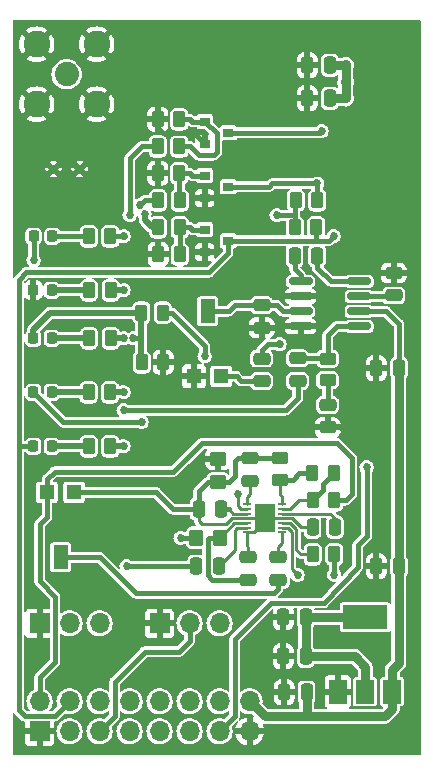
<source format=gtl>
%TF.GenerationSoftware,KiCad,Pcbnew,(6.0.0)*%
%TF.CreationDate,2021-12-26T21:14:17+01:00*%
%TF.ProjectId,TRX_Board,5452585f-426f-4617-9264-2e6b69636164,V 1.0*%
%TF.SameCoordinates,Original*%
%TF.FileFunction,Copper,L1,Top*%
%TF.FilePolarity,Positive*%
%FSLAX46Y46*%
G04 Gerber Fmt 4.6, Leading zero omitted, Abs format (unit mm)*
G04 Created by KiCad (PCBNEW (6.0.0)) date 2021-12-26 21:14:17*
%MOMM*%
%LPD*%
G01*
G04 APERTURE LIST*
G04 Aperture macros list*
%AMRoundRect*
0 Rectangle with rounded corners*
0 $1 Rounding radius*
0 $2 $3 $4 $5 $6 $7 $8 $9 X,Y pos of 4 corners*
0 Add a 4 corners polygon primitive as box body*
4,1,4,$2,$3,$4,$5,$6,$7,$8,$9,$2,$3,0*
0 Add four circle primitives for the rounded corners*
1,1,$1+$1,$2,$3*
1,1,$1+$1,$4,$5*
1,1,$1+$1,$6,$7*
1,1,$1+$1,$8,$9*
0 Add four rect primitives between the rounded corners*
20,1,$1+$1,$2,$3,$4,$5,0*
20,1,$1+$1,$4,$5,$6,$7,0*
20,1,$1+$1,$6,$7,$8,$9,0*
20,1,$1+$1,$8,$9,$2,$3,0*%
G04 Aperture macros list end*
%TA.AperFunction,SMDPad,CuDef*%
%ADD10RoundRect,0.250000X-0.475000X0.250000X-0.475000X-0.250000X0.475000X-0.250000X0.475000X0.250000X0*%
%TD*%
%TA.AperFunction,SMDPad,CuDef*%
%ADD11RoundRect,0.250000X0.250000X0.475000X-0.250000X0.475000X-0.250000X-0.475000X0.250000X-0.475000X0*%
%TD*%
%TA.AperFunction,SMDPad,CuDef*%
%ADD12RoundRect,0.250000X0.475000X-0.250000X0.475000X0.250000X-0.475000X0.250000X-0.475000X-0.250000X0*%
%TD*%
%TA.AperFunction,SMDPad,CuDef*%
%ADD13RoundRect,0.250000X-0.250000X-0.475000X0.250000X-0.475000X0.250000X0.475000X-0.250000X0.475000X0*%
%TD*%
%TA.AperFunction,ComponentPad*%
%ADD14C,2.050000*%
%TD*%
%TA.AperFunction,ComponentPad*%
%ADD15C,2.250000*%
%TD*%
%TA.AperFunction,ComponentPad*%
%ADD16R,1.700000X1.700000*%
%TD*%
%TA.AperFunction,ComponentPad*%
%ADD17O,1.700000X1.700000*%
%TD*%
%TA.AperFunction,SMDPad,CuDef*%
%ADD18R,0.900000X0.800000*%
%TD*%
%TA.AperFunction,SMDPad,CuDef*%
%ADD19RoundRect,0.249999X-0.262501X-0.450001X0.262501X-0.450001X0.262501X0.450001X-0.262501X0.450001X0*%
%TD*%
%TA.AperFunction,SMDPad,CuDef*%
%ADD20RoundRect,0.249999X0.262501X0.450001X-0.262501X0.450001X-0.262501X-0.450001X0.262501X-0.450001X0*%
%TD*%
%TA.AperFunction,SMDPad,CuDef*%
%ADD21RoundRect,0.249999X-0.450001X0.262501X-0.450001X-0.262501X0.450001X-0.262501X0.450001X0.262501X0*%
%TD*%
%TA.AperFunction,SMDPad,CuDef*%
%ADD22RoundRect,0.249999X0.450001X-0.262501X0.450001X0.262501X-0.450001X0.262501X-0.450001X-0.262501X0*%
%TD*%
%TA.AperFunction,SMDPad,CuDef*%
%ADD23R,1.500000X2.000000*%
%TD*%
%TA.AperFunction,SMDPad,CuDef*%
%ADD24R,3.800000X2.000000*%
%TD*%
%TA.AperFunction,SMDPad,CuDef*%
%ADD25RoundRect,0.150000X-0.825000X-0.150000X0.825000X-0.150000X0.825000X0.150000X-0.825000X0.150000X0*%
%TD*%
%TA.AperFunction,SMDPad,CuDef*%
%ADD26R,0.700000X0.250000*%
%TD*%
%TA.AperFunction,SMDPad,CuDef*%
%ADD27R,1.780000X2.350000*%
%TD*%
%TA.AperFunction,SMDPad,CuDef*%
%ADD28R,1.300000X1.300000*%
%TD*%
%TA.AperFunction,SMDPad,CuDef*%
%ADD29R,1.300000X2.000000*%
%TD*%
%TA.AperFunction,SMDPad,CuDef*%
%ADD30RoundRect,0.249999X-0.450001X0.350001X-0.450001X-0.350001X0.450001X-0.350001X0.450001X0.350001X0*%
%TD*%
%TA.AperFunction,SMDPad,CuDef*%
%ADD31RoundRect,0.249999X-0.350001X-0.450001X0.350001X-0.450001X0.350001X0.450001X-0.350001X0.450001X0*%
%TD*%
%TA.AperFunction,SMDPad,CuDef*%
%ADD32RoundRect,0.218750X-0.218750X-0.256250X0.218750X-0.256250X0.218750X0.256250X-0.218750X0.256250X0*%
%TD*%
%TA.AperFunction,ComponentPad*%
%ADD33C,0.610000*%
%TD*%
%TA.AperFunction,ViaPad*%
%ADD34C,0.685800*%
%TD*%
%TA.AperFunction,ViaPad*%
%ADD35C,0.889000*%
%TD*%
%TA.AperFunction,Conductor*%
%ADD36C,0.762000*%
%TD*%
%TA.AperFunction,Conductor*%
%ADD37C,0.508000*%
%TD*%
%TA.AperFunction,Conductor*%
%ADD38C,0.381000*%
%TD*%
%TA.AperFunction,Conductor*%
%ADD39C,0.254000*%
%TD*%
G04 APERTURE END LIST*
D10*
%TO.P,C1,1*%
%TO.N,/AF_TRX*%
X126746000Y-93157000D03*
%TO.P,C1,2*%
%TO.N,Net-(C1-Pad2)*%
X126746000Y-95057000D03*
%TD*%
D11*
%TO.P,C2,1*%
%TO.N,VCC*%
X130556000Y-121412000D03*
%TO.P,C2,2*%
%TO.N,GND*%
X128656000Y-121412000D03*
%TD*%
%TO.P,C3,1*%
%TO.N,VCC*%
X138364000Y-110744000D03*
%TO.P,C3,2*%
%TO.N,GND*%
X136464000Y-110744000D03*
%TD*%
D10*
%TO.P,C4,1*%
%TO.N,Net-(C4-Pad1)*%
X126746000Y-88646000D03*
%TO.P,C4,2*%
%TO.N,GND*%
X126746000Y-90546000D03*
%TD*%
D12*
%TO.P,C5,1*%
%TO.N,Net-(C5-Pad1)*%
X137922000Y-87818000D03*
%TO.P,C5,2*%
%TO.N,GND*%
X137922000Y-85918000D03*
%TD*%
D13*
%TO.P,C6,1*%
%TO.N,Net-(C6-Pad1)*%
X129540000Y-84455000D03*
%TO.P,C6,2*%
%TO.N,Net-(C6-Pad2)*%
X131440000Y-84455000D03*
%TD*%
D11*
%TO.P,C7,1*%
%TO.N,+3V3*%
X130490000Y-115062000D03*
%TO.P,C7,2*%
%TO.N,GND*%
X128590000Y-115062000D03*
%TD*%
D10*
%TO.P,C8,1*%
%TO.N,Net-(C8-Pad1)*%
X132334000Y-97094000D03*
%TO.P,C8,2*%
%TO.N,GND*%
X132334000Y-98994000D03*
%TD*%
D11*
%TO.P,C9,1*%
%TO.N,+3V3*%
X130490000Y-118364000D03*
%TO.P,C9,2*%
%TO.N,GND*%
X128590000Y-118364000D03*
%TD*%
D10*
%TO.P,C10,1*%
%TO.N,Net-(C10-Pad1)*%
X129794000Y-93141800D03*
%TO.P,C10,2*%
%TO.N,/SPKR*%
X129794000Y-95041800D03*
%TD*%
%TO.P,C11,1*%
%TO.N,Net-(C11-Pad1)*%
X125603000Y-109982000D03*
%TO.P,C11,2*%
%TO.N,Net-(C11-Pad2)*%
X125603000Y-111882000D03*
%TD*%
D11*
%TO.P,C12,1*%
%TO.N,+3V3*%
X132522000Y-71120000D03*
%TO.P,C12,2*%
%TO.N,GND*%
X130622000Y-71120000D03*
%TD*%
%TO.P,C13,1*%
%TO.N,+3V3*%
X132522000Y-68326000D03*
%TO.P,C13,2*%
%TO.N,GND*%
X130622000Y-68326000D03*
%TD*%
%TO.P,C14,1*%
%TO.N,VCC*%
X138364000Y-93980000D03*
%TO.P,C14,2*%
%TO.N,GND*%
X136464000Y-93980000D03*
%TD*%
D10*
%TO.P,C15,1*%
%TO.N,Net-(C15-Pad1)*%
X128143000Y-109982000D03*
%TO.P,C15,2*%
%TO.N,Net-(C15-Pad2)*%
X128143000Y-111882000D03*
%TD*%
%TO.P,C16,1*%
%TO.N,Net-(C11-Pad1)*%
X125730000Y-101600000D03*
%TO.P,C16,2*%
%TO.N,Net-(C16-Pad2)*%
X125730000Y-103500000D03*
%TD*%
D11*
%TO.P,C17,1*%
%TO.N,Net-(C17-Pad1)*%
X132964000Y-107442000D03*
%TO.P,C17,2*%
%TO.N,Net-(C11-Pad1)*%
X131064000Y-107442000D03*
%TD*%
%TO.P,C18,1*%
%TO.N,Net-(C18-Pad1)*%
X123317000Y-105918000D03*
%TO.P,C18,2*%
%TO.N,Net-(C11-Pad1)*%
X121417000Y-105918000D03*
%TD*%
%TO.P,C19,1*%
%TO.N,Net-(C19-Pad1)*%
X123124000Y-110744000D03*
%TO.P,C19,2*%
%TO.N,/MIC_TRX*%
X121224000Y-110744000D03*
%TD*%
D14*
%TO.P,J2,1*%
%TO.N,Net-(FL1-Pad3)*%
X110236000Y-69088000D03*
D15*
%TO.P,J2,2*%
%TO.N,GND*%
X107696000Y-66548000D03*
X112776000Y-71628000D03*
X112776000Y-66548000D03*
X107696000Y-71628000D03*
%TD*%
D16*
%TO.P,J3,1*%
%TO.N,GND*%
X107950000Y-115570000D03*
D17*
%TO.P,J3,2*%
%TO.N,/MIC_GAIN*%
X110490000Y-115570000D03*
%TO.P,J3,3*%
%TO.N,+3V3*%
X113030000Y-115570000D03*
%TD*%
D18*
%TO.P,Q1,1*%
%TO.N,Net-(Q1-Pad1)*%
X121936000Y-73091000D03*
%TO.P,Q1,2*%
%TO.N,GND*%
X121936000Y-74991000D03*
%TO.P,Q1,3*%
%TO.N,Net-(Q1-Pad3)*%
X123936000Y-74041000D03*
%TD*%
%TO.P,Q2,1*%
%TO.N,Net-(Q2-Pad1)*%
X121920000Y-77663000D03*
%TO.P,Q2,2*%
%TO.N,GND*%
X121920000Y-79563000D03*
%TO.P,Q2,3*%
%TO.N,/-SLEEP*%
X123920000Y-78613000D03*
%TD*%
%TO.P,Q3,1*%
%TO.N,Net-(Q3-Pad1)*%
X121920000Y-82235000D03*
%TO.P,Q3,2*%
%TO.N,GND*%
X121920000Y-84135000D03*
%TO.P,Q3,3*%
%TO.N,/-PTT*%
X123920000Y-83185000D03*
%TD*%
D19*
%TO.P,R1,1*%
%TO.N,+3V3*%
X129540000Y-82042000D03*
%TO.P,R1,2*%
%TO.N,/-PTT*%
X131365000Y-82042000D03*
%TD*%
D20*
%TO.P,R2,1*%
%TO.N,Net-(Q3-Pad1)*%
X119808000Y-82042000D03*
%TO.P,R2,2*%
%TO.N,/\u002APTT*%
X117983000Y-82042000D03*
%TD*%
%TO.P,R3,1*%
%TO.N,Net-(Q1-Pad1)*%
X119784500Y-75184000D03*
%TO.P,R3,2*%
%TO.N,/\u002ARFPWR*%
X117959500Y-75184000D03*
%TD*%
%TO.P,R4,1*%
%TO.N,/-SLEEP*%
X131468500Y-79756000D03*
%TO.P,R4,2*%
%TO.N,+3V3*%
X129643500Y-79756000D03*
%TD*%
%TO.P,R5,1*%
%TO.N,Net-(Q2-Pad1)*%
X119808000Y-79756000D03*
%TO.P,R5,2*%
%TO.N,/\u002ASLEEP*%
X117983000Y-79756000D03*
%TD*%
%TO.P,R6,1*%
%TO.N,Net-(Q1-Pad1)*%
X119784500Y-72898000D03*
%TO.P,R6,2*%
%TO.N,GND*%
X117959500Y-72898000D03*
%TD*%
%TO.P,R7,1*%
%TO.N,Net-(Q2-Pad1)*%
X119784500Y-77470000D03*
%TO.P,R7,2*%
%TO.N,GND*%
X117959500Y-77470000D03*
%TD*%
%TO.P,R8,1*%
%TO.N,Net-(Q3-Pad1)*%
X119808000Y-84328000D03*
%TO.P,R8,2*%
%TO.N,GND*%
X117983000Y-84328000D03*
%TD*%
D19*
%TO.P,R9,1*%
%TO.N,/RXD*%
X116562500Y-89281000D03*
%TO.P,R9,2*%
%TO.N,/\u002ARXD*%
X118387500Y-89281000D03*
%TD*%
D21*
%TO.P,R10,1*%
%TO.N,Net-(C10-Pad1)*%
X132334000Y-93169100D03*
%TO.P,R10,2*%
%TO.N,Net-(C8-Pad1)*%
X132334000Y-94994100D03*
%TD*%
D20*
%TO.P,R11,1*%
%TO.N,GND*%
X118411000Y-93472000D03*
%TO.P,R11,2*%
%TO.N,/RXD*%
X116586000Y-93472000D03*
%TD*%
D22*
%TO.P,R12,1*%
%TO.N,Net-(R12-Pad1)*%
X128270000Y-103425000D03*
%TO.P,R12,2*%
%TO.N,Net-(C11-Pad1)*%
X128270000Y-101600000D03*
%TD*%
D19*
%TO.P,R14,1*%
%TO.N,Net-(R13-Pad1)*%
X131064000Y-105156000D03*
%TO.P,R14,2*%
%TO.N,/MIC*%
X132889000Y-105156000D03*
%TD*%
%TO.P,R15,1*%
%TO.N,Net-(R15-Pad1)*%
X131064000Y-109728000D03*
%TO.P,R15,2*%
%TO.N,/MIC_GAIN*%
X132889000Y-109728000D03*
%TD*%
D23*
%TO.P,U1,1*%
%TO.N,GND*%
X133209000Y-121362000D03*
D24*
%TO.P,U1,2*%
%TO.N,+3V3*%
X135509000Y-115062000D03*
D23*
X135509000Y-121362000D03*
%TO.P,U1,3*%
%TO.N,VCC*%
X137809000Y-121362000D03*
%TD*%
D25*
%TO.P,U2,1*%
%TO.N,Net-(C6-Pad1)*%
X130048000Y-86614000D03*
%TO.P,U2,2*%
%TO.N,GND*%
X130048000Y-87884000D03*
%TO.P,U2,3*%
%TO.N,Net-(C4-Pad1)*%
X130048000Y-89154000D03*
%TO.P,U2,4*%
%TO.N,GND*%
X130048000Y-90424000D03*
%TO.P,U2,5*%
%TO.N,Net-(C10-Pad1)*%
X134998000Y-90424000D03*
%TO.P,U2,6*%
%TO.N,VCC*%
X134998000Y-89154000D03*
%TO.P,U2,7*%
%TO.N,Net-(C5-Pad1)*%
X134998000Y-87884000D03*
%TO.P,U2,8*%
%TO.N,Net-(C6-Pad2)*%
X134998000Y-86614000D03*
%TD*%
D26*
%TO.P,U4,1*%
%TO.N,Net-(C16-Pad2)*%
X125525000Y-105480000D03*
%TO.P,U4,2*%
%TO.N,/-SLEEP*%
X125525000Y-105880000D03*
%TO.P,U4,3*%
%TO.N,Net-(C18-Pad1)*%
X125525000Y-106280000D03*
%TO.P,U4,4*%
%TO.N,Net-(C11-Pad1)*%
X125525000Y-106680000D03*
%TO.P,U4,5*%
%TO.N,Net-(C11-Pad2)*%
X125525000Y-107080000D03*
%TO.P,U4,6*%
%TO.N,Net-(C19-Pad1)*%
X125525000Y-107480000D03*
%TO.P,U4,7*%
%TO.N,Net-(C11-Pad1)*%
X125525000Y-107880000D03*
%TO.P,U4,8*%
%TO.N,Net-(C15-Pad1)*%
X128475000Y-107880000D03*
%TO.P,U4,9*%
%TO.N,/MIC_AR*%
X128475000Y-107480000D03*
%TO.P,U4,10*%
%TO.N,Net-(R15-Pad1)*%
X128475000Y-107080000D03*
%TO.P,U4,11*%
%TO.N,Net-(C11-Pad1)*%
X128475000Y-106680000D03*
%TO.P,U4,12*%
%TO.N,Net-(C17-Pad1)*%
X128475000Y-106280000D03*
%TO.P,U4,13*%
%TO.N,Net-(R13-Pad1)*%
X128475000Y-105880000D03*
%TO.P,U4,14*%
%TO.N,Net-(R12-Pad1)*%
X128475000Y-105480000D03*
D27*
%TO.P,U4,15*%
%TO.N,Net-(C11-Pad1)*%
X127000000Y-106680000D03*
%TD*%
D28*
%TO.P,RV1,1*%
%TO.N,Net-(C1-Pad2)*%
X123324000Y-94654000D03*
D29*
%TO.P,RV1,2*%
%TO.N,Net-(C4-Pad1)*%
X122174000Y-89154000D03*
D28*
%TO.P,RV1,3*%
%TO.N,GND*%
X121024000Y-94654000D03*
%TD*%
%TO.P,RV2,1*%
%TO.N,/MIC*%
X108578000Y-104482000D03*
D29*
%TO.P,RV2,2*%
%TO.N,Net-(C15-Pad2)*%
X109728000Y-109982000D03*
D28*
%TO.P,RV2,3*%
%TO.N,Net-(C11-Pad1)*%
X110878000Y-104482000D03*
%TD*%
D30*
%TO.P,L1,1*%
%TO.N,GND*%
X123063000Y-101632000D03*
%TO.P,L1,2*%
%TO.N,Net-(C11-Pad1)*%
X123063000Y-103632000D03*
%TD*%
D31*
%TO.P,L2,1*%
%TO.N,+3V3*%
X121190000Y-108331000D03*
%TO.P,L2,2*%
%TO.N,Net-(C11-Pad2)*%
X123190000Y-108331000D03*
%TD*%
D32*
%TO.P,D1,1*%
%TO.N,/RXD*%
X107416500Y-91440000D03*
%TO.P,D1,2*%
%TO.N,Net-(D1-Pad2)*%
X108991500Y-91440000D03*
%TD*%
%TO.P,D3,1*%
%TO.N,/-PTT*%
X107416500Y-100584000D03*
%TO.P,D3,2*%
%TO.N,Net-(D3-Pad2)*%
X108991500Y-100584000D03*
%TD*%
%TO.P,D4,1*%
%TO.N,/SQ*%
X107442000Y-82804000D03*
%TO.P,D4,2*%
%TO.N,Net-(D4-Pad2)*%
X109017000Y-82804000D03*
%TD*%
%TO.P,D5,1*%
%TO.N,GND*%
X107416500Y-87376000D03*
%TO.P,D5,2*%
%TO.N,Net-(D5-Pad2)*%
X108991500Y-87376000D03*
%TD*%
D19*
%TO.P,R16,1*%
%TO.N,Net-(D1-Pad2)*%
X112141000Y-91440000D03*
%TO.P,R16,2*%
%TO.N,+3V3*%
X113966000Y-91440000D03*
%TD*%
%TO.P,R17,1*%
%TO.N,Net-(D2-Pad2)*%
X112094000Y-96012000D03*
%TO.P,R17,2*%
%TO.N,+3V3*%
X113919000Y-96012000D03*
%TD*%
%TO.P,R19,1*%
%TO.N,Net-(D4-Pad2)*%
X112117500Y-82804000D03*
%TO.P,R19,2*%
%TO.N,+3V3*%
X113942500Y-82804000D03*
%TD*%
%TO.P,R20,1*%
%TO.N,Net-(D5-Pad2)*%
X112141000Y-87376000D03*
%TO.P,R20,2*%
%TO.N,+3V3*%
X113966000Y-87376000D03*
%TD*%
D16*
%TO.P,J1,1*%
%TO.N,GND*%
X107950000Y-124714000D03*
D17*
%TO.P,J1,2*%
%TO.N,/MIC*%
X107950000Y-122174000D03*
%TO.P,J1,3*%
%TO.N,/SPKR*%
X110490000Y-124714000D03*
%TO.P,J1,4*%
%TO.N,/-PTT*%
X110490000Y-122174000D03*
%TO.P,J1,5*%
%TO.N,/MIC_AR*%
X113030000Y-124714000D03*
%TO.P,J1,6*%
%TO.N,/MIC_TRX*%
X113030000Y-122174000D03*
%TO.P,J1,7*%
%TO.N,/MIC_GAIN*%
X115570000Y-124714000D03*
%TO.P,J1,8*%
%TO.N,+3V3*%
X115570000Y-122174000D03*
%TO.P,J1,9*%
%TO.N,/\u002APTT*%
X118110000Y-124714000D03*
%TO.P,J1,10*%
%TO.N,/\u002ATXD*%
X118110000Y-122174000D03*
%TO.P,J1,11*%
%TO.N,/\u002ARFPWR*%
X120650000Y-124714000D03*
%TO.P,J1,12*%
%TO.N,/\u002ARXD*%
X120650000Y-122174000D03*
%TO.P,J1,13*%
%TO.N,/SQ*%
X123190000Y-124714000D03*
%TO.P,J1,14*%
%TO.N,/\u002ASLEEP*%
X123190000Y-122174000D03*
%TO.P,J1,15*%
%TO.N,GND*%
X125730000Y-124714000D03*
%TO.P,J1,16*%
%TO.N,VCC*%
X125730000Y-122174000D03*
%TD*%
D16*
%TO.P,J4,1*%
%TO.N,GND*%
X118110000Y-115570000D03*
D17*
%TO.P,J4,2*%
%TO.N,/MIC_AR*%
X120650000Y-115570000D03*
%TO.P,J4,3*%
%TO.N,+3V3*%
X123190000Y-115570000D03*
%TD*%
D32*
%TO.P,D2,1*%
%TO.N,/\u002ATXD*%
X107416500Y-96012000D03*
%TO.P,D2,2*%
%TO.N,Net-(D2-Pad2)*%
X108991500Y-96012000D03*
%TD*%
D20*
%TO.P,R13,1*%
%TO.N,Net-(R13-Pad1)*%
X132842000Y-102870000D03*
%TO.P,R13,2*%
%TO.N,Net-(R12-Pad1)*%
X131017000Y-102870000D03*
%TD*%
D19*
%TO.P,R18,1*%
%TO.N,Net-(D3-Pad2)*%
X112117500Y-100584000D03*
%TO.P,R18,2*%
%TO.N,+3V3*%
X113942500Y-100584000D03*
%TD*%
D33*
%TO.P,FL1,2*%
%TO.N,GND*%
X109131000Y-77115000D03*
%TO.P,FL1,4*%
X111341000Y-77115000D03*
%TD*%
D34*
%TO.N,+3V3*%
X115062000Y-96012000D03*
%TO.N,/\u002ATXD*%
X116586000Y-98552000D03*
%TO.N,/RXD*%
X115874303Y-91440000D03*
%TO.N,/\u002ARXD*%
X121920000Y-92964000D03*
%TO.N,+3V3*%
X115062000Y-100584000D03*
X115062000Y-91440000D03*
X115062000Y-87376000D03*
%TO.N,/AF_TRX*%
X128270000Y-91948000D03*
D35*
%TO.N,GND*%
X124714000Y-69723000D03*
D34*
X131216400Y-119888000D03*
D35*
X124714000Y-68326000D03*
D34*
X128587500Y-116776500D03*
X128651000Y-119888000D03*
X133197600Y-119532400D03*
D35*
X124714000Y-71120000D03*
X129286000Y-71120000D03*
X129286000Y-68326000D03*
X129286000Y-69723000D03*
D34*
%TO.N,+3V3*%
X132842000Y-115062000D03*
D35*
X133858000Y-69723000D03*
X133858000Y-68326000D03*
D34*
X135509000Y-119507000D03*
X115062000Y-82804000D03*
X131826000Y-115062000D03*
D35*
X133858000Y-71120000D03*
D34*
X133223000Y-118364000D03*
X119888000Y-108331000D03*
X128016000Y-81026000D03*
X131648200Y-118364000D03*
%TO.N,/SPKR*%
X115062000Y-97536000D03*
%TO.N,/MIC_TRX*%
X115316000Y-110744000D03*
%TO.N,/-PTT*%
X132842000Y-82804000D03*
%TO.N,/MIC_AR*%
X129794000Y-111506000D03*
%TO.N,/MIC_GAIN*%
X132889000Y-111459000D03*
%TO.N,/\u002APTT*%
X116840000Y-80899000D03*
%TO.N,/\u002ARFPWR*%
X115570000Y-81026000D03*
%TO.N,/\u002ASLEEP*%
X116459000Y-80137000D03*
%TO.N,Net-(Q1-Pad3)*%
X131826000Y-73914000D03*
%TO.N,/-SLEEP*%
X131468500Y-78335500D03*
X124714000Y-104648000D03*
%TO.N,/SQ*%
X107442000Y-84836000D03*
X135636000Y-102362000D03*
%TD*%
D36*
%TO.N,+3V3*%
X133858000Y-69723000D02*
X133858000Y-71120000D01*
X133858000Y-68326000D02*
X133858000Y-69723000D01*
D37*
X113919000Y-96012000D02*
X115062000Y-96012000D01*
D38*
%TO.N,/\u002ATXD*%
X109956500Y-98552000D02*
X116586000Y-98552000D01*
X107416500Y-96012000D02*
X109956500Y-98552000D01*
%TO.N,/-PTT*%
X107416500Y-100584000D02*
X106299000Y-100584000D01*
X106172000Y-100457000D02*
X106172000Y-96266000D01*
X106299000Y-100584000D02*
X106172000Y-100457000D01*
X106172000Y-122936000D02*
X106172000Y-100457000D01*
D37*
%TO.N,/RXD*%
X116562500Y-89281000D02*
X116562500Y-91463500D01*
X116562500Y-91463500D02*
X116562500Y-93448500D01*
D38*
X116539000Y-91440000D02*
X116562500Y-91463500D01*
X115874303Y-91440000D02*
X116539000Y-91440000D01*
D37*
X116562500Y-93448500D02*
X116586000Y-93472000D01*
X108839000Y-89281000D02*
X116562500Y-89281000D01*
X107416500Y-90703500D02*
X108839000Y-89281000D01*
X107416500Y-91440000D02*
X107416500Y-90703500D01*
D38*
%TO.N,/\u002ARXD*%
X121920000Y-92075000D02*
X121920000Y-92964000D01*
X118387500Y-89281000D02*
X119126000Y-89281000D01*
X119126000Y-89281000D02*
X121920000Y-92075000D01*
D37*
%TO.N,Net-(D5-Pad2)*%
X108991500Y-87376000D02*
X112141000Y-87376000D01*
%TO.N,Net-(D1-Pad2)*%
X108991500Y-91440000D02*
X112141000Y-91440000D01*
%TO.N,Net-(D2-Pad2)*%
X108991500Y-96012000D02*
X112094000Y-96012000D01*
%TO.N,Net-(D3-Pad2)*%
X108991500Y-100584000D02*
X112117500Y-100584000D01*
%TO.N,+3V3*%
X113942500Y-100584000D02*
X115062000Y-100584000D01*
X113966000Y-91440000D02*
X115062000Y-91440000D01*
X113966000Y-87376000D02*
X115062000Y-87376000D01*
D36*
X132522000Y-71120000D02*
X133858000Y-71120000D01*
X132522000Y-68326000D02*
X133858000Y-68326000D01*
D38*
%TO.N,Net-(C15-Pad2)*%
X127762000Y-113030000D02*
X128143000Y-112649000D01*
X116078000Y-113030000D02*
X127762000Y-113030000D01*
X113030000Y-109982000D02*
X116078000Y-113030000D01*
X128143000Y-112649000D02*
X128143000Y-111882000D01*
X109728000Y-109982000D02*
X113030000Y-109982000D01*
%TO.N,/MIC*%
X133858000Y-105156000D02*
X132889000Y-105156000D01*
X134366000Y-104648000D02*
X133858000Y-105156000D01*
X109220000Y-102743000D02*
X119253000Y-102743000D01*
X119253000Y-102743000D02*
X121666000Y-100330000D01*
X121666000Y-100330000D02*
X133096000Y-100330000D01*
X108578000Y-103385000D02*
X109220000Y-102743000D01*
X133096000Y-100330000D02*
X134366000Y-101600000D01*
X108578000Y-104482000D02*
X108578000Y-103385000D01*
X134366000Y-101600000D02*
X134366000Y-104648000D01*
%TO.N,/AF_TRX*%
X126746000Y-92456000D02*
X127254000Y-91948000D01*
X126746000Y-93157000D02*
X126746000Y-92456000D01*
X127254000Y-91948000D02*
X128270000Y-91948000D01*
%TO.N,Net-(C1-Pad2)*%
X125029000Y-95057000D02*
X126746000Y-95057000D01*
X124626000Y-94654000D02*
X125029000Y-95057000D01*
X123324000Y-94654000D02*
X124626000Y-94654000D01*
D36*
%TO.N,VCC*%
X137160000Y-123444000D02*
X130556000Y-123444000D01*
D38*
X138364000Y-90231000D02*
X138364000Y-93980000D01*
D36*
X138364000Y-118938000D02*
X137809000Y-119493000D01*
D38*
X134998000Y-89154000D02*
X137287000Y-89154000D01*
D36*
X137809000Y-122795000D02*
X137160000Y-123444000D01*
X137809000Y-119493000D02*
X137809000Y-121362000D01*
X125730000Y-122174000D02*
X127000000Y-123444000D01*
X127000000Y-123444000D02*
X130556000Y-123444000D01*
X138364000Y-110744000D02*
X138364000Y-118938000D01*
D38*
X137287000Y-89154000D02*
X138364000Y-90231000D01*
D36*
X130556000Y-121412000D02*
X130556000Y-123444000D01*
X137809000Y-121362000D02*
X137809000Y-122795000D01*
X138364000Y-110744000D02*
X138364000Y-94168000D01*
D38*
%TO.N,GND*%
X117959500Y-72898000D02*
X117959500Y-73636500D01*
X118364000Y-74041000D02*
X120986000Y-74041000D01*
X120986000Y-74041000D02*
X121936000Y-74991000D01*
X117959500Y-73636500D02*
X118364000Y-74041000D01*
%TO.N,Net-(C4-Pad1)*%
X128524000Y-89154000D02*
X128016000Y-88646000D01*
X124460000Y-88646000D02*
X126746000Y-88646000D01*
X122174000Y-89154000D02*
X123952000Y-89154000D01*
X130048000Y-89154000D02*
X128524000Y-89154000D01*
X128016000Y-88646000D02*
X126746000Y-88646000D01*
X123952000Y-89154000D02*
X124460000Y-88646000D01*
%TO.N,Net-(C5-Pad1)*%
X134998000Y-87884000D02*
X137856000Y-87884000D01*
X137856000Y-87884000D02*
X137922000Y-87818000D01*
%TO.N,Net-(C6-Pad1)*%
X130048000Y-86106000D02*
X129540000Y-85598000D01*
X129540000Y-85598000D02*
X129540000Y-84455000D01*
X130048000Y-86614000D02*
X130048000Y-86106000D01*
%TO.N,Net-(C6-Pad2)*%
X131440000Y-85466000D02*
X131440000Y-84455000D01*
X134998000Y-86614000D02*
X132588000Y-86614000D01*
X132588000Y-86614000D02*
X131440000Y-85466000D01*
D36*
%TO.N,+3V3*%
X132842000Y-115062000D02*
X135509000Y-115062000D01*
X131826000Y-115062000D02*
X132842000Y-115062000D01*
X131826000Y-118364000D02*
X132842000Y-118364000D01*
X132842000Y-118364000D02*
X134620000Y-118364000D01*
X135509000Y-119761000D02*
X135509000Y-121362000D01*
D38*
X129540000Y-82042000D02*
X129540000Y-81026000D01*
X121190000Y-108331000D02*
X119888000Y-108331000D01*
D36*
X130490000Y-118364000D02*
X130490000Y-115062000D01*
D38*
X113942500Y-82804000D02*
X115165500Y-82804000D01*
D36*
X134620000Y-118364000D02*
X135509000Y-119253000D01*
D38*
X129540000Y-81026000D02*
X129540000Y-79859500D01*
X128016000Y-81026000D02*
X129540000Y-81026000D01*
X129540000Y-79859500D02*
X129643500Y-79756000D01*
D36*
X130490000Y-118364000D02*
X131826000Y-118364000D01*
D38*
X129540000Y-82169000D02*
X129540000Y-81026000D01*
D36*
X130490000Y-115062000D02*
X131826000Y-115062000D01*
X135509000Y-119253000D02*
X135509000Y-119761000D01*
D38*
%TO.N,Net-(C8-Pad1)*%
X132334000Y-97094000D02*
X132334000Y-94994100D01*
%TO.N,Net-(C10-Pad1)*%
X134998000Y-90424000D02*
X133096000Y-90424000D01*
X133096000Y-90424000D02*
X132334000Y-91186000D01*
X132334000Y-91186000D02*
X132334000Y-93169100D01*
X129794000Y-93141800D02*
X132306700Y-93141800D01*
X132306700Y-93141800D02*
X132334000Y-93169100D01*
%TO.N,/SPKR*%
X129794000Y-95041800D02*
X129794000Y-96520000D01*
X129794000Y-96520000D02*
X128778000Y-97536000D01*
X128778000Y-97536000D02*
X115062000Y-97536000D01*
D39*
%TO.N,Net-(C15-Pad1)*%
X128143000Y-109093000D02*
X128475000Y-108761000D01*
X128143000Y-109982000D02*
X128143000Y-109093000D01*
X128475000Y-108761000D02*
X128475000Y-107880000D01*
%TO.N,Net-(C16-Pad2)*%
X125730000Y-104648000D02*
X125730000Y-103500000D01*
X125525000Y-105480000D02*
X125525000Y-104853000D01*
X125525000Y-104853000D02*
X125730000Y-104648000D01*
%TO.N,Net-(C17-Pad1)*%
X132964000Y-107442000D02*
X132964000Y-106675000D01*
X132571009Y-106282009D02*
X128475000Y-106282009D01*
X132964000Y-106675000D02*
X132571009Y-106282009D01*
D38*
%TO.N,Net-(C18-Pad1)*%
X123317000Y-105918000D02*
X123952000Y-105918000D01*
D39*
X123952000Y-105918000D02*
X124314000Y-106280000D01*
X124314000Y-106280000D02*
X125525000Y-106280000D01*
%TO.N,Net-(C19-Pad1)*%
X123124000Y-110744000D02*
X124460000Y-109408000D01*
X124676000Y-107480000D02*
X125525000Y-107480000D01*
X124460000Y-109408000D02*
X124460000Y-107696000D01*
X124460000Y-107696000D02*
X124676000Y-107480000D01*
D38*
%TO.N,/MIC_TRX*%
X121224000Y-110744000D02*
X115316000Y-110744000D01*
%TO.N,/MIC*%
X109258999Y-118833001D02*
X109258999Y-113322999D01*
X107950000Y-112014000D02*
X107950000Y-107188000D01*
X107950000Y-120142000D02*
X109258999Y-118833001D01*
X107950000Y-122174000D02*
X107950000Y-120142000D01*
X107950000Y-107188000D02*
X108578000Y-106560000D01*
X109258999Y-113322999D02*
X107950000Y-112014000D01*
X108578000Y-106560000D02*
X108578000Y-104482000D01*
%TO.N,/-PTT*%
X123920000Y-84233000D02*
X122301000Y-85852000D01*
X132842000Y-82804000D02*
X132461000Y-83185000D01*
X123920000Y-83185000D02*
X123920000Y-84233000D01*
X110490000Y-122174000D02*
X109220000Y-123444000D01*
X106172000Y-86487000D02*
X106172000Y-96266000D01*
X106680000Y-123444000D02*
X106172000Y-122936000D01*
X131365000Y-82042000D02*
X131365000Y-83105000D01*
X131365000Y-83105000D02*
X131445000Y-83185000D01*
X109220000Y-123444000D02*
X106680000Y-123444000D01*
X122301000Y-85852000D02*
X106807000Y-85852000D01*
X131445000Y-83185000D02*
X130937000Y-83185000D01*
X132461000Y-83185000D02*
X131445000Y-83185000D01*
X123920000Y-83185000D02*
X130937000Y-83185000D01*
X106807000Y-85852000D02*
X106172000Y-86487000D01*
D39*
%TO.N,/MIC_AR*%
X129286000Y-107823000D02*
X129286000Y-110998000D01*
D38*
X114300000Y-120523000D02*
X116840000Y-117983000D01*
X119761000Y-117983000D02*
X120650000Y-117094000D01*
X120650000Y-117094000D02*
X120650000Y-115570000D01*
D39*
X129286000Y-110998000D02*
X129794000Y-111506000D01*
D38*
X114300000Y-123444000D02*
X114300000Y-120523000D01*
D39*
X129032000Y-107569000D02*
X129286000Y-107823000D01*
D38*
X116840000Y-117983000D02*
X119761000Y-117983000D01*
D39*
X128943000Y-107480000D02*
X129032000Y-107569000D01*
D38*
X113030000Y-124714000D02*
X114300000Y-123444000D01*
D39*
X128475000Y-107480000D02*
X128943000Y-107480000D01*
D38*
%TO.N,/MIC_GAIN*%
X132889000Y-109728000D02*
X132889000Y-111459000D01*
D37*
%TO.N,/\u002APTT*%
X116840000Y-81407000D02*
X116840000Y-80899000D01*
X117983000Y-82042000D02*
X117475000Y-82042000D01*
X117475000Y-82042000D02*
X116840000Y-81407000D01*
D38*
%TO.N,/\u002ARFPWR*%
X115570000Y-81026000D02*
X115570000Y-76200000D01*
X116586000Y-75184000D02*
X117959500Y-75184000D01*
X115570000Y-76200000D02*
X116586000Y-75184000D01*
%TO.N,/\u002ASLEEP*%
X116840000Y-79756000D02*
X116459000Y-80137000D01*
X117983000Y-79756000D02*
X116840000Y-79756000D01*
%TO.N,Net-(Q1-Pad3)*%
X131699000Y-74041000D02*
X131826000Y-73914000D01*
X123936000Y-74041000D02*
X131699000Y-74041000D01*
%TO.N,Net-(Q1-Pad1)*%
X119784500Y-72898000D02*
X120650000Y-72898000D01*
X122682000Y-75946000D02*
X122936000Y-75692000D01*
X122936000Y-75692000D02*
X122936000Y-74091000D01*
X120843000Y-73091000D02*
X121936000Y-73091000D01*
X121412000Y-75946000D02*
X122682000Y-75946000D01*
X122936000Y-74091000D02*
X121936000Y-73091000D01*
X120650000Y-72898000D02*
X120843000Y-73091000D01*
X119784500Y-75184000D02*
X120650000Y-75184000D01*
X120650000Y-75184000D02*
X121412000Y-75946000D01*
%TO.N,Net-(Q2-Pad1)*%
X119784500Y-77470000D02*
X119784500Y-79732500D01*
X120843000Y-77663000D02*
X121920000Y-77663000D01*
X119784500Y-77470000D02*
X120650000Y-77470000D01*
X119784500Y-79732500D02*
X119808000Y-79756000D01*
X120650000Y-77470000D02*
X120843000Y-77663000D01*
D39*
%TO.N,/-SLEEP*%
X124714000Y-105601202D02*
X124714000Y-104648000D01*
D38*
X123920000Y-78613000D02*
X127381000Y-78613000D01*
X127658500Y-78335500D02*
X131468500Y-78335500D01*
D39*
X124992798Y-105880000D02*
X124714000Y-105601202D01*
X125525000Y-105880000D02*
X124992798Y-105880000D01*
D38*
X127381000Y-78613000D02*
X127658500Y-78335500D01*
X131468500Y-79756000D02*
X131468500Y-78335500D01*
%TO.N,Net-(Q3-Pad1)*%
X120843000Y-82235000D02*
X121920000Y-82235000D01*
X119808000Y-82042000D02*
X120650000Y-82042000D01*
X120650000Y-82042000D02*
X120843000Y-82235000D01*
X119808000Y-84328000D02*
X119808000Y-82042000D01*
D39*
%TO.N,Net-(R12-Pad1)*%
X128270000Y-104648000D02*
X128270000Y-103425000D01*
D38*
X129366000Y-103425000D02*
X129921000Y-102870000D01*
D39*
X128475000Y-105480000D02*
X128475000Y-104853000D01*
D38*
X128270000Y-103425000D02*
X129366000Y-103425000D01*
X129921000Y-102870000D02*
X131017000Y-102870000D01*
D39*
X128475000Y-104853000D02*
X128270000Y-104648000D01*
%TO.N,Net-(R13-Pad1)*%
X128486000Y-105880000D02*
X128506999Y-105900999D01*
D38*
X131064000Y-105156000D02*
X131953000Y-104267000D01*
X131953000Y-103759000D02*
X132842000Y-102870000D01*
D39*
X128475000Y-105880000D02*
X128486000Y-105880000D01*
D38*
X131953000Y-104267000D02*
X131953000Y-103759000D01*
D39*
X129921000Y-105156000D02*
X131064000Y-105156000D01*
X128506999Y-105900999D02*
X129176001Y-105900999D01*
X129176001Y-105900999D02*
X129921000Y-105156000D01*
%TO.N,Net-(R15-Pad1)*%
X129667000Y-109347000D02*
X130048000Y-109728000D01*
X128475000Y-107080000D02*
X129178000Y-107080000D01*
X129667000Y-107569000D02*
X129667000Y-109347000D01*
X130048000Y-109728000D02*
X131064000Y-109728000D01*
X129178000Y-107080000D02*
X129667000Y-107569000D01*
D38*
%TO.N,/SQ*%
X107442000Y-82804000D02*
X107442000Y-84836000D01*
X132016490Y-113855510D02*
X134874000Y-110806416D01*
X134874000Y-108966000D02*
X135636000Y-108204000D01*
X124460000Y-116903510D02*
X127508000Y-113855510D01*
X127508000Y-113855510D02*
X132016490Y-113855510D01*
X134874000Y-110806416D02*
X134874000Y-108966000D01*
X124460000Y-123444000D02*
X124460000Y-116903510D01*
X135636000Y-108204000D02*
X135636000Y-102362000D01*
X123190000Y-124714000D02*
X124460000Y-123444000D01*
%TO.N,Net-(D4-Pad2)*%
X109017000Y-82804000D02*
X112117500Y-82804000D01*
%TO.N,Net-(C11-Pad2)*%
X122174000Y-111506000D02*
X122550000Y-111882000D01*
X122174000Y-108458000D02*
X122174000Y-111506000D01*
D39*
X124441000Y-107080000D02*
X125525000Y-107080000D01*
D38*
X122550000Y-111882000D02*
X125603000Y-111882000D01*
D39*
X123190000Y-108331000D02*
X124441000Y-107080000D01*
D38*
X122301000Y-108331000D02*
X122174000Y-108458000D01*
X123190000Y-108331000D02*
X122301000Y-108331000D01*
%TO.N,Net-(C11-Pad1)*%
X119253000Y-105918000D02*
X121417000Y-105918000D01*
X124460000Y-101854000D02*
X124714000Y-101600000D01*
X121417000Y-105918000D02*
X121417000Y-104389000D01*
X125730000Y-101600000D02*
X128270000Y-101600000D01*
X124460000Y-103124000D02*
X124460000Y-101854000D01*
D39*
X124206000Y-106680000D02*
X123698000Y-107188000D01*
X125525000Y-109015000D02*
X125525000Y-107880000D01*
X126129000Y-107880000D02*
X127000000Y-107009000D01*
D38*
X127000000Y-107009000D02*
X127000000Y-106680000D01*
X124714000Y-101600000D02*
X125730000Y-101600000D01*
X110878000Y-104482000D02*
X117817000Y-104482000D01*
X123063000Y-103632000D02*
X123952000Y-103632000D01*
D39*
X125525000Y-106680000D02*
X127000000Y-106680000D01*
X121417000Y-106939000D02*
X121417000Y-105918000D01*
X125603000Y-109093000D02*
X125525000Y-109015000D01*
X125525000Y-107880000D02*
X126129000Y-107880000D01*
X128475000Y-106680000D02*
X129316828Y-106680000D01*
X129316828Y-106680000D02*
X130078828Y-107442000D01*
D38*
X117817000Y-104482000D02*
X119253000Y-105918000D01*
D39*
X130078828Y-107442000D02*
X131064000Y-107442000D01*
X121666000Y-107188000D02*
X121417000Y-106939000D01*
X125603000Y-109982000D02*
X125603000Y-109093000D01*
X125525000Y-106680000D02*
X124206000Y-106680000D01*
D38*
X122174000Y-103632000D02*
X123063000Y-103632000D01*
D39*
X123698000Y-107188000D02*
X121666000Y-107188000D01*
X127000000Y-106680000D02*
X128475000Y-106680000D01*
D38*
X123952000Y-103632000D02*
X124460000Y-103124000D01*
X121417000Y-104389000D02*
X122174000Y-103632000D01*
%TD*%
%TA.AperFunction,Conductor*%
%TO.N,GND*%
G36*
X140189694Y-64534306D02*
G01*
X140208000Y-64578500D01*
X140208000Y-126683500D01*
X140189694Y-126727694D01*
X140145500Y-126746000D01*
X105726500Y-126746000D01*
X105682306Y-126727694D01*
X105664000Y-126683500D01*
X105664000Y-125597831D01*
X106719000Y-125597831D01*
X106719332Y-125602362D01*
X106729317Y-125670192D01*
X106732165Y-125679359D01*
X106783650Y-125784220D01*
X106789578Y-125792502D01*
X106872038Y-125874819D01*
X106880333Y-125880735D01*
X106985288Y-125932038D01*
X106994452Y-125934870D01*
X107061644Y-125944672D01*
X107066157Y-125945000D01*
X107683569Y-125945000D01*
X107692359Y-125941359D01*
X107696000Y-125932569D01*
X108204000Y-125932569D01*
X108207641Y-125941359D01*
X108216431Y-125945000D01*
X108833831Y-125945000D01*
X108838362Y-125944668D01*
X108906192Y-125934683D01*
X108915359Y-125931835D01*
X109020220Y-125880350D01*
X109028502Y-125874422D01*
X109110819Y-125791962D01*
X109116735Y-125783667D01*
X109168038Y-125678712D01*
X109170870Y-125669548D01*
X109180672Y-125602356D01*
X109181000Y-125597843D01*
X109181000Y-124980431D01*
X109177359Y-124971641D01*
X109168569Y-124968000D01*
X108216431Y-124968000D01*
X108207641Y-124971641D01*
X108204000Y-124980431D01*
X108204000Y-125932569D01*
X107696000Y-125932569D01*
X107696000Y-124980431D01*
X107692359Y-124971641D01*
X107683569Y-124968000D01*
X106731431Y-124968000D01*
X106722641Y-124971641D01*
X106719000Y-124980431D01*
X106719000Y-125597831D01*
X105664000Y-125597831D01*
X105664000Y-124684964D01*
X109381148Y-124684964D01*
X109394424Y-124887522D01*
X109444392Y-125084269D01*
X109529377Y-125268616D01*
X109646533Y-125434389D01*
X109791938Y-125576035D01*
X109960720Y-125688812D01*
X110047124Y-125725934D01*
X110144588Y-125767808D01*
X110144590Y-125767809D01*
X110147228Y-125768942D01*
X110247641Y-125791663D01*
X110342426Y-125813111D01*
X110342429Y-125813111D01*
X110345216Y-125813742D01*
X110435164Y-125817276D01*
X110545193Y-125821600D01*
X110545197Y-125821600D01*
X110548053Y-125821712D01*
X110748945Y-125792584D01*
X110941165Y-125727334D01*
X111118276Y-125628147D01*
X111274345Y-125498345D01*
X111404147Y-125342276D01*
X111503334Y-125165165D01*
X111568584Y-124972945D01*
X111597712Y-124772053D01*
X111599232Y-124714000D01*
X111596565Y-124684964D01*
X111921148Y-124684964D01*
X111934424Y-124887522D01*
X111984392Y-125084269D01*
X112069377Y-125268616D01*
X112186533Y-125434389D01*
X112331938Y-125576035D01*
X112500720Y-125688812D01*
X112587124Y-125725934D01*
X112684588Y-125767808D01*
X112684590Y-125767809D01*
X112687228Y-125768942D01*
X112787641Y-125791663D01*
X112882426Y-125813111D01*
X112882429Y-125813111D01*
X112885216Y-125813742D01*
X112975164Y-125817276D01*
X113085193Y-125821600D01*
X113085197Y-125821600D01*
X113088053Y-125821712D01*
X113288945Y-125792584D01*
X113481165Y-125727334D01*
X113658276Y-125628147D01*
X113814345Y-125498345D01*
X113944147Y-125342276D01*
X114043334Y-125165165D01*
X114108584Y-124972945D01*
X114137712Y-124772053D01*
X114139232Y-124714000D01*
X114136565Y-124684964D01*
X114461148Y-124684964D01*
X114474424Y-124887522D01*
X114524392Y-125084269D01*
X114609377Y-125268616D01*
X114726533Y-125434389D01*
X114871938Y-125576035D01*
X115040720Y-125688812D01*
X115127124Y-125725934D01*
X115224588Y-125767808D01*
X115224590Y-125767809D01*
X115227228Y-125768942D01*
X115327641Y-125791663D01*
X115422426Y-125813111D01*
X115422429Y-125813111D01*
X115425216Y-125813742D01*
X115515164Y-125817276D01*
X115625193Y-125821600D01*
X115625197Y-125821600D01*
X115628053Y-125821712D01*
X115828945Y-125792584D01*
X116021165Y-125727334D01*
X116198276Y-125628147D01*
X116354345Y-125498345D01*
X116484147Y-125342276D01*
X116583334Y-125165165D01*
X116648584Y-124972945D01*
X116677712Y-124772053D01*
X116679232Y-124714000D01*
X116676565Y-124684964D01*
X117001148Y-124684964D01*
X117014424Y-124887522D01*
X117064392Y-125084269D01*
X117149377Y-125268616D01*
X117266533Y-125434389D01*
X117411938Y-125576035D01*
X117580720Y-125688812D01*
X117667124Y-125725934D01*
X117764588Y-125767808D01*
X117764590Y-125767809D01*
X117767228Y-125768942D01*
X117867641Y-125791663D01*
X117962426Y-125813111D01*
X117962429Y-125813111D01*
X117965216Y-125813742D01*
X118055164Y-125817276D01*
X118165193Y-125821600D01*
X118165197Y-125821600D01*
X118168053Y-125821712D01*
X118368945Y-125792584D01*
X118561165Y-125727334D01*
X118738276Y-125628147D01*
X118894345Y-125498345D01*
X119024147Y-125342276D01*
X119123334Y-125165165D01*
X119188584Y-124972945D01*
X119217712Y-124772053D01*
X119219232Y-124714000D01*
X119216565Y-124684964D01*
X119541148Y-124684964D01*
X119554424Y-124887522D01*
X119604392Y-125084269D01*
X119689377Y-125268616D01*
X119806533Y-125434389D01*
X119951938Y-125576035D01*
X120120720Y-125688812D01*
X120207124Y-125725934D01*
X120304588Y-125767808D01*
X120304590Y-125767809D01*
X120307228Y-125768942D01*
X120407641Y-125791663D01*
X120502426Y-125813111D01*
X120502429Y-125813111D01*
X120505216Y-125813742D01*
X120595164Y-125817276D01*
X120705193Y-125821600D01*
X120705197Y-125821600D01*
X120708053Y-125821712D01*
X120908945Y-125792584D01*
X121101165Y-125727334D01*
X121278276Y-125628147D01*
X121434345Y-125498345D01*
X121564147Y-125342276D01*
X121663334Y-125165165D01*
X121728584Y-124972945D01*
X121757712Y-124772053D01*
X121759232Y-124714000D01*
X121756303Y-124682116D01*
X121740920Y-124514714D01*
X121740658Y-124511859D01*
X121739879Y-124509096D01*
X121686335Y-124319244D01*
X121686333Y-124319240D01*
X121685557Y-124316487D01*
X121595776Y-124134428D01*
X121577437Y-124109869D01*
X121476037Y-123974078D01*
X121476036Y-123974076D01*
X121474320Y-123971779D01*
X121325258Y-123833987D01*
X121153581Y-123725667D01*
X120977266Y-123655324D01*
X120967696Y-123651506D01*
X120965039Y-123650446D01*
X120962233Y-123649888D01*
X120962230Y-123649887D01*
X120768752Y-123611402D01*
X120768750Y-123611402D01*
X120765946Y-123610844D01*
X120670353Y-123609593D01*
X120565833Y-123608224D01*
X120565828Y-123608224D01*
X120562971Y-123608187D01*
X120560151Y-123608672D01*
X120560146Y-123608672D01*
X120443751Y-123628673D01*
X120362910Y-123642564D01*
X120360222Y-123643556D01*
X120360217Y-123643557D01*
X120175151Y-123711832D01*
X120175148Y-123711833D01*
X120172463Y-123712824D01*
X120170003Y-123714287D01*
X120170002Y-123714288D01*
X120150876Y-123725667D01*
X119998010Y-123816612D01*
X119845392Y-123950455D01*
X119843616Y-123952708D01*
X119843615Y-123952709D01*
X119740676Y-124083287D01*
X119719720Y-124109869D01*
X119625203Y-124289515D01*
X119624356Y-124292242D01*
X119624355Y-124292245D01*
X119618641Y-124310648D01*
X119565007Y-124483378D01*
X119541148Y-124684964D01*
X119216565Y-124684964D01*
X119216303Y-124682116D01*
X119200920Y-124514714D01*
X119200658Y-124511859D01*
X119199879Y-124509096D01*
X119146335Y-124319244D01*
X119146333Y-124319240D01*
X119145557Y-124316487D01*
X119055776Y-124134428D01*
X119037437Y-124109869D01*
X118936037Y-123974078D01*
X118936036Y-123974076D01*
X118934320Y-123971779D01*
X118785258Y-123833987D01*
X118613581Y-123725667D01*
X118437266Y-123655324D01*
X118427696Y-123651506D01*
X118425039Y-123650446D01*
X118422233Y-123649888D01*
X118422230Y-123649887D01*
X118228752Y-123611402D01*
X118228750Y-123611402D01*
X118225946Y-123610844D01*
X118130353Y-123609593D01*
X118025833Y-123608224D01*
X118025828Y-123608224D01*
X118022971Y-123608187D01*
X118020151Y-123608672D01*
X118020146Y-123608672D01*
X117903751Y-123628673D01*
X117822910Y-123642564D01*
X117820222Y-123643556D01*
X117820217Y-123643557D01*
X117635151Y-123711832D01*
X117635148Y-123711833D01*
X117632463Y-123712824D01*
X117630003Y-123714287D01*
X117630002Y-123714288D01*
X117610876Y-123725667D01*
X117458010Y-123816612D01*
X117305392Y-123950455D01*
X117303616Y-123952708D01*
X117303615Y-123952709D01*
X117200676Y-124083287D01*
X117179720Y-124109869D01*
X117085203Y-124289515D01*
X117084356Y-124292242D01*
X117084355Y-124292245D01*
X117078641Y-124310648D01*
X117025007Y-124483378D01*
X117001148Y-124684964D01*
X116676565Y-124684964D01*
X116676303Y-124682116D01*
X116660920Y-124514714D01*
X116660658Y-124511859D01*
X116659879Y-124509096D01*
X116606335Y-124319244D01*
X116606333Y-124319240D01*
X116605557Y-124316487D01*
X116515776Y-124134428D01*
X116497437Y-124109869D01*
X116396037Y-123974078D01*
X116396036Y-123974076D01*
X116394320Y-123971779D01*
X116245258Y-123833987D01*
X116073581Y-123725667D01*
X115897266Y-123655324D01*
X115887696Y-123651506D01*
X115885039Y-123650446D01*
X115882233Y-123649888D01*
X115882230Y-123649887D01*
X115688752Y-123611402D01*
X115688750Y-123611402D01*
X115685946Y-123610844D01*
X115590353Y-123609593D01*
X115485833Y-123608224D01*
X115485828Y-123608224D01*
X115482971Y-123608187D01*
X115480151Y-123608672D01*
X115480146Y-123608672D01*
X115363751Y-123628673D01*
X115282910Y-123642564D01*
X115280222Y-123643556D01*
X115280217Y-123643557D01*
X115095151Y-123711832D01*
X115095148Y-123711833D01*
X115092463Y-123712824D01*
X115090003Y-123714287D01*
X115090002Y-123714288D01*
X115070876Y-123725667D01*
X114918010Y-123816612D01*
X114765392Y-123950455D01*
X114763616Y-123952708D01*
X114763615Y-123952709D01*
X114660676Y-124083287D01*
X114639720Y-124109869D01*
X114545203Y-124289515D01*
X114544356Y-124292242D01*
X114544355Y-124292245D01*
X114538641Y-124310648D01*
X114485007Y-124483378D01*
X114461148Y-124684964D01*
X114136565Y-124684964D01*
X114136303Y-124682116D01*
X114120920Y-124514714D01*
X114120658Y-124511859D01*
X114113427Y-124486218D01*
X114103903Y-124452452D01*
X114073582Y-124344942D01*
X114079204Y-124297439D01*
X114089541Y-124283784D01*
X114593352Y-123779973D01*
X114598853Y-123775085D01*
X114624383Y-123754959D01*
X114624384Y-123754958D01*
X114628055Y-123752064D01*
X114630711Y-123748221D01*
X114630713Y-123748219D01*
X114655861Y-123711832D01*
X114661567Y-123703576D01*
X114662701Y-123701989D01*
X114675666Y-123684437D01*
X114697718Y-123654581D01*
X114699266Y-123650175D01*
X114700129Y-123648544D01*
X114700300Y-123648262D01*
X114700541Y-123647789D01*
X114700671Y-123647479D01*
X114701481Y-123645826D01*
X114704136Y-123641984D01*
X114714825Y-123608187D01*
X114721900Y-123585814D01*
X114722521Y-123583951D01*
X114740509Y-123532729D01*
X114742055Y-123528327D01*
X114742238Y-123523661D01*
X114742583Y-123521853D01*
X114742747Y-123521207D01*
X114743412Y-123517793D01*
X114744485Y-123514400D01*
X114744765Y-123510846D01*
X114744903Y-123509095D01*
X114744903Y-123509084D01*
X114745000Y-123507857D01*
X114745000Y-123454597D01*
X114745048Y-123452143D01*
X114747125Y-123399286D01*
X114747125Y-123399283D01*
X114747308Y-123394617D01*
X114746111Y-123390102D01*
X114745598Y-123385456D01*
X114745996Y-123385412D01*
X114745000Y-123377765D01*
X114745000Y-123060516D01*
X114763306Y-123016322D01*
X114807500Y-122998016D01*
X114851111Y-123015747D01*
X114871938Y-123036035D01*
X115040720Y-123148812D01*
X115093542Y-123171506D01*
X115224588Y-123227808D01*
X115224590Y-123227809D01*
X115227228Y-123228942D01*
X115290116Y-123243172D01*
X115422426Y-123273111D01*
X115422429Y-123273111D01*
X115425216Y-123273742D01*
X115515164Y-123277276D01*
X115625193Y-123281600D01*
X115625197Y-123281600D01*
X115628053Y-123281712D01*
X115828945Y-123252584D01*
X116021165Y-123187334D01*
X116198276Y-123088147D01*
X116354345Y-122958345D01*
X116484147Y-122802276D01*
X116583334Y-122625165D01*
X116648584Y-122432945D01*
X116670818Y-122279599D01*
X116677449Y-122233869D01*
X116677449Y-122233864D01*
X116677712Y-122232053D01*
X116679232Y-122174000D01*
X116676565Y-122144964D01*
X117001148Y-122144964D01*
X117005667Y-122213918D01*
X117014051Y-122341828D01*
X117014424Y-122347522D01*
X117015130Y-122350302D01*
X117057696Y-122517902D01*
X117064392Y-122544269D01*
X117149377Y-122728616D01*
X117266533Y-122894389D01*
X117268587Y-122896390D01*
X117268588Y-122896391D01*
X117388591Y-123013292D01*
X117411938Y-123036035D01*
X117580720Y-123148812D01*
X117633542Y-123171506D01*
X117764588Y-123227808D01*
X117764590Y-123227809D01*
X117767228Y-123228942D01*
X117830116Y-123243172D01*
X117962426Y-123273111D01*
X117962429Y-123273111D01*
X117965216Y-123273742D01*
X118055164Y-123277276D01*
X118165193Y-123281600D01*
X118165197Y-123281600D01*
X118168053Y-123281712D01*
X118368945Y-123252584D01*
X118561165Y-123187334D01*
X118738276Y-123088147D01*
X118894345Y-122958345D01*
X119024147Y-122802276D01*
X119123334Y-122625165D01*
X119188584Y-122432945D01*
X119210818Y-122279599D01*
X119217449Y-122233869D01*
X119217449Y-122233864D01*
X119217712Y-122232053D01*
X119219232Y-122174000D01*
X119216565Y-122144964D01*
X119541148Y-122144964D01*
X119545667Y-122213918D01*
X119554051Y-122341828D01*
X119554424Y-122347522D01*
X119555130Y-122350302D01*
X119597696Y-122517902D01*
X119604392Y-122544269D01*
X119689377Y-122728616D01*
X119806533Y-122894389D01*
X119808587Y-122896390D01*
X119808588Y-122896391D01*
X119928591Y-123013292D01*
X119951938Y-123036035D01*
X120120720Y-123148812D01*
X120173542Y-123171506D01*
X120304588Y-123227808D01*
X120304590Y-123227809D01*
X120307228Y-123228942D01*
X120370116Y-123243172D01*
X120502426Y-123273111D01*
X120502429Y-123273111D01*
X120505216Y-123273742D01*
X120595164Y-123277276D01*
X120705193Y-123281600D01*
X120705197Y-123281600D01*
X120708053Y-123281712D01*
X120908945Y-123252584D01*
X121101165Y-123187334D01*
X121278276Y-123088147D01*
X121434345Y-122958345D01*
X121564147Y-122802276D01*
X121663334Y-122625165D01*
X121728584Y-122432945D01*
X121750818Y-122279599D01*
X121757449Y-122233869D01*
X121757449Y-122233864D01*
X121757712Y-122232053D01*
X121759232Y-122174000D01*
X121756303Y-122142116D01*
X121742559Y-121992552D01*
X121740658Y-121971859D01*
X121739879Y-121969096D01*
X121686335Y-121779244D01*
X121686333Y-121779240D01*
X121685557Y-121776487D01*
X121595776Y-121594428D01*
X121577437Y-121569869D01*
X121476037Y-121434078D01*
X121476036Y-121434076D01*
X121474320Y-121431779D01*
X121325258Y-121293987D01*
X121153581Y-121185667D01*
X120965039Y-121110446D01*
X120962233Y-121109888D01*
X120962230Y-121109887D01*
X120768752Y-121071402D01*
X120768750Y-121071402D01*
X120765946Y-121070844D01*
X120670353Y-121069593D01*
X120565833Y-121068224D01*
X120565828Y-121068224D01*
X120562971Y-121068187D01*
X120560151Y-121068672D01*
X120560146Y-121068672D01*
X120443751Y-121088673D01*
X120362910Y-121102564D01*
X120360222Y-121103556D01*
X120360217Y-121103557D01*
X120175151Y-121171832D01*
X120175148Y-121171833D01*
X120172463Y-121172824D01*
X120170003Y-121174287D01*
X120170002Y-121174288D01*
X120152659Y-121184606D01*
X119998010Y-121276612D01*
X119845392Y-121410455D01*
X119719720Y-121569869D01*
X119625203Y-121749515D01*
X119565007Y-121943378D01*
X119541148Y-122144964D01*
X119216565Y-122144964D01*
X119216303Y-122142116D01*
X119202559Y-121992552D01*
X119200658Y-121971859D01*
X119199879Y-121969096D01*
X119146335Y-121779244D01*
X119146333Y-121779240D01*
X119145557Y-121776487D01*
X119055776Y-121594428D01*
X119037437Y-121569869D01*
X118936037Y-121434078D01*
X118936036Y-121434076D01*
X118934320Y-121431779D01*
X118785258Y-121293987D01*
X118613581Y-121185667D01*
X118425039Y-121110446D01*
X118422233Y-121109888D01*
X118422230Y-121109887D01*
X118228752Y-121071402D01*
X118228750Y-121071402D01*
X118225946Y-121070844D01*
X118130353Y-121069593D01*
X118025833Y-121068224D01*
X118025828Y-121068224D01*
X118022971Y-121068187D01*
X118020151Y-121068672D01*
X118020146Y-121068672D01*
X117903751Y-121088673D01*
X117822910Y-121102564D01*
X117820222Y-121103556D01*
X117820217Y-121103557D01*
X117635151Y-121171832D01*
X117635148Y-121171833D01*
X117632463Y-121172824D01*
X117630003Y-121174287D01*
X117630002Y-121174288D01*
X117612659Y-121184606D01*
X117458010Y-121276612D01*
X117305392Y-121410455D01*
X117179720Y-121569869D01*
X117085203Y-121749515D01*
X117025007Y-121943378D01*
X117001148Y-122144964D01*
X116676565Y-122144964D01*
X116676303Y-122142116D01*
X116662559Y-121992552D01*
X116660658Y-121971859D01*
X116659879Y-121969096D01*
X116606335Y-121779244D01*
X116606333Y-121779240D01*
X116605557Y-121776487D01*
X116515776Y-121594428D01*
X116497437Y-121569869D01*
X116396037Y-121434078D01*
X116396036Y-121434076D01*
X116394320Y-121431779D01*
X116245258Y-121293987D01*
X116073581Y-121185667D01*
X115885039Y-121110446D01*
X115882233Y-121109888D01*
X115882230Y-121109887D01*
X115688752Y-121071402D01*
X115688750Y-121071402D01*
X115685946Y-121070844D01*
X115590353Y-121069593D01*
X115485833Y-121068224D01*
X115485828Y-121068224D01*
X115482971Y-121068187D01*
X115480151Y-121068672D01*
X115480146Y-121068672D01*
X115363751Y-121088673D01*
X115282910Y-121102564D01*
X115280222Y-121103556D01*
X115280217Y-121103557D01*
X115095151Y-121171832D01*
X115095148Y-121171833D01*
X115092463Y-121172824D01*
X115090003Y-121174287D01*
X115090002Y-121174288D01*
X115072659Y-121184606D01*
X114918010Y-121276612D01*
X114850958Y-121335416D01*
X114848709Y-121337388D01*
X114803413Y-121352764D01*
X114760510Y-121331607D01*
X114745000Y-121290398D01*
X114745000Y-120733213D01*
X114763306Y-120689019D01*
X117006019Y-118446306D01*
X117050213Y-118428000D01*
X119730859Y-118428000D01*
X119738206Y-118428433D01*
X119775136Y-118432804D01*
X119833153Y-118422208D01*
X119834979Y-118421904D01*
X119893326Y-118413132D01*
X119897539Y-118411109D01*
X119899298Y-118410568D01*
X119899616Y-118410490D01*
X119900130Y-118410323D01*
X119900438Y-118410197D01*
X119902175Y-118409602D01*
X119906771Y-118408763D01*
X119959058Y-118381602D01*
X119960803Y-118380730D01*
X120009740Y-118357231D01*
X120009742Y-118357230D01*
X120013952Y-118355208D01*
X120017382Y-118352037D01*
X120018901Y-118351005D01*
X120019491Y-118350653D01*
X120022360Y-118348719D01*
X120025518Y-118347079D01*
X120030509Y-118342816D01*
X120068172Y-118305153D01*
X120069941Y-118303452D01*
X120108781Y-118267548D01*
X120112214Y-118264375D01*
X120114562Y-118260332D01*
X120117482Y-118256688D01*
X120117796Y-118256939D01*
X120122497Y-118250828D01*
X120943352Y-117429973D01*
X120948853Y-117425085D01*
X120974383Y-117404959D01*
X120974384Y-117404958D01*
X120978055Y-117402064D01*
X120980711Y-117398221D01*
X120980713Y-117398219D01*
X121011559Y-117353587D01*
X121012701Y-117351989D01*
X121044943Y-117308338D01*
X121047718Y-117304581D01*
X121049266Y-117300175D01*
X121050129Y-117298544D01*
X121050300Y-117298262D01*
X121050541Y-117297789D01*
X121050671Y-117297479D01*
X121051481Y-117295826D01*
X121054136Y-117291984D01*
X121064073Y-117260565D01*
X121071900Y-117235814D01*
X121072521Y-117233951D01*
X121090509Y-117182729D01*
X121092055Y-117178327D01*
X121092238Y-117173661D01*
X121092583Y-117171853D01*
X121092747Y-117171207D01*
X121093412Y-117167793D01*
X121094485Y-117164400D01*
X121095000Y-117157857D01*
X121095000Y-117104596D01*
X121095048Y-117102142D01*
X121097125Y-117049285D01*
X121097125Y-117049282D01*
X121097308Y-117044616D01*
X121096111Y-117040101D01*
X121095598Y-117035455D01*
X121095996Y-117035411D01*
X121095000Y-117027764D01*
X121095000Y-116623419D01*
X121113306Y-116579225D01*
X121126961Y-116568888D01*
X121275776Y-116485547D01*
X121275775Y-116485547D01*
X121278276Y-116484147D01*
X121434345Y-116354345D01*
X121564147Y-116198276D01*
X121663334Y-116021165D01*
X121728584Y-115828945D01*
X121756044Y-115639559D01*
X121757449Y-115629869D01*
X121757449Y-115629864D01*
X121757712Y-115628053D01*
X121759232Y-115570000D01*
X121756565Y-115540964D01*
X122081148Y-115540964D01*
X122084984Y-115599486D01*
X122091408Y-115697500D01*
X122094424Y-115743522D01*
X122095130Y-115746302D01*
X122105042Y-115785328D01*
X122144392Y-115940269D01*
X122229377Y-116124616D01*
X122346533Y-116290389D01*
X122491938Y-116432035D01*
X122660720Y-116544812D01*
X122740819Y-116579225D01*
X122844588Y-116623808D01*
X122844590Y-116623809D01*
X122847228Y-116624942D01*
X122947641Y-116647663D01*
X123042426Y-116669111D01*
X123042429Y-116669111D01*
X123045216Y-116669742D01*
X123135164Y-116673276D01*
X123245193Y-116677600D01*
X123245197Y-116677600D01*
X123248053Y-116677712D01*
X123448945Y-116648584D01*
X123641165Y-116583334D01*
X123818276Y-116484147D01*
X123974345Y-116354345D01*
X124104147Y-116198276D01*
X124203334Y-116021165D01*
X124268584Y-115828945D01*
X124296044Y-115639559D01*
X124297449Y-115629869D01*
X124297449Y-115629864D01*
X124297712Y-115628053D01*
X124299232Y-115570000D01*
X124296303Y-115538116D01*
X124280920Y-115370714D01*
X124280658Y-115367859D01*
X124279879Y-115365096D01*
X124226335Y-115175244D01*
X124226333Y-115175240D01*
X124225557Y-115172487D01*
X124135776Y-114990428D01*
X124117437Y-114965869D01*
X124016037Y-114830078D01*
X124016036Y-114830076D01*
X124014320Y-114827779D01*
X123865258Y-114689987D01*
X123693581Y-114581667D01*
X123505039Y-114506446D01*
X123502233Y-114505888D01*
X123502230Y-114505887D01*
X123308752Y-114467402D01*
X123308750Y-114467402D01*
X123305946Y-114466844D01*
X123210353Y-114465593D01*
X123105833Y-114464224D01*
X123105828Y-114464224D01*
X123102971Y-114464187D01*
X123100151Y-114464672D01*
X123100146Y-114464672D01*
X122985124Y-114484437D01*
X122902910Y-114498564D01*
X122900222Y-114499556D01*
X122900217Y-114499557D01*
X122715151Y-114567832D01*
X122715148Y-114567833D01*
X122712463Y-114568824D01*
X122538010Y-114672612D01*
X122385392Y-114806455D01*
X122259720Y-114965869D01*
X122165203Y-115145515D01*
X122105007Y-115339378D01*
X122081148Y-115540964D01*
X121756565Y-115540964D01*
X121756303Y-115538116D01*
X121740920Y-115370714D01*
X121740658Y-115367859D01*
X121739879Y-115365096D01*
X121686335Y-115175244D01*
X121686333Y-115175240D01*
X121685557Y-115172487D01*
X121595776Y-114990428D01*
X121577437Y-114965869D01*
X121476037Y-114830078D01*
X121476036Y-114830076D01*
X121474320Y-114827779D01*
X121325258Y-114689987D01*
X121153581Y-114581667D01*
X120965039Y-114506446D01*
X120962233Y-114505888D01*
X120962230Y-114505887D01*
X120768752Y-114467402D01*
X120768750Y-114467402D01*
X120765946Y-114466844D01*
X120670353Y-114465593D01*
X120565833Y-114464224D01*
X120565828Y-114464224D01*
X120562971Y-114464187D01*
X120560151Y-114464672D01*
X120560146Y-114464672D01*
X120445124Y-114484437D01*
X120362910Y-114498564D01*
X120360222Y-114499556D01*
X120360217Y-114499557D01*
X120175151Y-114567832D01*
X120175148Y-114567833D01*
X120172463Y-114568824D01*
X119998010Y-114672612D01*
X119845392Y-114806455D01*
X119719720Y-114965869D01*
X119625203Y-115145515D01*
X119565007Y-115339378D01*
X119541148Y-115540964D01*
X119544984Y-115599486D01*
X119551408Y-115697500D01*
X119554424Y-115743522D01*
X119555130Y-115746302D01*
X119565042Y-115785328D01*
X119604392Y-115940269D01*
X119689377Y-116124616D01*
X119806533Y-116290389D01*
X119951938Y-116432035D01*
X120120720Y-116544812D01*
X120123352Y-116545943D01*
X120123358Y-116545946D01*
X120167172Y-116564770D01*
X120200551Y-116599034D01*
X120205000Y-116622194D01*
X120205000Y-116883787D01*
X120186694Y-116927981D01*
X119594981Y-117519694D01*
X119550787Y-117538000D01*
X116870141Y-117538000D01*
X116862795Y-117537567D01*
X116848126Y-117535831D01*
X116825864Y-117533196D01*
X116821270Y-117534035D01*
X116821269Y-117534035D01*
X116767879Y-117543786D01*
X116765946Y-117544107D01*
X116707674Y-117552868D01*
X116703461Y-117554891D01*
X116701710Y-117555430D01*
X116701381Y-117555510D01*
X116700869Y-117555677D01*
X116700561Y-117555803D01*
X116698823Y-117556398D01*
X116694228Y-117557237D01*
X116690082Y-117559391D01*
X116690081Y-117559391D01*
X116641957Y-117584390D01*
X116640201Y-117585268D01*
X116591260Y-117608769D01*
X116591258Y-117608770D01*
X116587048Y-117610792D01*
X116583614Y-117613966D01*
X116582098Y-117614997D01*
X116581524Y-117615339D01*
X116578644Y-117617280D01*
X116575482Y-117618922D01*
X116570491Y-117623184D01*
X116532828Y-117660847D01*
X116531059Y-117662548D01*
X116488786Y-117701625D01*
X116486438Y-117705668D01*
X116483518Y-117709312D01*
X116483204Y-117709061D01*
X116478503Y-117715172D01*
X114006648Y-120187027D01*
X114001147Y-120191915D01*
X113971945Y-120214936D01*
X113969289Y-120218779D01*
X113969287Y-120218781D01*
X113950032Y-120246641D01*
X113942472Y-120257581D01*
X113938441Y-120263413D01*
X113937307Y-120265000D01*
X113902282Y-120312419D01*
X113900734Y-120316825D01*
X113899871Y-120318456D01*
X113899700Y-120318738D01*
X113899459Y-120319211D01*
X113899329Y-120319521D01*
X113898519Y-120321174D01*
X113895864Y-120325016D01*
X113894456Y-120329468D01*
X113894455Y-120329470D01*
X113878100Y-120381186D01*
X113877487Y-120383025D01*
X113857945Y-120438673D01*
X113857762Y-120443339D01*
X113857417Y-120445147D01*
X113857253Y-120445793D01*
X113856588Y-120449207D01*
X113855515Y-120452600D01*
X113855000Y-120459143D01*
X113855000Y-120512404D01*
X113854952Y-120514858D01*
X113852692Y-120572384D01*
X113853889Y-120576899D01*
X113854402Y-120581545D01*
X113854004Y-120581589D01*
X113855000Y-120589236D01*
X113855000Y-121289521D01*
X113836694Y-121333715D01*
X113792500Y-121352021D01*
X113750075Y-121335416D01*
X113745955Y-121331607D01*
X113705258Y-121293987D01*
X113533581Y-121185667D01*
X113345039Y-121110446D01*
X113342233Y-121109888D01*
X113342230Y-121109887D01*
X113148752Y-121071402D01*
X113148750Y-121071402D01*
X113145946Y-121070844D01*
X113050353Y-121069593D01*
X112945833Y-121068224D01*
X112945828Y-121068224D01*
X112942971Y-121068187D01*
X112940151Y-121068672D01*
X112940146Y-121068672D01*
X112823751Y-121088673D01*
X112742910Y-121102564D01*
X112740222Y-121103556D01*
X112740217Y-121103557D01*
X112555151Y-121171832D01*
X112555148Y-121171833D01*
X112552463Y-121172824D01*
X112550003Y-121174287D01*
X112550002Y-121174288D01*
X112532659Y-121184606D01*
X112378010Y-121276612D01*
X112225392Y-121410455D01*
X112099720Y-121569869D01*
X112005203Y-121749515D01*
X111945007Y-121943378D01*
X111921148Y-122144964D01*
X111925667Y-122213918D01*
X111934051Y-122341828D01*
X111934424Y-122347522D01*
X111935130Y-122350302D01*
X111977696Y-122517902D01*
X111984392Y-122544269D01*
X112069377Y-122728616D01*
X112186533Y-122894389D01*
X112188587Y-122896390D01*
X112188588Y-122896391D01*
X112308591Y-123013292D01*
X112331938Y-123036035D01*
X112500720Y-123148812D01*
X112553542Y-123171506D01*
X112684588Y-123227808D01*
X112684590Y-123227809D01*
X112687228Y-123228942D01*
X112750116Y-123243172D01*
X112882426Y-123273111D01*
X112882429Y-123273111D01*
X112885216Y-123273742D01*
X112975164Y-123277276D01*
X113085193Y-123281600D01*
X113085197Y-123281600D01*
X113088053Y-123281712D01*
X113288945Y-123252584D01*
X113481165Y-123187334D01*
X113658276Y-123088147D01*
X113752535Y-123009752D01*
X113798219Y-122995566D01*
X113840552Y-123017839D01*
X113855000Y-123057804D01*
X113855000Y-123233787D01*
X113836694Y-123277981D01*
X113459351Y-123655324D01*
X113415157Y-123673630D01*
X113391996Y-123669180D01*
X113347702Y-123651508D01*
X113347698Y-123651507D01*
X113345039Y-123650446D01*
X113342233Y-123649888D01*
X113342230Y-123649887D01*
X113148752Y-123611402D01*
X113148750Y-123611402D01*
X113145946Y-123610844D01*
X113050353Y-123609593D01*
X112945833Y-123608224D01*
X112945828Y-123608224D01*
X112942971Y-123608187D01*
X112940151Y-123608672D01*
X112940146Y-123608672D01*
X112823751Y-123628673D01*
X112742910Y-123642564D01*
X112740222Y-123643556D01*
X112740217Y-123643557D01*
X112555151Y-123711832D01*
X112555148Y-123711833D01*
X112552463Y-123712824D01*
X112550003Y-123714287D01*
X112550002Y-123714288D01*
X112530876Y-123725667D01*
X112378010Y-123816612D01*
X112225392Y-123950455D01*
X112223616Y-123952708D01*
X112223615Y-123952709D01*
X112120676Y-124083287D01*
X112099720Y-124109869D01*
X112005203Y-124289515D01*
X112004356Y-124292242D01*
X112004355Y-124292245D01*
X111998641Y-124310648D01*
X111945007Y-124483378D01*
X111921148Y-124684964D01*
X111596565Y-124684964D01*
X111596303Y-124682116D01*
X111580920Y-124514714D01*
X111580658Y-124511859D01*
X111579879Y-124509096D01*
X111526335Y-124319244D01*
X111526333Y-124319240D01*
X111525557Y-124316487D01*
X111435776Y-124134428D01*
X111417437Y-124109869D01*
X111316037Y-123974078D01*
X111316036Y-123974076D01*
X111314320Y-123971779D01*
X111165258Y-123833987D01*
X110993581Y-123725667D01*
X110817266Y-123655324D01*
X110807696Y-123651506D01*
X110805039Y-123650446D01*
X110802233Y-123649888D01*
X110802230Y-123649887D01*
X110608752Y-123611402D01*
X110608750Y-123611402D01*
X110605946Y-123610844D01*
X110510353Y-123609593D01*
X110405833Y-123608224D01*
X110405828Y-123608224D01*
X110402971Y-123608187D01*
X110400151Y-123608672D01*
X110400146Y-123608672D01*
X110283751Y-123628673D01*
X110202910Y-123642564D01*
X110200222Y-123643556D01*
X110200217Y-123643557D01*
X110015151Y-123711832D01*
X110015148Y-123711833D01*
X110012463Y-123712824D01*
X110010003Y-123714287D01*
X110010002Y-123714288D01*
X109990876Y-123725667D01*
X109838010Y-123816612D01*
X109685392Y-123950455D01*
X109683616Y-123952708D01*
X109683615Y-123952709D01*
X109580676Y-124083287D01*
X109559720Y-124109869D01*
X109465203Y-124289515D01*
X109464356Y-124292242D01*
X109464355Y-124292245D01*
X109458641Y-124310648D01*
X109405007Y-124483378D01*
X109381148Y-124684964D01*
X105664000Y-124684964D01*
X105664000Y-123180707D01*
X105682306Y-123136513D01*
X105726500Y-123118207D01*
X105770694Y-123136513D01*
X105782841Y-123153652D01*
X105795833Y-123180707D01*
X105799792Y-123188952D01*
X105802962Y-123192382D01*
X105803995Y-123193901D01*
X105804347Y-123194491D01*
X105806281Y-123197360D01*
X105807921Y-123200518D01*
X105812184Y-123205509D01*
X105849847Y-123243172D01*
X105851548Y-123244941D01*
X105890625Y-123287214D01*
X105894668Y-123289562D01*
X105898312Y-123292482D01*
X105898061Y-123292796D01*
X105904172Y-123297497D01*
X106344027Y-123737352D01*
X106348915Y-123742853D01*
X106367029Y-123765830D01*
X106371936Y-123772055D01*
X106383393Y-123779973D01*
X106420416Y-123805561D01*
X106422003Y-123806695D01*
X106469419Y-123841718D01*
X106473825Y-123843266D01*
X106475456Y-123844129D01*
X106475738Y-123844300D01*
X106476211Y-123844541D01*
X106476521Y-123844671D01*
X106478174Y-123845481D01*
X106482016Y-123848136D01*
X106486468Y-123849544D01*
X106486470Y-123849545D01*
X106538186Y-123865900D01*
X106540025Y-123866513D01*
X106595673Y-123886055D01*
X106600339Y-123886238D01*
X106602147Y-123886583D01*
X106602793Y-123886747D01*
X106606207Y-123887412D01*
X106609600Y-123888485D01*
X106613152Y-123888765D01*
X106613154Y-123888765D01*
X106614905Y-123888903D01*
X106614916Y-123888903D01*
X106616143Y-123889000D01*
X106656500Y-123889000D01*
X106700694Y-123907306D01*
X106719000Y-123951500D01*
X106719000Y-124447569D01*
X106722641Y-124456359D01*
X106731431Y-124460000D01*
X109168569Y-124460000D01*
X109177359Y-124456359D01*
X109181000Y-124447569D01*
X109181000Y-123955346D01*
X109199306Y-123911152D01*
X109234519Y-123895909D01*
X109234135Y-123893804D01*
X109234136Y-123893804D01*
X109292153Y-123883208D01*
X109293979Y-123882904D01*
X109352326Y-123874132D01*
X109356539Y-123872109D01*
X109358298Y-123871568D01*
X109358616Y-123871490D01*
X109359130Y-123871323D01*
X109359438Y-123871197D01*
X109361175Y-123870602D01*
X109365771Y-123869763D01*
X109418058Y-123842602D01*
X109419803Y-123841730D01*
X109468740Y-123818231D01*
X109468742Y-123818230D01*
X109472952Y-123816208D01*
X109476382Y-123813037D01*
X109477901Y-123812005D01*
X109478491Y-123811653D01*
X109481360Y-123809719D01*
X109484518Y-123808079D01*
X109489509Y-123803816D01*
X109527172Y-123766153D01*
X109528941Y-123764452D01*
X109542342Y-123752064D01*
X109571214Y-123725375D01*
X109573562Y-123721332D01*
X109576482Y-123717688D01*
X109576796Y-123717939D01*
X109581497Y-123711828D01*
X110059330Y-123233995D01*
X110103524Y-123215689D01*
X110128196Y-123220765D01*
X110147228Y-123228942D01*
X110150014Y-123229572D01*
X110150019Y-123229574D01*
X110342426Y-123273111D01*
X110342429Y-123273111D01*
X110345216Y-123273742D01*
X110435164Y-123277276D01*
X110545193Y-123281600D01*
X110545197Y-123281600D01*
X110548053Y-123281712D01*
X110748945Y-123252584D01*
X110941165Y-123187334D01*
X111118276Y-123088147D01*
X111274345Y-122958345D01*
X111404147Y-122802276D01*
X111503334Y-122625165D01*
X111568584Y-122432945D01*
X111590818Y-122279599D01*
X111597449Y-122233869D01*
X111597449Y-122233864D01*
X111597712Y-122232053D01*
X111599232Y-122174000D01*
X111596303Y-122142116D01*
X111582559Y-121992552D01*
X111580658Y-121971859D01*
X111579879Y-121969096D01*
X111526335Y-121779244D01*
X111526333Y-121779240D01*
X111525557Y-121776487D01*
X111435776Y-121594428D01*
X111417437Y-121569869D01*
X111316037Y-121434078D01*
X111316036Y-121434076D01*
X111314320Y-121431779D01*
X111165258Y-121293987D01*
X110993581Y-121185667D01*
X110805039Y-121110446D01*
X110802233Y-121109888D01*
X110802230Y-121109887D01*
X110608752Y-121071402D01*
X110608750Y-121071402D01*
X110605946Y-121070844D01*
X110510353Y-121069593D01*
X110405833Y-121068224D01*
X110405828Y-121068224D01*
X110402971Y-121068187D01*
X110400151Y-121068672D01*
X110400146Y-121068672D01*
X110283751Y-121088673D01*
X110202910Y-121102564D01*
X110200222Y-121103556D01*
X110200217Y-121103557D01*
X110015151Y-121171832D01*
X110015148Y-121171833D01*
X110012463Y-121172824D01*
X110010003Y-121174287D01*
X110010002Y-121174288D01*
X109992659Y-121184606D01*
X109838010Y-121276612D01*
X109685392Y-121410455D01*
X109559720Y-121569869D01*
X109465203Y-121749515D01*
X109405007Y-121943378D01*
X109381148Y-122144964D01*
X109385667Y-122213918D01*
X109394051Y-122341828D01*
X109394424Y-122347522D01*
X109395130Y-122350302D01*
X109444392Y-122544269D01*
X109443273Y-122544553D01*
X109440964Y-122588640D01*
X109428746Y-122605929D01*
X109053981Y-122980694D01*
X109009787Y-122999000D01*
X108833804Y-122999000D01*
X108789610Y-122980694D01*
X108771304Y-122936500D01*
X108785752Y-122896535D01*
X108824513Y-122849931D01*
X108864147Y-122802276D01*
X108963334Y-122625165D01*
X109028584Y-122432945D01*
X109050818Y-122279599D01*
X109057449Y-122233869D01*
X109057449Y-122233864D01*
X109057712Y-122232053D01*
X109059232Y-122174000D01*
X109056303Y-122142116D01*
X109042559Y-121992552D01*
X109040658Y-121971859D01*
X109039879Y-121969096D01*
X108986335Y-121779244D01*
X108986333Y-121779240D01*
X108985557Y-121776487D01*
X108895776Y-121594428D01*
X108877437Y-121569869D01*
X108776037Y-121434078D01*
X108776036Y-121434076D01*
X108774320Y-121431779D01*
X108625258Y-121293987D01*
X108453581Y-121185667D01*
X108434339Y-121177990D01*
X108400075Y-121144610D01*
X108395000Y-121119940D01*
X108395000Y-120352213D01*
X108413306Y-120308019D01*
X109552351Y-119168974D01*
X109557852Y-119164086D01*
X109583382Y-119143960D01*
X109583383Y-119143959D01*
X109587054Y-119141065D01*
X109589710Y-119137222D01*
X109589712Y-119137220D01*
X109617091Y-119097605D01*
X109620566Y-119092577D01*
X109621700Y-119090990D01*
X109622400Y-119090043D01*
X109656717Y-119043582D01*
X109658265Y-119039176D01*
X109659128Y-119037545D01*
X109659299Y-119037263D01*
X109659540Y-119036790D01*
X109659670Y-119036480D01*
X109660480Y-119034827D01*
X109663135Y-119030985D01*
X109667153Y-119018282D01*
X109680899Y-118974815D01*
X109681520Y-118972952D01*
X109681660Y-118972555D01*
X109701054Y-118917328D01*
X109701237Y-118912662D01*
X109701582Y-118910854D01*
X109701746Y-118910208D01*
X109702411Y-118906794D01*
X109703484Y-118903401D01*
X109703999Y-118896858D01*
X109703999Y-118843597D01*
X109704047Y-118841143D01*
X109706124Y-118788286D01*
X109706124Y-118788283D01*
X109706307Y-118783617D01*
X109705110Y-118779102D01*
X109704597Y-118774456D01*
X109704995Y-118774412D01*
X109703999Y-118766765D01*
X109703999Y-116490205D01*
X109722305Y-116446011D01*
X109766499Y-116427705D01*
X109801221Y-116438238D01*
X109960720Y-116544812D01*
X110040819Y-116579225D01*
X110144588Y-116623808D01*
X110144590Y-116623809D01*
X110147228Y-116624942D01*
X110247641Y-116647663D01*
X110342426Y-116669111D01*
X110342429Y-116669111D01*
X110345216Y-116669742D01*
X110435164Y-116673276D01*
X110545193Y-116677600D01*
X110545197Y-116677600D01*
X110548053Y-116677712D01*
X110748945Y-116648584D01*
X110941165Y-116583334D01*
X111118276Y-116484147D01*
X111274345Y-116354345D01*
X111404147Y-116198276D01*
X111503334Y-116021165D01*
X111568584Y-115828945D01*
X111596044Y-115639559D01*
X111597449Y-115629869D01*
X111597449Y-115629864D01*
X111597712Y-115628053D01*
X111599232Y-115570000D01*
X111596565Y-115540964D01*
X111921148Y-115540964D01*
X111924984Y-115599486D01*
X111931408Y-115697500D01*
X111934424Y-115743522D01*
X111935130Y-115746302D01*
X111945042Y-115785328D01*
X111984392Y-115940269D01*
X112069377Y-116124616D01*
X112186533Y-116290389D01*
X112331938Y-116432035D01*
X112500720Y-116544812D01*
X112580819Y-116579225D01*
X112684588Y-116623808D01*
X112684590Y-116623809D01*
X112687228Y-116624942D01*
X112787641Y-116647663D01*
X112882426Y-116669111D01*
X112882429Y-116669111D01*
X112885216Y-116669742D01*
X112975164Y-116673276D01*
X113085193Y-116677600D01*
X113085197Y-116677600D01*
X113088053Y-116677712D01*
X113288945Y-116648584D01*
X113481165Y-116583334D01*
X113658276Y-116484147D01*
X113694727Y-116453831D01*
X116879000Y-116453831D01*
X116879332Y-116458362D01*
X116889317Y-116526192D01*
X116892165Y-116535359D01*
X116943650Y-116640220D01*
X116949578Y-116648502D01*
X117032038Y-116730819D01*
X117040333Y-116736735D01*
X117145288Y-116788038D01*
X117154452Y-116790870D01*
X117221644Y-116800672D01*
X117226157Y-116801000D01*
X117843569Y-116801000D01*
X117852359Y-116797359D01*
X117856000Y-116788569D01*
X118364000Y-116788569D01*
X118367641Y-116797359D01*
X118376431Y-116801000D01*
X118993831Y-116801000D01*
X118998362Y-116800668D01*
X119066192Y-116790683D01*
X119075359Y-116787835D01*
X119180220Y-116736350D01*
X119188502Y-116730422D01*
X119270819Y-116647962D01*
X119276735Y-116639667D01*
X119328038Y-116534712D01*
X119330870Y-116525548D01*
X119340672Y-116458356D01*
X119341000Y-116453843D01*
X119341000Y-115836431D01*
X119337359Y-115827641D01*
X119328569Y-115824000D01*
X118376431Y-115824000D01*
X118367641Y-115827641D01*
X118364000Y-115836431D01*
X118364000Y-116788569D01*
X117856000Y-116788569D01*
X117856000Y-115836431D01*
X117852359Y-115827641D01*
X117843569Y-115824000D01*
X116891431Y-115824000D01*
X116882641Y-115827641D01*
X116879000Y-115836431D01*
X116879000Y-116453831D01*
X113694727Y-116453831D01*
X113814345Y-116354345D01*
X113944147Y-116198276D01*
X114043334Y-116021165D01*
X114108584Y-115828945D01*
X114136044Y-115639559D01*
X114137449Y-115629869D01*
X114137449Y-115629864D01*
X114137712Y-115628053D01*
X114139232Y-115570000D01*
X114136303Y-115538116D01*
X114120920Y-115370714D01*
X114120658Y-115367859D01*
X114119879Y-115365096D01*
X114102527Y-115303569D01*
X116879000Y-115303569D01*
X116882641Y-115312359D01*
X116891431Y-115316000D01*
X117843569Y-115316000D01*
X117852359Y-115312359D01*
X117856000Y-115303569D01*
X118364000Y-115303569D01*
X118367641Y-115312359D01*
X118376431Y-115316000D01*
X119328569Y-115316000D01*
X119337359Y-115312359D01*
X119341000Y-115303569D01*
X119341000Y-114686169D01*
X119340668Y-114681638D01*
X119330683Y-114613808D01*
X119327835Y-114604641D01*
X119276350Y-114499780D01*
X119270422Y-114491498D01*
X119187962Y-114409181D01*
X119179667Y-114403265D01*
X119074712Y-114351962D01*
X119065548Y-114349130D01*
X118998356Y-114339328D01*
X118993843Y-114339000D01*
X118376431Y-114339000D01*
X118367641Y-114342641D01*
X118364000Y-114351431D01*
X118364000Y-115303569D01*
X117856000Y-115303569D01*
X117856000Y-114351431D01*
X117852359Y-114342641D01*
X117843569Y-114339000D01*
X117226169Y-114339000D01*
X117221638Y-114339332D01*
X117153808Y-114349317D01*
X117144641Y-114352165D01*
X117039780Y-114403650D01*
X117031498Y-114409578D01*
X116949181Y-114492038D01*
X116943265Y-114500333D01*
X116891962Y-114605288D01*
X116889130Y-114614452D01*
X116879328Y-114681644D01*
X116879000Y-114686157D01*
X116879000Y-115303569D01*
X114102527Y-115303569D01*
X114066335Y-115175244D01*
X114066333Y-115175240D01*
X114065557Y-115172487D01*
X113975776Y-114990428D01*
X113957437Y-114965869D01*
X113856037Y-114830078D01*
X113856036Y-114830076D01*
X113854320Y-114827779D01*
X113705258Y-114689987D01*
X113533581Y-114581667D01*
X113345039Y-114506446D01*
X113342233Y-114505888D01*
X113342230Y-114505887D01*
X113148752Y-114467402D01*
X113148750Y-114467402D01*
X113145946Y-114466844D01*
X113050353Y-114465593D01*
X112945833Y-114464224D01*
X112945828Y-114464224D01*
X112942971Y-114464187D01*
X112940151Y-114464672D01*
X112940146Y-114464672D01*
X112825124Y-114484437D01*
X112742910Y-114498564D01*
X112740222Y-114499556D01*
X112740217Y-114499557D01*
X112555151Y-114567832D01*
X112555148Y-114567833D01*
X112552463Y-114568824D01*
X112378010Y-114672612D01*
X112225392Y-114806455D01*
X112099720Y-114965869D01*
X112005203Y-115145515D01*
X111945007Y-115339378D01*
X111921148Y-115540964D01*
X111596565Y-115540964D01*
X111596303Y-115538116D01*
X111580920Y-115370714D01*
X111580658Y-115367859D01*
X111579879Y-115365096D01*
X111526335Y-115175244D01*
X111526333Y-115175240D01*
X111525557Y-115172487D01*
X111435776Y-114990428D01*
X111417437Y-114965869D01*
X111316037Y-114830078D01*
X111316036Y-114830076D01*
X111314320Y-114827779D01*
X111165258Y-114689987D01*
X110993581Y-114581667D01*
X110805039Y-114506446D01*
X110802233Y-114505888D01*
X110802230Y-114505887D01*
X110608752Y-114467402D01*
X110608750Y-114467402D01*
X110605946Y-114466844D01*
X110510353Y-114465593D01*
X110405833Y-114464224D01*
X110405828Y-114464224D01*
X110402971Y-114464187D01*
X110400151Y-114464672D01*
X110400146Y-114464672D01*
X110285124Y-114484437D01*
X110202910Y-114498564D01*
X110200222Y-114499556D01*
X110200217Y-114499557D01*
X110015151Y-114567832D01*
X110015148Y-114567833D01*
X110012463Y-114568824D01*
X109838010Y-114672612D01*
X109835855Y-114674501D01*
X109835852Y-114674504D01*
X109807708Y-114699186D01*
X109762411Y-114714562D01*
X109719509Y-114693405D01*
X109703999Y-114652196D01*
X109703999Y-113353140D01*
X109704432Y-113345794D01*
X109708254Y-113313501D01*
X109708803Y-113308863D01*
X109698213Y-113250875D01*
X109697891Y-113248941D01*
X109689826Y-113195296D01*
X109689131Y-113190673D01*
X109687108Y-113186460D01*
X109686569Y-113184709D01*
X109686489Y-113184380D01*
X109686322Y-113183868D01*
X109686196Y-113183560D01*
X109685601Y-113181822D01*
X109684762Y-113177227D01*
X109682609Y-113173083D01*
X109682608Y-113173079D01*
X109657604Y-113124946D01*
X109656726Y-113123190D01*
X109633229Y-113074257D01*
X109633228Y-113074255D01*
X109631207Y-113070047D01*
X109628037Y-113066617D01*
X109627004Y-113065098D01*
X109626652Y-113064508D01*
X109624718Y-113061639D01*
X109623078Y-113058481D01*
X109618815Y-113053490D01*
X109581152Y-113015827D01*
X109579451Y-113014058D01*
X109543547Y-112975218D01*
X109540374Y-112971785D01*
X109536331Y-112969437D01*
X109532687Y-112966517D01*
X109532938Y-112966203D01*
X109526827Y-112961502D01*
X108413306Y-111847981D01*
X108395000Y-111803787D01*
X108395000Y-107398213D01*
X108413306Y-107354019D01*
X108871352Y-106895973D01*
X108876853Y-106891085D01*
X108902383Y-106870959D01*
X108902384Y-106870958D01*
X108906055Y-106868064D01*
X108908711Y-106864221D01*
X108908713Y-106864219D01*
X108939559Y-106819587D01*
X108940701Y-106817989D01*
X108958411Y-106794013D01*
X108975718Y-106770581D01*
X108977266Y-106766175D01*
X108978129Y-106764544D01*
X108978300Y-106764262D01*
X108978541Y-106763789D01*
X108978671Y-106763479D01*
X108979481Y-106761826D01*
X108982136Y-106757984D01*
X108983585Y-106753404D01*
X108999900Y-106701814D01*
X109000521Y-106699951D01*
X109018509Y-106648729D01*
X109020055Y-106644327D01*
X109020238Y-106639661D01*
X109020583Y-106637853D01*
X109020747Y-106637207D01*
X109021412Y-106633793D01*
X109022485Y-106630400D01*
X109023000Y-106623857D01*
X109023000Y-106570596D01*
X109023048Y-106568142D01*
X109025125Y-106515285D01*
X109025125Y-106515282D01*
X109025308Y-106510616D01*
X109024111Y-106506101D01*
X109023598Y-106501455D01*
X109023996Y-106501411D01*
X109023000Y-106493764D01*
X109023000Y-105448999D01*
X109041306Y-105404805D01*
X109085500Y-105386499D01*
X109253066Y-105386499D01*
X109256075Y-105385900D01*
X109256080Y-105385900D01*
X109321263Y-105372935D01*
X109327301Y-105371734D01*
X109411484Y-105315484D01*
X109451432Y-105255699D01*
X109464314Y-105236420D01*
X109464315Y-105236418D01*
X109467734Y-105231301D01*
X109478608Y-105176633D01*
X109481901Y-105160080D01*
X109481901Y-105160077D01*
X109482500Y-105157067D01*
X109482499Y-103806934D01*
X109481244Y-103800621D01*
X109468935Y-103738737D01*
X109467734Y-103732699D01*
X109411484Y-103648516D01*
X109391452Y-103635131D01*
X109332420Y-103595686D01*
X109332418Y-103595685D01*
X109327301Y-103592266D01*
X109294247Y-103585691D01*
X109256080Y-103578099D01*
X109256077Y-103578099D01*
X109253067Y-103577500D01*
X109165713Y-103577500D01*
X109121519Y-103559194D01*
X109103213Y-103515000D01*
X109121519Y-103470806D01*
X109386019Y-103206306D01*
X109430213Y-103188000D01*
X119222859Y-103188000D01*
X119230206Y-103188433D01*
X119267136Y-103192804D01*
X119325153Y-103182208D01*
X119326979Y-103181904D01*
X119385326Y-103173132D01*
X119389539Y-103171109D01*
X119391298Y-103170568D01*
X119391616Y-103170490D01*
X119392130Y-103170323D01*
X119392438Y-103170197D01*
X119394175Y-103169602D01*
X119398771Y-103168763D01*
X119451058Y-103141602D01*
X119452803Y-103140730D01*
X119501740Y-103117231D01*
X119501742Y-103117230D01*
X119505952Y-103115208D01*
X119509382Y-103112037D01*
X119510901Y-103111005D01*
X119511491Y-103110653D01*
X119514360Y-103108719D01*
X119517518Y-103107079D01*
X119522509Y-103102816D01*
X119560172Y-103065153D01*
X119561941Y-103063452D01*
X119574728Y-103051632D01*
X119604214Y-103024375D01*
X119606562Y-103020332D01*
X119609482Y-103016688D01*
X119609796Y-103016939D01*
X119614497Y-103010828D01*
X120580838Y-102044487D01*
X121982000Y-102044487D01*
X121982098Y-102046966D01*
X121984564Y-102078310D01*
X121985706Y-102084564D01*
X122028195Y-102230811D01*
X122031299Y-102237983D01*
X122108447Y-102368432D01*
X122113230Y-102374599D01*
X122220401Y-102481770D01*
X122226568Y-102486553D01*
X122357017Y-102563701D01*
X122364189Y-102566805D01*
X122510436Y-102609294D01*
X122516690Y-102610436D01*
X122548034Y-102612902D01*
X122550513Y-102613000D01*
X122796569Y-102613000D01*
X122805359Y-102609359D01*
X122809000Y-102600569D01*
X122809000Y-101898431D01*
X122805359Y-101889641D01*
X122796569Y-101886000D01*
X121994431Y-101886000D01*
X121985641Y-101889641D01*
X121982000Y-101898431D01*
X121982000Y-102044487D01*
X120580838Y-102044487D01*
X121832019Y-100793306D01*
X121876213Y-100775000D01*
X122076743Y-100775000D01*
X122120937Y-100793306D01*
X122139243Y-100837500D01*
X122120937Y-100881694D01*
X122113230Y-100889401D01*
X122108447Y-100895568D01*
X122031299Y-101026017D01*
X122028195Y-101033189D01*
X121985706Y-101179436D01*
X121984564Y-101185690D01*
X121982098Y-101217034D01*
X121982000Y-101219513D01*
X121982000Y-101365569D01*
X121985641Y-101374359D01*
X121994431Y-101378000D01*
X123254500Y-101378000D01*
X123298694Y-101396306D01*
X123317000Y-101440500D01*
X123317000Y-102600569D01*
X123320641Y-102609359D01*
X123329431Y-102613000D01*
X123575487Y-102613000D01*
X123577966Y-102612902D01*
X123609310Y-102610436D01*
X123615564Y-102609294D01*
X123761811Y-102566805D01*
X123768983Y-102563701D01*
X123899432Y-102486553D01*
X123905599Y-102481770D01*
X123908306Y-102479063D01*
X123952500Y-102460757D01*
X123996694Y-102479063D01*
X124015000Y-102523257D01*
X124015000Y-102913787D01*
X123996694Y-102957981D01*
X123992782Y-102961893D01*
X123948588Y-102980199D01*
X123904394Y-102961893D01*
X123898575Y-102955181D01*
X123876075Y-102925159D01*
X123876072Y-102925156D01*
X123873404Y-102921596D01*
X123757765Y-102834929D01*
X123753596Y-102833366D01*
X123753594Y-102833365D01*
X123626117Y-102785577D01*
X123622449Y-102784202D01*
X123560757Y-102777500D01*
X123063737Y-102777500D01*
X122565244Y-102777501D01*
X122563571Y-102777683D01*
X122563566Y-102777683D01*
X122536757Y-102780595D01*
X122503551Y-102784202D01*
X122499883Y-102785577D01*
X122499879Y-102785578D01*
X122372406Y-102833365D01*
X122372404Y-102833366D01*
X122368235Y-102834929D01*
X122252596Y-102921596D01*
X122165929Y-103037235D01*
X122164366Y-103041404D01*
X122164365Y-103041406D01*
X122135940Y-103117231D01*
X122124486Y-103147787D01*
X122120844Y-103157501D01*
X122088190Y-103192457D01*
X122071613Y-103197367D01*
X122046297Y-103201173D01*
X122041674Y-103201868D01*
X122037461Y-103203891D01*
X122035702Y-103204432D01*
X122035384Y-103204510D01*
X122034870Y-103204677D01*
X122034562Y-103204803D01*
X122032825Y-103205398D01*
X122028229Y-103206237D01*
X122024083Y-103208391D01*
X122024082Y-103208391D01*
X121975954Y-103233392D01*
X121974197Y-103234270D01*
X121925260Y-103257769D01*
X121925258Y-103257770D01*
X121921048Y-103259792D01*
X121917618Y-103262963D01*
X121916099Y-103263995D01*
X121915509Y-103264347D01*
X121912640Y-103266281D01*
X121909482Y-103267921D01*
X121904491Y-103272184D01*
X121866828Y-103309847D01*
X121865059Y-103311548D01*
X121822786Y-103350625D01*
X121820438Y-103354668D01*
X121817518Y-103358312D01*
X121817204Y-103358061D01*
X121812503Y-103364172D01*
X121123648Y-104053027D01*
X121118147Y-104057915D01*
X121098648Y-104073287D01*
X121088945Y-104080936D01*
X121086289Y-104084779D01*
X121086287Y-104084781D01*
X121066735Y-104113072D01*
X121058765Y-104124604D01*
X121055441Y-104129413D01*
X121054307Y-104131000D01*
X121019282Y-104178419D01*
X121017734Y-104182825D01*
X121016871Y-104184456D01*
X121016700Y-104184738D01*
X121016459Y-104185211D01*
X121016329Y-104185521D01*
X121015519Y-104187174D01*
X121012864Y-104191016D01*
X121011456Y-104195468D01*
X121011455Y-104195470D01*
X120995100Y-104247186D01*
X120994487Y-104249025D01*
X120974945Y-104304673D01*
X120974762Y-104309339D01*
X120974417Y-104311147D01*
X120974253Y-104311793D01*
X120973588Y-104315207D01*
X120972515Y-104318600D01*
X120972000Y-104325143D01*
X120972000Y-104378404D01*
X120971952Y-104380858D01*
X120970058Y-104429071D01*
X120969692Y-104438384D01*
X120970889Y-104442899D01*
X120971402Y-104447545D01*
X120971004Y-104447589D01*
X120972000Y-104455236D01*
X120972000Y-104933956D01*
X120953694Y-104978150D01*
X120931439Y-104992479D01*
X120926407Y-104994365D01*
X120926405Y-104994366D01*
X120922236Y-104995929D01*
X120806596Y-105082596D01*
X120719929Y-105198236D01*
X120718366Y-105202405D01*
X120718365Y-105202407D01*
X120675975Y-105315484D01*
X120669202Y-105333552D01*
X120662500Y-105395244D01*
X120662500Y-105410500D01*
X120644194Y-105454694D01*
X120600000Y-105473000D01*
X119463213Y-105473000D01*
X119419019Y-105454694D01*
X118152973Y-104188648D01*
X118148085Y-104183147D01*
X118127959Y-104157617D01*
X118127958Y-104157616D01*
X118125064Y-104153945D01*
X118121221Y-104151289D01*
X118121219Y-104151287D01*
X118076587Y-104120441D01*
X118074989Y-104119299D01*
X118062947Y-104110404D01*
X118027581Y-104084282D01*
X118023175Y-104082734D01*
X118021544Y-104081871D01*
X118021262Y-104081700D01*
X118020789Y-104081459D01*
X118020479Y-104081329D01*
X118018826Y-104080519D01*
X118014984Y-104077864D01*
X118010532Y-104076456D01*
X118010530Y-104076455D01*
X117958814Y-104060100D01*
X117956975Y-104059487D01*
X117901327Y-104039945D01*
X117896661Y-104039762D01*
X117894853Y-104039417D01*
X117894207Y-104039253D01*
X117890793Y-104038588D01*
X117887400Y-104037515D01*
X117883848Y-104037235D01*
X117883846Y-104037235D01*
X117882095Y-104037097D01*
X117882084Y-104037097D01*
X117880857Y-104037000D01*
X117827596Y-104037000D01*
X117825142Y-104036952D01*
X117772285Y-104034875D01*
X117772282Y-104034875D01*
X117767616Y-104034692D01*
X117763101Y-104035889D01*
X117758455Y-104036402D01*
X117758411Y-104036004D01*
X117750764Y-104037000D01*
X111844999Y-104037000D01*
X111800805Y-104018694D01*
X111782499Y-103974500D01*
X111782499Y-103806934D01*
X111781244Y-103800621D01*
X111768935Y-103738737D01*
X111767734Y-103732699D01*
X111711484Y-103648516D01*
X111691452Y-103635131D01*
X111632420Y-103595686D01*
X111632418Y-103595685D01*
X111627301Y-103592266D01*
X111594247Y-103585691D01*
X111556080Y-103578099D01*
X111556077Y-103578099D01*
X111553067Y-103577500D01*
X111549996Y-103577500D01*
X110878001Y-103577501D01*
X110202934Y-103577501D01*
X110199925Y-103578100D01*
X110199920Y-103578100D01*
X110134737Y-103591065D01*
X110128699Y-103592266D01*
X110044516Y-103648516D01*
X110041097Y-103653633D01*
X110010992Y-103698688D01*
X109988266Y-103732699D01*
X109987065Y-103738737D01*
X109987065Y-103738738D01*
X109974756Y-103800621D01*
X109973500Y-103806933D01*
X109973501Y-105157066D01*
X109974100Y-105160075D01*
X109974100Y-105160080D01*
X109982519Y-105202407D01*
X109988266Y-105231301D01*
X110044516Y-105315484D01*
X110049633Y-105318903D01*
X110123580Y-105368314D01*
X110123582Y-105368315D01*
X110128699Y-105371734D01*
X110161753Y-105378309D01*
X110199920Y-105385901D01*
X110199923Y-105385901D01*
X110202933Y-105386500D01*
X110878000Y-105386500D01*
X111553066Y-105386499D01*
X111556075Y-105385900D01*
X111556080Y-105385900D01*
X111621263Y-105372935D01*
X111627301Y-105371734D01*
X111711484Y-105315484D01*
X111751432Y-105255699D01*
X111764314Y-105236420D01*
X111764315Y-105236418D01*
X111767734Y-105231301D01*
X111778608Y-105176633D01*
X111781901Y-105160080D01*
X111781901Y-105160077D01*
X111782500Y-105157067D01*
X111782500Y-104989500D01*
X111800806Y-104945306D01*
X111845000Y-104927000D01*
X117606787Y-104927000D01*
X117650981Y-104945306D01*
X118917027Y-106211352D01*
X118921915Y-106216853D01*
X118944936Y-106246055D01*
X118993419Y-106279563D01*
X118995007Y-106280698D01*
X119042420Y-106315718D01*
X119046832Y-106317267D01*
X119048448Y-106318123D01*
X119048739Y-106318300D01*
X119049212Y-106318541D01*
X119049522Y-106318671D01*
X119051173Y-106319480D01*
X119055016Y-106322136D01*
X119059470Y-106323545D01*
X119059471Y-106323545D01*
X119111186Y-106339900D01*
X119113049Y-106340521D01*
X119168674Y-106360055D01*
X119173340Y-106360238D01*
X119175147Y-106360583D01*
X119175800Y-106360748D01*
X119179205Y-106361411D01*
X119182600Y-106362485D01*
X119186152Y-106362765D01*
X119186154Y-106362765D01*
X119187905Y-106362903D01*
X119187916Y-106362903D01*
X119189143Y-106363000D01*
X119242404Y-106363000D01*
X119244858Y-106363048D01*
X119297715Y-106365125D01*
X119297718Y-106365125D01*
X119302384Y-106365308D01*
X119306899Y-106364111D01*
X119311545Y-106363598D01*
X119311589Y-106363996D01*
X119319236Y-106363000D01*
X120600000Y-106363000D01*
X120644194Y-106381306D01*
X120662500Y-106425500D01*
X120662500Y-106440756D01*
X120669202Y-106502448D01*
X120670577Y-106506116D01*
X120715180Y-106625095D01*
X120719929Y-106637764D01*
X120806596Y-106753404D01*
X120922236Y-106840071D01*
X120926405Y-106841634D01*
X120926407Y-106841635D01*
X120990709Y-106865740D01*
X121025665Y-106898394D01*
X121029982Y-106920860D01*
X121030655Y-106920780D01*
X121035067Y-106958059D01*
X121035500Y-106965405D01*
X121035500Y-106970692D01*
X121038936Y-106991336D01*
X121039347Y-106994223D01*
X121045582Y-107046907D01*
X121047818Y-107051563D01*
X121048933Y-107055402D01*
X121050230Y-107059191D01*
X121051078Y-107064283D01*
X121053529Y-107068826D01*
X121053530Y-107068828D01*
X121076263Y-107110958D01*
X121077600Y-107113583D01*
X121100560Y-107161398D01*
X121104170Y-107165692D01*
X121104355Y-107165877D01*
X121106944Y-107168944D01*
X121108935Y-107171510D01*
X121111388Y-107176057D01*
X121115183Y-107179565D01*
X121152107Y-107213697D01*
X121153876Y-107215398D01*
X121208284Y-107269806D01*
X121226590Y-107314000D01*
X121208284Y-107358194D01*
X121164090Y-107376500D01*
X120798041Y-107376501D01*
X120792244Y-107376501D01*
X120790571Y-107376683D01*
X120790566Y-107376683D01*
X120763757Y-107379595D01*
X120730551Y-107383202D01*
X120726883Y-107384577D01*
X120726879Y-107384578D01*
X120599406Y-107432365D01*
X120599404Y-107432366D01*
X120595235Y-107433929D01*
X120479596Y-107520596D01*
X120392929Y-107636235D01*
X120391366Y-107640404D01*
X120391365Y-107640406D01*
X120343577Y-107767883D01*
X120342202Y-107771551D01*
X120338666Y-107804097D01*
X120315696Y-107846053D01*
X120269784Y-107859480D01*
X120238485Y-107846930D01*
X120192527Y-107811665D01*
X120189278Y-107809172D01*
X120185495Y-107807605D01*
X120047734Y-107750543D01*
X120047733Y-107750543D01*
X120043953Y-107748977D01*
X120039897Y-107748443D01*
X120039893Y-107748442D01*
X119892064Y-107728980D01*
X119888000Y-107728445D01*
X119883936Y-107728980D01*
X119736110Y-107748442D01*
X119736109Y-107748442D01*
X119732047Y-107748977D01*
X119728262Y-107750545D01*
X119728261Y-107750545D01*
X119677548Y-107771551D01*
X119586723Y-107809172D01*
X119461929Y-107904929D01*
X119366172Y-108029723D01*
X119364605Y-108033507D01*
X119364604Y-108033508D01*
X119313207Y-108157593D01*
X119305977Y-108175047D01*
X119305442Y-108179109D01*
X119305442Y-108179110D01*
X119296344Y-108248214D01*
X119285445Y-108331000D01*
X119285980Y-108335064D01*
X119302690Y-108461983D01*
X119305977Y-108486953D01*
X119307545Y-108490738D01*
X119307545Y-108490739D01*
X119364604Y-108628492D01*
X119366172Y-108632277D01*
X119461929Y-108757071D01*
X119465174Y-108759561D01*
X119465175Y-108759562D01*
X119572495Y-108841911D01*
X119586722Y-108852828D01*
X119590505Y-108854395D01*
X119689984Y-108895600D01*
X119732047Y-108913023D01*
X119736103Y-108913557D01*
X119736107Y-108913558D01*
X119883936Y-108933020D01*
X119888000Y-108933555D01*
X119892064Y-108933020D01*
X120039893Y-108913558D01*
X120039897Y-108913557D01*
X120043953Y-108913023D01*
X120086017Y-108895600D01*
X120185495Y-108854395D01*
X120189278Y-108852828D01*
X120203505Y-108841911D01*
X120238484Y-108815071D01*
X120284690Y-108802691D01*
X120326117Y-108826608D01*
X120338666Y-108857906D01*
X120341777Y-108886545D01*
X120341779Y-108886552D01*
X120342202Y-108890449D01*
X120343577Y-108894117D01*
X120343578Y-108894121D01*
X120387287Y-109010715D01*
X120392929Y-109025765D01*
X120395600Y-109029329D01*
X120403026Y-109039237D01*
X120479596Y-109141404D01*
X120510924Y-109164883D01*
X120589977Y-109224130D01*
X120595235Y-109228071D01*
X120599404Y-109229634D01*
X120599406Y-109229635D01*
X120726880Y-109277422D01*
X120730551Y-109278798D01*
X120792243Y-109285500D01*
X121189411Y-109285500D01*
X121587756Y-109285499D01*
X121589429Y-109285317D01*
X121589434Y-109285317D01*
X121645557Y-109279221D01*
X121645559Y-109279221D01*
X121649449Y-109278798D01*
X121652316Y-109277723D01*
X121699270Y-109285263D01*
X121727304Y-109324023D01*
X121729000Y-109338483D01*
X121729000Y-109735589D01*
X121710694Y-109779783D01*
X121666500Y-109798089D01*
X121644561Y-109794112D01*
X121587116Y-109772577D01*
X121583448Y-109771202D01*
X121521756Y-109764500D01*
X120926244Y-109764500D01*
X120864552Y-109771202D01*
X120860884Y-109772577D01*
X120733407Y-109820365D01*
X120733405Y-109820366D01*
X120729236Y-109821929D01*
X120725672Y-109824600D01*
X120672409Y-109864519D01*
X120613596Y-109908596D01*
X120610928Y-109912156D01*
X120529976Y-110020171D01*
X120526929Y-110024236D01*
X120525366Y-110028405D01*
X120525365Y-110028407D01*
X120495001Y-110109405D01*
X120476202Y-110159552D01*
X120469500Y-110221244D01*
X120469500Y-110236500D01*
X120451194Y-110280694D01*
X120407000Y-110299000D01*
X115738619Y-110299000D01*
X115700571Y-110286085D01*
X115620527Y-110224665D01*
X115617278Y-110222172D01*
X115613495Y-110220605D01*
X115475734Y-110163543D01*
X115475733Y-110163543D01*
X115471953Y-110161977D01*
X115467897Y-110161443D01*
X115467893Y-110161442D01*
X115320064Y-110141980D01*
X115316000Y-110141445D01*
X115311936Y-110141980D01*
X115164110Y-110161442D01*
X115164109Y-110161442D01*
X115160047Y-110161977D01*
X115156262Y-110163545D01*
X115156261Y-110163545D01*
X115018508Y-110220604D01*
X115014723Y-110222172D01*
X114889929Y-110317929D01*
X114794172Y-110442723D01*
X114792605Y-110446507D01*
X114792604Y-110446508D01*
X114753435Y-110541072D01*
X114733977Y-110588047D01*
X114733442Y-110592109D01*
X114733442Y-110592110D01*
X114714432Y-110736500D01*
X114713445Y-110744000D01*
X114713980Y-110748064D01*
X114733702Y-110897866D01*
X114721322Y-110944072D01*
X114679895Y-110967989D01*
X114633689Y-110955609D01*
X114627543Y-110950218D01*
X113365973Y-109688648D01*
X113361085Y-109683147D01*
X113340959Y-109657617D01*
X113340958Y-109657616D01*
X113338064Y-109653945D01*
X113334221Y-109651289D01*
X113334219Y-109651287D01*
X113298279Y-109626448D01*
X113289576Y-109620433D01*
X113287989Y-109619299D01*
X113244338Y-109587057D01*
X113240581Y-109584282D01*
X113236175Y-109582734D01*
X113234544Y-109581871D01*
X113234262Y-109581700D01*
X113233789Y-109581459D01*
X113233479Y-109581329D01*
X113231826Y-109580519D01*
X113227984Y-109577864D01*
X113223532Y-109576456D01*
X113223530Y-109576455D01*
X113171814Y-109560100D01*
X113169975Y-109559487D01*
X113114327Y-109539945D01*
X113109661Y-109539762D01*
X113107853Y-109539417D01*
X113107207Y-109539253D01*
X113103793Y-109538588D01*
X113100400Y-109537515D01*
X113096848Y-109537235D01*
X113096846Y-109537235D01*
X113095095Y-109537097D01*
X113095084Y-109537097D01*
X113093857Y-109537000D01*
X113040596Y-109537000D01*
X113038142Y-109536952D01*
X112985285Y-109534875D01*
X112985282Y-109534875D01*
X112980616Y-109534692D01*
X112976101Y-109535889D01*
X112971455Y-109536402D01*
X112971411Y-109536004D01*
X112963764Y-109537000D01*
X110694999Y-109537000D01*
X110650805Y-109518694D01*
X110632499Y-109474500D01*
X110632499Y-108956934D01*
X110631243Y-108950615D01*
X110618935Y-108888737D01*
X110617734Y-108882699D01*
X110561484Y-108798516D01*
X110534076Y-108780202D01*
X110482420Y-108745686D01*
X110482418Y-108745685D01*
X110477301Y-108742266D01*
X110444247Y-108735691D01*
X110406080Y-108728099D01*
X110406077Y-108728099D01*
X110403067Y-108727500D01*
X110399996Y-108727500D01*
X109728001Y-108727501D01*
X109052934Y-108727501D01*
X109049925Y-108728100D01*
X109049920Y-108728100D01*
X108984737Y-108741065D01*
X108978699Y-108742266D01*
X108894516Y-108798516D01*
X108891097Y-108803633D01*
X108841893Y-108877271D01*
X108838266Y-108882699D01*
X108835994Y-108894121D01*
X108824757Y-108950615D01*
X108823500Y-108956933D01*
X108823501Y-111007066D01*
X108824100Y-111010075D01*
X108824100Y-111010080D01*
X108833812Y-111058909D01*
X108838266Y-111081301D01*
X108894516Y-111165484D01*
X108899633Y-111168903D01*
X108973580Y-111218314D01*
X108973582Y-111218315D01*
X108978699Y-111221734D01*
X109011317Y-111228222D01*
X109049920Y-111235901D01*
X109049923Y-111235901D01*
X109052933Y-111236500D01*
X109728000Y-111236500D01*
X110403066Y-111236499D01*
X110406075Y-111235900D01*
X110406080Y-111235900D01*
X110471263Y-111222935D01*
X110477301Y-111221734D01*
X110561484Y-111165484D01*
X110579378Y-111138704D01*
X110614314Y-111086420D01*
X110614315Y-111086418D01*
X110617734Y-111081301D01*
X110626669Y-111036382D01*
X110631901Y-111010080D01*
X110631901Y-111010077D01*
X110632500Y-111007067D01*
X110632500Y-110489500D01*
X110650806Y-110445306D01*
X110695000Y-110427000D01*
X112819787Y-110427000D01*
X112863981Y-110445306D01*
X115742027Y-113323352D01*
X115746915Y-113328853D01*
X115769936Y-113358055D01*
X115773779Y-113360711D01*
X115773781Y-113360713D01*
X115804847Y-113382183D01*
X115817240Y-113390748D01*
X115818413Y-113391559D01*
X115820000Y-113392693D01*
X115867419Y-113427718D01*
X115871825Y-113429266D01*
X115873456Y-113430129D01*
X115873738Y-113430300D01*
X115874211Y-113430541D01*
X115874521Y-113430671D01*
X115876174Y-113431481D01*
X115880016Y-113434136D01*
X115884468Y-113435544D01*
X115884470Y-113435545D01*
X115936186Y-113451900D01*
X115938025Y-113452513D01*
X115993673Y-113472055D01*
X115998339Y-113472238D01*
X116000147Y-113472583D01*
X116000793Y-113472747D01*
X116004207Y-113473412D01*
X116007600Y-113474485D01*
X116011152Y-113474765D01*
X116011154Y-113474765D01*
X116012905Y-113474903D01*
X116012916Y-113474903D01*
X116014143Y-113475000D01*
X116067404Y-113475000D01*
X116069858Y-113475048D01*
X116122715Y-113477125D01*
X116122718Y-113477125D01*
X116127384Y-113477308D01*
X116131899Y-113476111D01*
X116136545Y-113475598D01*
X116136589Y-113475996D01*
X116144236Y-113475000D01*
X127106942Y-113475000D01*
X127151136Y-113493306D01*
X127169442Y-113537500D01*
X127156616Y-113574026D01*
X127156790Y-113574127D01*
X127156358Y-113574871D01*
X127156286Y-113574965D01*
X127156259Y-113575043D01*
X127154440Y-113578173D01*
X127151519Y-113581820D01*
X127151206Y-113581569D01*
X127146503Y-113587682D01*
X124166648Y-116567537D01*
X124161147Y-116572425D01*
X124131945Y-116595446D01*
X124129289Y-116599289D01*
X124129287Y-116599291D01*
X124098441Y-116643923D01*
X124097307Y-116645510D01*
X124062282Y-116692929D01*
X124060734Y-116697335D01*
X124059871Y-116698966D01*
X124059700Y-116699248D01*
X124059459Y-116699721D01*
X124059329Y-116700031D01*
X124058519Y-116701684D01*
X124055864Y-116705526D01*
X124054456Y-116709978D01*
X124054455Y-116709980D01*
X124038100Y-116761696D01*
X124037487Y-116763535D01*
X124017945Y-116819183D01*
X124017762Y-116823849D01*
X124017417Y-116825657D01*
X124017253Y-116826303D01*
X124016588Y-116829717D01*
X124015515Y-116833110D01*
X124015000Y-116839653D01*
X124015000Y-116892914D01*
X124014952Y-116895368D01*
X124013671Y-116927981D01*
X124012692Y-116952894D01*
X124013889Y-116957409D01*
X124014402Y-116962055D01*
X124014004Y-116962099D01*
X124015000Y-116969746D01*
X124015000Y-121289521D01*
X123996694Y-121333715D01*
X123952500Y-121352021D01*
X123910075Y-121335416D01*
X123905955Y-121331607D01*
X123865258Y-121293987D01*
X123693581Y-121185667D01*
X123505039Y-121110446D01*
X123502233Y-121109888D01*
X123502230Y-121109887D01*
X123308752Y-121071402D01*
X123308750Y-121071402D01*
X123305946Y-121070844D01*
X123210353Y-121069593D01*
X123105833Y-121068224D01*
X123105828Y-121068224D01*
X123102971Y-121068187D01*
X123100151Y-121068672D01*
X123100146Y-121068672D01*
X122983751Y-121088673D01*
X122902910Y-121102564D01*
X122900222Y-121103556D01*
X122900217Y-121103557D01*
X122715151Y-121171832D01*
X122715148Y-121171833D01*
X122712463Y-121172824D01*
X122710003Y-121174287D01*
X122710002Y-121174288D01*
X122692659Y-121184606D01*
X122538010Y-121276612D01*
X122385392Y-121410455D01*
X122259720Y-121569869D01*
X122165203Y-121749515D01*
X122105007Y-121943378D01*
X122081148Y-122144964D01*
X122085667Y-122213918D01*
X122094051Y-122341828D01*
X122094424Y-122347522D01*
X122095130Y-122350302D01*
X122137696Y-122517902D01*
X122144392Y-122544269D01*
X122229377Y-122728616D01*
X122346533Y-122894389D01*
X122348587Y-122896390D01*
X122348588Y-122896391D01*
X122468591Y-123013292D01*
X122491938Y-123036035D01*
X122660720Y-123148812D01*
X122713542Y-123171506D01*
X122844588Y-123227808D01*
X122844590Y-123227809D01*
X122847228Y-123228942D01*
X122910116Y-123243172D01*
X123042426Y-123273111D01*
X123042429Y-123273111D01*
X123045216Y-123273742D01*
X123135164Y-123277276D01*
X123245193Y-123281600D01*
X123245197Y-123281600D01*
X123248053Y-123281712D01*
X123448945Y-123252584D01*
X123641165Y-123187334D01*
X123818276Y-123088147D01*
X123912535Y-123009752D01*
X123958219Y-122995566D01*
X124000552Y-123017839D01*
X124015000Y-123057804D01*
X124015000Y-123233787D01*
X123996694Y-123277981D01*
X123619351Y-123655324D01*
X123575157Y-123673630D01*
X123551996Y-123669180D01*
X123507702Y-123651508D01*
X123507698Y-123651507D01*
X123505039Y-123650446D01*
X123502233Y-123649888D01*
X123502230Y-123649887D01*
X123308752Y-123611402D01*
X123308750Y-123611402D01*
X123305946Y-123610844D01*
X123210353Y-123609593D01*
X123105833Y-123608224D01*
X123105828Y-123608224D01*
X123102971Y-123608187D01*
X123100151Y-123608672D01*
X123100146Y-123608672D01*
X122983751Y-123628673D01*
X122902910Y-123642564D01*
X122900222Y-123643556D01*
X122900217Y-123643557D01*
X122715151Y-123711832D01*
X122715148Y-123711833D01*
X122712463Y-123712824D01*
X122710003Y-123714287D01*
X122710002Y-123714288D01*
X122690876Y-123725667D01*
X122538010Y-123816612D01*
X122385392Y-123950455D01*
X122383616Y-123952708D01*
X122383615Y-123952709D01*
X122280676Y-124083287D01*
X122259720Y-124109869D01*
X122165203Y-124289515D01*
X122164356Y-124292242D01*
X122164355Y-124292245D01*
X122158641Y-124310648D01*
X122105007Y-124483378D01*
X122081148Y-124684964D01*
X122094424Y-124887522D01*
X122144392Y-125084269D01*
X122229377Y-125268616D01*
X122346533Y-125434389D01*
X122491938Y-125576035D01*
X122660720Y-125688812D01*
X122747124Y-125725934D01*
X122844588Y-125767808D01*
X122844590Y-125767809D01*
X122847228Y-125768942D01*
X122947641Y-125791663D01*
X123042426Y-125813111D01*
X123042429Y-125813111D01*
X123045216Y-125813742D01*
X123135164Y-125817276D01*
X123245193Y-125821600D01*
X123245197Y-125821600D01*
X123248053Y-125821712D01*
X123448945Y-125792584D01*
X123641165Y-125727334D01*
X123818276Y-125628147D01*
X123974345Y-125498345D01*
X124104147Y-125342276D01*
X124203334Y-125165165D01*
X124267700Y-124975548D01*
X124525657Y-124975548D01*
X124568113Y-125133998D01*
X124569973Y-125139108D01*
X124658697Y-125329377D01*
X124661418Y-125334088D01*
X124781830Y-125506056D01*
X124785329Y-125510226D01*
X124933774Y-125658671D01*
X124937944Y-125662170D01*
X125109912Y-125782582D01*
X125114623Y-125785303D01*
X125304892Y-125874027D01*
X125310002Y-125875887D01*
X125463992Y-125917149D01*
X125473425Y-125915907D01*
X125476000Y-125912551D01*
X125476000Y-125907935D01*
X125984000Y-125907935D01*
X125987641Y-125916725D01*
X125991548Y-125918343D01*
X126149998Y-125875887D01*
X126155108Y-125874027D01*
X126345377Y-125785303D01*
X126350088Y-125782582D01*
X126522056Y-125662170D01*
X126526226Y-125658671D01*
X126674671Y-125510226D01*
X126678170Y-125506056D01*
X126798582Y-125334088D01*
X126801303Y-125329377D01*
X126890027Y-125139108D01*
X126891887Y-125133998D01*
X126933149Y-124980008D01*
X126931907Y-124970575D01*
X126928551Y-124968000D01*
X125996431Y-124968000D01*
X125987641Y-124971641D01*
X125984000Y-124980431D01*
X125984000Y-125907935D01*
X125476000Y-125907935D01*
X125476000Y-124980431D01*
X125472359Y-124971641D01*
X125463569Y-124968000D01*
X124536065Y-124968000D01*
X124527275Y-124971641D01*
X124525657Y-124975548D01*
X124267700Y-124975548D01*
X124268584Y-124972945D01*
X124297712Y-124772053D01*
X124299232Y-124714000D01*
X124296303Y-124682116D01*
X124280920Y-124514714D01*
X124280658Y-124511859D01*
X124273427Y-124486218D01*
X124263903Y-124452452D01*
X124233582Y-124344942D01*
X124239204Y-124297439D01*
X124249541Y-124283784D01*
X124674798Y-123858527D01*
X124718992Y-123840221D01*
X124763186Y-123858527D01*
X124781492Y-123902721D01*
X124770189Y-123938569D01*
X124661418Y-124093912D01*
X124658697Y-124098623D01*
X124569973Y-124288892D01*
X124568113Y-124294002D01*
X124526851Y-124447992D01*
X124528093Y-124457425D01*
X124531449Y-124460000D01*
X125463569Y-124460000D01*
X125472359Y-124456359D01*
X125476000Y-124447569D01*
X125476000Y-123520065D01*
X125472359Y-123511275D01*
X125468452Y-123509657D01*
X125310002Y-123552113D01*
X125304892Y-123553973D01*
X125114623Y-123642697D01*
X125109912Y-123645418D01*
X124937944Y-123765830D01*
X124933774Y-123769329D01*
X124911308Y-123791795D01*
X124867114Y-123810101D01*
X124822920Y-123791795D01*
X124804614Y-123747601D01*
X124815698Y-123712067D01*
X124821575Y-123703564D01*
X124822701Y-123701989D01*
X124835666Y-123684437D01*
X124857718Y-123654581D01*
X124859266Y-123650175D01*
X124860129Y-123648544D01*
X124860300Y-123648262D01*
X124860541Y-123647789D01*
X124860671Y-123647479D01*
X124861481Y-123645826D01*
X124864136Y-123641984D01*
X124874825Y-123608187D01*
X124881900Y-123585814D01*
X124882521Y-123583951D01*
X124900509Y-123532729D01*
X124902055Y-123528327D01*
X124902238Y-123523661D01*
X124902583Y-123521853D01*
X124902747Y-123521207D01*
X124903412Y-123517793D01*
X124904485Y-123514400D01*
X124904765Y-123510846D01*
X124904903Y-123509095D01*
X124904903Y-123509084D01*
X124905000Y-123507857D01*
X124905000Y-123454597D01*
X124905048Y-123452143D01*
X124907125Y-123399286D01*
X124907125Y-123399283D01*
X124907308Y-123394617D01*
X124906111Y-123390102D01*
X124905598Y-123385456D01*
X124905996Y-123385412D01*
X124905000Y-123377765D01*
X124905000Y-123060516D01*
X124923306Y-123016322D01*
X124967500Y-122998016D01*
X125011111Y-123015747D01*
X125031938Y-123036035D01*
X125200720Y-123148812D01*
X125253542Y-123171506D01*
X125384588Y-123227808D01*
X125384590Y-123227809D01*
X125387228Y-123228942D01*
X125450116Y-123243172D01*
X125582426Y-123273111D01*
X125582429Y-123273111D01*
X125585216Y-123273742D01*
X125675164Y-123277276D01*
X125785193Y-123281600D01*
X125785197Y-123281600D01*
X125788053Y-123281712D01*
X125790888Y-123281301D01*
X125888861Y-123267096D01*
X125935225Y-123278871D01*
X125942023Y-123284755D01*
X126066183Y-123408915D01*
X126084489Y-123453109D01*
X126066183Y-123497303D01*
X126021989Y-123515609D01*
X126005812Y-123513479D01*
X125996007Y-123510852D01*
X125986575Y-123512093D01*
X125984000Y-123515449D01*
X125984000Y-124447569D01*
X125987641Y-124456359D01*
X125996431Y-124460000D01*
X126923935Y-124460000D01*
X126932725Y-124456359D01*
X126934343Y-124452452D01*
X126891887Y-124294002D01*
X126890027Y-124288892D01*
X126830945Y-124162191D01*
X126828858Y-124114401D01*
X126861175Y-124079133D01*
X126903131Y-124075241D01*
X126919718Y-124079500D01*
X126945068Y-124079500D01*
X126954833Y-124080268D01*
X126979879Y-124084235D01*
X127027038Y-124079777D01*
X127032921Y-124079500D01*
X130490019Y-124079500D01*
X130501730Y-124080607D01*
X130511914Y-124082550D01*
X130511916Y-124082550D01*
X130515779Y-124083287D01*
X130519705Y-124083040D01*
X130574016Y-124079623D01*
X130577940Y-124079500D01*
X137082940Y-124079500D01*
X137091963Y-124080496D01*
X137091965Y-124080480D01*
X137095880Y-124080850D01*
X137099719Y-124081708D01*
X137168999Y-124079531D01*
X137170961Y-124079500D01*
X137199983Y-124079500D01*
X137207004Y-124078613D01*
X137212858Y-124078153D01*
X137260205Y-124076665D01*
X137284551Y-124069592D01*
X137294151Y-124067604D01*
X137308462Y-124065796D01*
X137319299Y-124064427D01*
X137322955Y-124062980D01*
X137322957Y-124062979D01*
X137363340Y-124046990D01*
X137368911Y-124045083D01*
X137410615Y-124032967D01*
X137410618Y-124032966D01*
X137414393Y-124031869D01*
X137436212Y-124018964D01*
X137445022Y-124014649D01*
X137447598Y-124013629D01*
X137468588Y-124005319D01*
X137471765Y-124003011D01*
X137471772Y-124003007D01*
X137506920Y-123977470D01*
X137511842Y-123974237D01*
X137512111Y-123974078D01*
X137552598Y-123950134D01*
X137570515Y-123932217D01*
X137577972Y-123925847D01*
X137595308Y-123913252D01*
X137595310Y-123913251D01*
X137598487Y-123910942D01*
X137628684Y-123874440D01*
X137632647Y-123870085D01*
X138203875Y-123298858D01*
X138210963Y-123293179D01*
X138210953Y-123293167D01*
X138213985Y-123290659D01*
X138217303Y-123288553D01*
X138264764Y-123238012D01*
X138266130Y-123236603D01*
X138286639Y-123216094D01*
X138290970Y-123210510D01*
X138294792Y-123206036D01*
X138324524Y-123174375D01*
X138324528Y-123174370D01*
X138327217Y-123171506D01*
X138339432Y-123149287D01*
X138344810Y-123141101D01*
X138357941Y-123124173D01*
X138357944Y-123124167D01*
X138360350Y-123121066D01*
X138361909Y-123117464D01*
X138361911Y-123117460D01*
X138379163Y-123077592D01*
X138381754Y-123072303D01*
X138404569Y-123030803D01*
X138410874Y-123006246D01*
X138414047Y-122996978D01*
X138422557Y-122977312D01*
X138424117Y-122973708D01*
X138431529Y-122926912D01*
X138432719Y-122921170D01*
X138443523Y-122879092D01*
X138443524Y-122879083D01*
X138444500Y-122875282D01*
X138444500Y-122849931D01*
X138445268Y-122840166D01*
X138449235Y-122815120D01*
X138444777Y-122767961D01*
X138444500Y-122762079D01*
X138444500Y-122678999D01*
X138462806Y-122634805D01*
X138507000Y-122616499D01*
X138584066Y-122616499D01*
X138587075Y-122615900D01*
X138587080Y-122615900D01*
X138652263Y-122602935D01*
X138658301Y-122601734D01*
X138742484Y-122545484D01*
X138755869Y-122525452D01*
X138795314Y-122466420D01*
X138795315Y-122466418D01*
X138798734Y-122461301D01*
X138805309Y-122428247D01*
X138812901Y-122390080D01*
X138812901Y-122390077D01*
X138813500Y-122387067D01*
X138813499Y-120336934D01*
X138812015Y-120329470D01*
X138799935Y-120268737D01*
X138798734Y-120262699D01*
X138742484Y-120178516D01*
X138688333Y-120142333D01*
X138663420Y-120125686D01*
X138663418Y-120125685D01*
X138658301Y-120122266D01*
X138625247Y-120115691D01*
X138587080Y-120108099D01*
X138587077Y-120108099D01*
X138584067Y-120107500D01*
X138507000Y-120107500D01*
X138462806Y-120089194D01*
X138444500Y-120045000D01*
X138444500Y-119782120D01*
X138462806Y-119737926D01*
X138758872Y-119441860D01*
X138765961Y-119436180D01*
X138765951Y-119436168D01*
X138768985Y-119433659D01*
X138772303Y-119431553D01*
X138774992Y-119428689D01*
X138774995Y-119428687D01*
X138819764Y-119381012D01*
X138821131Y-119379602D01*
X138841639Y-119359094D01*
X138845970Y-119353510D01*
X138849792Y-119349036D01*
X138879524Y-119317375D01*
X138879528Y-119317370D01*
X138882217Y-119314506D01*
X138894432Y-119292287D01*
X138899810Y-119284101D01*
X138912941Y-119267173D01*
X138912944Y-119267167D01*
X138915350Y-119264066D01*
X138918323Y-119257197D01*
X138934160Y-119220597D01*
X138936751Y-119215308D01*
X138957676Y-119177247D01*
X138957677Y-119177244D01*
X138959569Y-119173803D01*
X138965874Y-119149249D01*
X138969049Y-119139975D01*
X138977555Y-119120316D01*
X138979117Y-119116707D01*
X138982143Y-119097605D01*
X138986526Y-119069935D01*
X138987719Y-119064171D01*
X138998523Y-119022087D01*
X138999500Y-119018282D01*
X138999500Y-118992931D01*
X139000268Y-118983166D01*
X139004235Y-118958120D01*
X138999777Y-118910961D01*
X138999500Y-118905079D01*
X138999500Y-111566740D01*
X139011987Y-111529257D01*
X139058400Y-111467328D01*
X139061071Y-111463764D01*
X139064381Y-111454936D01*
X139110423Y-111332116D01*
X139111798Y-111328448D01*
X139118500Y-111266756D01*
X139118500Y-110221244D01*
X139111798Y-110159552D01*
X139092999Y-110109405D01*
X139062635Y-110028407D01*
X139062634Y-110028405D01*
X139061071Y-110024236D01*
X139058039Y-110020190D01*
X139011987Y-109958743D01*
X138999500Y-109921260D01*
X138999500Y-94802740D01*
X139011987Y-94765257D01*
X139058400Y-94703328D01*
X139061071Y-94699764D01*
X139063276Y-94693884D01*
X139110423Y-94568116D01*
X139111798Y-94564448D01*
X139118500Y-94502756D01*
X139118500Y-93457244D01*
X139111798Y-93395552D01*
X139061071Y-93260236D01*
X138974404Y-93144596D01*
X138858764Y-93057929D01*
X138854595Y-93056366D01*
X138854593Y-93056365D01*
X138849561Y-93054479D01*
X138814605Y-93021825D01*
X138809000Y-92995956D01*
X138809000Y-90261141D01*
X138809433Y-90253795D01*
X138812341Y-90229221D01*
X138813804Y-90216864D01*
X138803208Y-90158847D01*
X138802904Y-90157021D01*
X138794132Y-90098674D01*
X138792109Y-90094461D01*
X138791568Y-90092702D01*
X138791490Y-90092384D01*
X138791323Y-90091870D01*
X138791197Y-90091562D01*
X138790602Y-90089825D01*
X138789763Y-90085229D01*
X138762602Y-90032942D01*
X138761730Y-90031197D01*
X138738231Y-89982260D01*
X138738230Y-89982258D01*
X138736208Y-89978048D01*
X138733037Y-89974618D01*
X138732005Y-89973099D01*
X138731653Y-89972509D01*
X138729719Y-89969640D01*
X138728079Y-89966482D01*
X138723816Y-89961491D01*
X138686153Y-89923828D01*
X138684452Y-89922059D01*
X138670649Y-89907127D01*
X138645375Y-89879786D01*
X138641332Y-89877438D01*
X138637688Y-89874518D01*
X138637939Y-89874204D01*
X138631828Y-89869503D01*
X137622973Y-88860648D01*
X137618085Y-88855147D01*
X137597959Y-88829617D01*
X137597958Y-88829616D01*
X137595064Y-88825945D01*
X137591221Y-88823289D01*
X137591219Y-88823287D01*
X137546587Y-88792441D01*
X137544989Y-88791299D01*
X137542910Y-88789763D01*
X137497581Y-88756282D01*
X137493175Y-88754734D01*
X137491544Y-88753871D01*
X137491262Y-88753700D01*
X137490789Y-88753459D01*
X137490479Y-88753329D01*
X137488826Y-88752519D01*
X137484984Y-88749864D01*
X137480532Y-88748456D01*
X137480530Y-88748455D01*
X137428814Y-88732100D01*
X137426975Y-88731487D01*
X137371327Y-88711945D01*
X137366661Y-88711762D01*
X137364853Y-88711417D01*
X137364207Y-88711253D01*
X137360793Y-88710588D01*
X137357400Y-88709515D01*
X137353848Y-88709235D01*
X137353846Y-88709235D01*
X137352095Y-88709097D01*
X137352084Y-88709097D01*
X137350857Y-88709000D01*
X137297596Y-88709000D01*
X137295142Y-88708952D01*
X137242285Y-88706875D01*
X137242282Y-88706875D01*
X137237616Y-88706692D01*
X137233101Y-88707889D01*
X137228455Y-88708402D01*
X137228411Y-88708004D01*
X137220764Y-88709000D01*
X136125937Y-88709000D01*
X136081743Y-88690694D01*
X136063723Y-88672674D01*
X135949555Y-88614502D01*
X135905377Y-88607505D01*
X135857261Y-88599884D01*
X135857256Y-88599884D01*
X135854834Y-88599500D01*
X134141166Y-88599500D01*
X134138744Y-88599884D01*
X134138739Y-88599884D01*
X134090623Y-88607505D01*
X134046445Y-88614502D01*
X133932277Y-88672674D01*
X133841674Y-88763277D01*
X133826814Y-88792441D01*
X133792061Y-88860648D01*
X133783502Y-88877445D01*
X133782733Y-88882301D01*
X133770963Y-88956617D01*
X133768500Y-88972166D01*
X133768500Y-89335834D01*
X133783502Y-89430555D01*
X133785734Y-89434935D01*
X133785734Y-89434936D01*
X133807872Y-89478383D01*
X133841674Y-89544723D01*
X133932277Y-89635326D01*
X134046445Y-89693498D01*
X134068812Y-89697041D01*
X134138739Y-89708116D01*
X134138744Y-89708116D01*
X134141166Y-89708500D01*
X135854834Y-89708500D01*
X135857256Y-89708116D01*
X135857261Y-89708116D01*
X135927188Y-89697041D01*
X135949555Y-89693498D01*
X136063723Y-89635326D01*
X136081743Y-89617306D01*
X136125937Y-89599000D01*
X137076787Y-89599000D01*
X137120981Y-89617306D01*
X137900694Y-90397019D01*
X137919000Y-90441213D01*
X137919000Y-92995956D01*
X137900694Y-93040150D01*
X137878439Y-93054479D01*
X137873407Y-93056365D01*
X137873405Y-93056366D01*
X137869236Y-93057929D01*
X137753596Y-93144596D01*
X137666929Y-93260236D01*
X137616202Y-93395552D01*
X137609500Y-93457244D01*
X137609500Y-94502756D01*
X137616202Y-94564448D01*
X137617577Y-94568116D01*
X137664725Y-94693884D01*
X137666929Y-94699764D01*
X137669600Y-94703328D01*
X137716013Y-94765257D01*
X137728500Y-94802740D01*
X137728500Y-109921260D01*
X137716013Y-109958743D01*
X137669961Y-110020190D01*
X137666929Y-110024236D01*
X137665366Y-110028405D01*
X137665365Y-110028407D01*
X137635001Y-110109405D01*
X137616202Y-110159552D01*
X137609500Y-110221244D01*
X137609500Y-111266756D01*
X137616202Y-111328448D01*
X137617577Y-111332116D01*
X137663620Y-111454936D01*
X137666929Y-111463764D01*
X137669600Y-111467328D01*
X137716013Y-111529257D01*
X137728500Y-111566740D01*
X137728500Y-113876043D01*
X137710194Y-113920237D01*
X137666000Y-113938543D01*
X137621806Y-113920237D01*
X137614033Y-113910766D01*
X137595903Y-113883633D01*
X137592484Y-113878516D01*
X137572452Y-113865131D01*
X137513420Y-113825686D01*
X137513418Y-113825685D01*
X137508301Y-113822266D01*
X137475247Y-113815691D01*
X137437080Y-113808099D01*
X137437077Y-113808099D01*
X137434067Y-113807500D01*
X137430996Y-113807500D01*
X135509001Y-113807501D01*
X133583934Y-113807501D01*
X133580925Y-113808100D01*
X133580920Y-113808100D01*
X133515737Y-113821065D01*
X133509699Y-113822266D01*
X133425516Y-113878516D01*
X133422097Y-113883633D01*
X133385407Y-113938543D01*
X133369266Y-113962699D01*
X133354500Y-114036933D01*
X133354500Y-114364000D01*
X133336194Y-114408194D01*
X133292000Y-114426500D01*
X132066302Y-114426500D01*
X132038098Y-114414817D01*
X132006095Y-114426500D01*
X131261977Y-114426500D01*
X131217783Y-114408194D01*
X131203452Y-114385932D01*
X131203081Y-114384942D01*
X131204714Y-114337135D01*
X131239674Y-114304485D01*
X131261606Y-114300510D01*
X131994529Y-114300510D01*
X131999859Y-114300738D01*
X132011425Y-114301728D01*
X132033901Y-114313375D01*
X132053086Y-114302913D01*
X132094761Y-114293897D01*
X132098685Y-114293179D01*
X132144195Y-114286337D01*
X132144197Y-114286336D01*
X132148816Y-114285642D01*
X132155211Y-114282571D01*
X132169051Y-114277825D01*
X132171422Y-114277312D01*
X132171424Y-114277311D01*
X132175987Y-114276324D01*
X132220205Y-114251502D01*
X132223732Y-114249668D01*
X132265229Y-114229741D01*
X132269442Y-114227718D01*
X132272871Y-114224549D01*
X132272873Y-114224547D01*
X132274654Y-114222900D01*
X132286483Y-114214296D01*
X132292672Y-114210822D01*
X132297522Y-114206400D01*
X132298359Y-114205507D01*
X132298370Y-114205496D01*
X132314619Y-114188157D01*
X132328520Y-114173323D01*
X132331681Y-114170184D01*
X132367704Y-114136885D01*
X132372339Y-114128906D01*
X132380778Y-114117563D01*
X135038638Y-111281504D01*
X135583001Y-111281504D01*
X135583096Y-111283934D01*
X135585565Y-111315319D01*
X135586705Y-111321559D01*
X135629195Y-111467810D01*
X135632299Y-111474982D01*
X135709448Y-111605432D01*
X135714231Y-111611599D01*
X135821401Y-111718769D01*
X135827568Y-111723552D01*
X135958018Y-111800701D01*
X135965190Y-111803805D01*
X136111437Y-111846294D01*
X136117691Y-111847436D01*
X136149035Y-111849902D01*
X136151514Y-111850000D01*
X136197569Y-111850000D01*
X136206359Y-111846359D01*
X136210000Y-111837569D01*
X136210000Y-111837568D01*
X136718000Y-111837568D01*
X136721641Y-111846358D01*
X136730431Y-111849999D01*
X136776504Y-111849999D01*
X136778934Y-111849904D01*
X136810319Y-111847435D01*
X136816559Y-111846295D01*
X136962810Y-111803805D01*
X136969982Y-111800701D01*
X137100432Y-111723552D01*
X137106599Y-111718769D01*
X137213769Y-111611599D01*
X137218552Y-111605432D01*
X137295701Y-111474982D01*
X137298805Y-111467810D01*
X137341294Y-111321563D01*
X137342436Y-111315309D01*
X137344902Y-111283965D01*
X137345000Y-111281486D01*
X137345000Y-111010431D01*
X137341359Y-111001641D01*
X137332569Y-110998000D01*
X136730431Y-110998000D01*
X136721641Y-111001641D01*
X136718000Y-111010431D01*
X136718000Y-111837568D01*
X136210000Y-111837568D01*
X136210000Y-111010431D01*
X136206359Y-111001641D01*
X136197569Y-110998000D01*
X135595432Y-110998000D01*
X135586642Y-111001641D01*
X135583001Y-111010431D01*
X135583001Y-111281504D01*
X135038638Y-111281504D01*
X135172465Y-111138704D01*
X135179375Y-111132360D01*
X135198389Y-111117370D01*
X135202055Y-111114480D01*
X135221322Y-111086603D01*
X135221441Y-111086444D01*
X135221558Y-111086319D01*
X135240462Y-111058909D01*
X135256032Y-111036382D01*
X135275472Y-111008255D01*
X135275473Y-111008253D01*
X135278136Y-111004400D01*
X135278205Y-111004181D01*
X135278335Y-111003993D01*
X135298389Y-110940360D01*
X135303739Y-110923442D01*
X135317406Y-110880229D01*
X135317407Y-110880226D01*
X135318485Y-110876816D01*
X135318508Y-110876519D01*
X135318556Y-110876368D01*
X135318559Y-110875871D01*
X135319000Y-110870273D01*
X135319000Y-110811790D01*
X135319001Y-110811362D01*
X135319448Y-110745992D01*
X135319472Y-110742557D01*
X135319120Y-110741384D01*
X135319000Y-110739699D01*
X135319000Y-110477569D01*
X135583000Y-110477569D01*
X135586641Y-110486359D01*
X135595431Y-110490000D01*
X136197569Y-110490000D01*
X136206359Y-110486359D01*
X136210000Y-110477569D01*
X136718000Y-110477569D01*
X136721641Y-110486359D01*
X136730431Y-110490000D01*
X137332568Y-110490000D01*
X137341358Y-110486359D01*
X137344999Y-110477569D01*
X137344999Y-110206497D01*
X137344904Y-110204066D01*
X137342435Y-110172681D01*
X137341295Y-110166441D01*
X137298805Y-110020190D01*
X137295701Y-110013018D01*
X137218552Y-109882568D01*
X137213769Y-109876401D01*
X137106599Y-109769231D01*
X137100432Y-109764448D01*
X136969982Y-109687299D01*
X136962810Y-109684195D01*
X136816563Y-109641706D01*
X136810309Y-109640564D01*
X136778965Y-109638098D01*
X136776486Y-109638000D01*
X136730431Y-109638000D01*
X136721641Y-109641641D01*
X136718000Y-109650431D01*
X136718000Y-110477569D01*
X136210000Y-110477569D01*
X136210000Y-109650432D01*
X136206359Y-109641642D01*
X136197569Y-109638001D01*
X136151497Y-109638001D01*
X136149066Y-109638096D01*
X136117681Y-109640565D01*
X136111441Y-109641705D01*
X135965190Y-109684195D01*
X135958018Y-109687299D01*
X135827568Y-109764448D01*
X135821401Y-109769231D01*
X135714231Y-109876401D01*
X135709448Y-109882568D01*
X135632299Y-110013018D01*
X135629195Y-110020190D01*
X135586706Y-110166437D01*
X135585564Y-110172691D01*
X135583098Y-110204035D01*
X135583000Y-110206514D01*
X135583000Y-110477569D01*
X135319000Y-110477569D01*
X135319000Y-109176213D01*
X135337306Y-109132019D01*
X135929352Y-108539973D01*
X135934853Y-108535085D01*
X135960383Y-108514959D01*
X135960384Y-108514958D01*
X135964055Y-108512064D01*
X135997571Y-108463570D01*
X135998705Y-108461983D01*
X136030940Y-108418341D01*
X136033718Y-108414580D01*
X136035267Y-108410168D01*
X136036123Y-108408552D01*
X136036300Y-108408261D01*
X136036541Y-108407788D01*
X136036671Y-108407478D01*
X136037480Y-108405827D01*
X136040136Y-108401984D01*
X136057909Y-108345785D01*
X136058529Y-108343928D01*
X136076506Y-108292739D01*
X136076506Y-108292737D01*
X136078055Y-108288327D01*
X136078238Y-108283656D01*
X136078583Y-108281850D01*
X136078750Y-108281188D01*
X136079411Y-108277797D01*
X136080485Y-108274400D01*
X136081000Y-108267857D01*
X136081000Y-108214596D01*
X136081048Y-108212142D01*
X136083125Y-108159285D01*
X136083125Y-108159282D01*
X136083308Y-108154616D01*
X136082111Y-108150101D01*
X136081598Y-108145455D01*
X136081996Y-108145411D01*
X136081000Y-108137764D01*
X136081000Y-102784618D01*
X136093915Y-102746571D01*
X136155335Y-102666526D01*
X136157828Y-102663277D01*
X136159938Y-102658183D01*
X136216455Y-102521739D01*
X136216455Y-102521738D01*
X136218023Y-102517953D01*
X136224093Y-102471852D01*
X136238020Y-102366064D01*
X136238555Y-102362000D01*
X136237568Y-102354500D01*
X136218558Y-102210110D01*
X136218558Y-102210109D01*
X136218023Y-102206047D01*
X136173405Y-102098328D01*
X136159396Y-102064508D01*
X136159395Y-102064507D01*
X136157828Y-102060723D01*
X136062071Y-101935929D01*
X136043631Y-101921779D01*
X135940527Y-101842665D01*
X135937278Y-101840172D01*
X135933495Y-101838605D01*
X135795734Y-101781543D01*
X135795733Y-101781543D01*
X135791953Y-101779977D01*
X135787897Y-101779443D01*
X135787893Y-101779442D01*
X135640064Y-101759980D01*
X135636000Y-101759445D01*
X135631936Y-101759980D01*
X135484110Y-101779442D01*
X135484109Y-101779442D01*
X135480047Y-101779977D01*
X135476262Y-101781545D01*
X135476261Y-101781545D01*
X135338508Y-101838604D01*
X135334723Y-101840172D01*
X135209929Y-101935929D01*
X135114172Y-102060723D01*
X135112605Y-102064507D01*
X135112604Y-102064508D01*
X135098596Y-102098328D01*
X135053977Y-102206047D01*
X135053442Y-102210109D01*
X135053442Y-102210110D01*
X135034432Y-102354500D01*
X135033445Y-102362000D01*
X135033980Y-102366064D01*
X135047908Y-102471852D01*
X135053977Y-102517953D01*
X135055545Y-102521738D01*
X135055545Y-102521739D01*
X135112062Y-102658183D01*
X135114172Y-102663277D01*
X135116665Y-102666526D01*
X135178085Y-102746571D01*
X135191000Y-102784618D01*
X135191000Y-107993787D01*
X135172694Y-108037981D01*
X134580648Y-108630027D01*
X134575147Y-108634915D01*
X134545945Y-108657936D01*
X134543289Y-108661779D01*
X134543287Y-108661781D01*
X134512441Y-108706413D01*
X134511307Y-108708000D01*
X134476282Y-108755419D01*
X134474734Y-108759825D01*
X134473871Y-108761456D01*
X134473700Y-108761738D01*
X134473459Y-108762211D01*
X134473329Y-108762521D01*
X134472519Y-108764174D01*
X134469864Y-108768016D01*
X134468456Y-108772468D01*
X134468455Y-108772470D01*
X134452100Y-108824186D01*
X134451487Y-108826025D01*
X134431945Y-108881673D01*
X134431762Y-108886339D01*
X134431417Y-108888147D01*
X134431253Y-108888793D01*
X134430588Y-108892207D01*
X134429515Y-108895600D01*
X134429000Y-108902143D01*
X134429000Y-108955404D01*
X134428952Y-108957858D01*
X134426897Y-109010175D01*
X134426692Y-109015384D01*
X134427889Y-109019899D01*
X134428402Y-109024545D01*
X134428004Y-109024589D01*
X134429000Y-109032236D01*
X134429000Y-110605778D01*
X134412104Y-110648516D01*
X133652546Y-111459000D01*
X133598189Y-111517001D01*
X133554611Y-111536730D01*
X133509847Y-111519867D01*
X133490118Y-111476289D01*
X133490619Y-111466108D01*
X133491555Y-111459000D01*
X133488659Y-111437000D01*
X133471558Y-111307110D01*
X133471558Y-111307109D01*
X133471023Y-111303047D01*
X133456891Y-111268928D01*
X133412396Y-111161508D01*
X133412395Y-111161507D01*
X133410828Y-111157723D01*
X133392455Y-111133779D01*
X133346915Y-111074429D01*
X133334000Y-111036382D01*
X133334000Y-110691730D01*
X133352306Y-110647536D01*
X133374562Y-110633207D01*
X133392092Y-110626636D01*
X133392096Y-110626634D01*
X133396265Y-110625071D01*
X133422008Y-110605778D01*
X133508344Y-110541072D01*
X133511904Y-110538404D01*
X133598571Y-110422765D01*
X133630516Y-110337552D01*
X133647923Y-110291117D01*
X133649298Y-110287449D01*
X133656000Y-110225757D01*
X133655999Y-109230244D01*
X133655817Y-109228562D01*
X133649721Y-109172448D01*
X133649721Y-109172447D01*
X133649298Y-109168551D01*
X133647923Y-109164883D01*
X133647922Y-109164879D01*
X133600135Y-109037406D01*
X133600134Y-109037404D01*
X133598571Y-109033235D01*
X133511904Y-108917596D01*
X133429641Y-108855943D01*
X133399829Y-108833600D01*
X133396265Y-108830929D01*
X133392096Y-108829366D01*
X133392094Y-108829365D01*
X133264617Y-108781577D01*
X133260949Y-108780202D01*
X133199257Y-108773500D01*
X132889460Y-108773500D01*
X132578744Y-108773501D01*
X132577071Y-108773683D01*
X132577066Y-108773683D01*
X132550257Y-108776595D01*
X132517051Y-108780202D01*
X132513383Y-108781577D01*
X132513379Y-108781578D01*
X132385906Y-108829365D01*
X132385904Y-108829366D01*
X132381735Y-108830929D01*
X132378171Y-108833600D01*
X132348359Y-108855943D01*
X132266096Y-108917596D01*
X132179429Y-109033235D01*
X132177866Y-109037404D01*
X132177865Y-109037406D01*
X132130077Y-109164883D01*
X132128702Y-109168551D01*
X132122000Y-109230243D01*
X132122001Y-110225756D01*
X132122183Y-110227429D01*
X132122183Y-110227434D01*
X132123168Y-110236500D01*
X132128702Y-110287449D01*
X132130077Y-110291117D01*
X132130078Y-110291121D01*
X132148945Y-110341448D01*
X132179429Y-110422765D01*
X132266096Y-110538404D01*
X132269656Y-110541072D01*
X132355993Y-110605778D01*
X132381735Y-110625071D01*
X132385904Y-110626634D01*
X132385908Y-110626636D01*
X132403438Y-110633207D01*
X132438395Y-110665860D01*
X132444000Y-110691730D01*
X132444000Y-111036382D01*
X132431085Y-111074429D01*
X132385545Y-111133779D01*
X132367172Y-111157723D01*
X132365605Y-111161507D01*
X132365604Y-111161508D01*
X132321110Y-111268928D01*
X132306977Y-111303047D01*
X132306442Y-111307109D01*
X132306442Y-111307110D01*
X132289341Y-111437000D01*
X132286445Y-111459000D01*
X132286980Y-111463061D01*
X132286980Y-111463064D01*
X132305724Y-111605432D01*
X132306977Y-111614953D01*
X132308545Y-111618738D01*
X132308545Y-111618739D01*
X132365604Y-111756492D01*
X132367172Y-111760277D01*
X132462929Y-111885071D01*
X132466174Y-111887561D01*
X132466175Y-111887562D01*
X132527427Y-111934562D01*
X132587722Y-111980828D01*
X132591505Y-111982395D01*
X132701935Y-112028136D01*
X132733047Y-112041023D01*
X132737103Y-112041557D01*
X132737107Y-112041558D01*
X132884936Y-112061020D01*
X132889000Y-112061555D01*
X132893064Y-112061020D01*
X132942575Y-112054502D01*
X132988781Y-112066883D01*
X133012698Y-112108309D01*
X133000317Y-112154515D01*
X132996338Y-112159204D01*
X132880976Y-112282300D01*
X131842174Y-113390748D01*
X131796570Y-113410510D01*
X128163058Y-113410510D01*
X128118864Y-113392204D01*
X128100558Y-113348010D01*
X128113384Y-113311484D01*
X128113210Y-113311383D01*
X128113642Y-113310639D01*
X128113714Y-113310545D01*
X128113741Y-113310467D01*
X128115560Y-113307337D01*
X128118481Y-113303690D01*
X128118794Y-113303941D01*
X128123497Y-113297828D01*
X128436352Y-112984973D01*
X128441853Y-112980085D01*
X128467383Y-112959959D01*
X128467384Y-112959958D01*
X128471055Y-112957064D01*
X128473711Y-112953221D01*
X128473713Y-112953219D01*
X128504559Y-112908587D01*
X128505701Y-112906989D01*
X128537943Y-112863338D01*
X128540718Y-112859581D01*
X128542266Y-112855175D01*
X128543129Y-112853544D01*
X128543300Y-112853262D01*
X128543541Y-112852789D01*
X128543671Y-112852479D01*
X128544481Y-112850826D01*
X128547136Y-112846984D01*
X128564902Y-112790809D01*
X128565521Y-112788951D01*
X128583509Y-112737729D01*
X128585055Y-112733327D01*
X128585238Y-112728661D01*
X128585583Y-112726853D01*
X128585747Y-112726207D01*
X128586412Y-112722793D01*
X128587485Y-112719400D01*
X128588000Y-112712857D01*
X128588000Y-112699000D01*
X128606306Y-112654806D01*
X128650500Y-112636500D01*
X128665756Y-112636500D01*
X128727448Y-112629798D01*
X128731116Y-112628423D01*
X128858593Y-112580635D01*
X128858595Y-112580634D01*
X128862764Y-112579071D01*
X128978404Y-112492404D01*
X129065071Y-112376764D01*
X129067309Y-112370796D01*
X129114423Y-112245116D01*
X129115798Y-112241448D01*
X129122500Y-112179756D01*
X129122500Y-111760144D01*
X129140806Y-111715950D01*
X129185000Y-111697644D01*
X129229194Y-111715950D01*
X129242740Y-111736221D01*
X129272172Y-111807277D01*
X129367929Y-111932071D01*
X129371174Y-111934561D01*
X129371175Y-111934562D01*
X129435420Y-111983859D01*
X129492722Y-112027828D01*
X129638047Y-112088023D01*
X129642103Y-112088557D01*
X129642107Y-112088558D01*
X129789936Y-112108020D01*
X129794000Y-112108555D01*
X129798064Y-112108020D01*
X129945893Y-112088558D01*
X129945897Y-112088557D01*
X129949953Y-112088023D01*
X130095278Y-112027828D01*
X130152580Y-111983859D01*
X130216825Y-111934562D01*
X130216826Y-111934561D01*
X130220071Y-111932071D01*
X130315828Y-111807277D01*
X130329372Y-111774579D01*
X130374455Y-111665739D01*
X130374455Y-111665738D01*
X130376023Y-111661953D01*
X130378266Y-111644920D01*
X130396020Y-111510064D01*
X130396555Y-111506000D01*
X130376023Y-111350047D01*
X130367077Y-111328448D01*
X130317396Y-111208508D01*
X130317395Y-111208507D01*
X130315828Y-111204723D01*
X130220071Y-111079929D01*
X130212904Y-111074429D01*
X130098527Y-110986665D01*
X130095278Y-110984172D01*
X130072476Y-110974727D01*
X129953734Y-110925543D01*
X129953733Y-110925543D01*
X129949953Y-110923977D01*
X129945897Y-110923443D01*
X129945893Y-110923442D01*
X129798064Y-110903980D01*
X129794000Y-110903445D01*
X129768859Y-110906755D01*
X129722654Y-110894375D01*
X129716507Y-110888984D01*
X129685806Y-110858283D01*
X129667500Y-110814089D01*
X129667500Y-110042719D01*
X129685806Y-109998525D01*
X129730000Y-109980219D01*
X129768694Y-109993637D01*
X129791411Y-110011546D01*
X129796911Y-110016434D01*
X129800648Y-110020171D01*
X129817696Y-110032354D01*
X129819991Y-110034077D01*
X129861670Y-110066934D01*
X129866548Y-110068647D01*
X129870046Y-110070570D01*
X129873639Y-110072330D01*
X129877842Y-110075334D01*
X129882786Y-110076813D01*
X129882789Y-110076814D01*
X129928655Y-110090530D01*
X129931457Y-110091441D01*
X129981502Y-110109016D01*
X129985420Y-110109355D01*
X129985423Y-110109356D01*
X129985760Y-110109385D01*
X129985766Y-110109385D01*
X129987091Y-110109500D01*
X129987350Y-110109500D01*
X129991354Y-110109839D01*
X129994579Y-110110246D01*
X129999524Y-110111725D01*
X130054925Y-110109548D01*
X130057378Y-110109500D01*
X130234501Y-110109500D01*
X130278695Y-110127806D01*
X130297001Y-110172000D01*
X130297001Y-110225756D01*
X130297183Y-110227429D01*
X130297183Y-110227434D01*
X130298168Y-110236500D01*
X130303702Y-110287449D01*
X130305077Y-110291117D01*
X130305078Y-110291121D01*
X130323945Y-110341448D01*
X130354429Y-110422765D01*
X130441096Y-110538404D01*
X130444656Y-110541072D01*
X130530993Y-110605778D01*
X130556735Y-110625071D01*
X130560904Y-110626634D01*
X130560906Y-110626635D01*
X130619275Y-110648516D01*
X130692051Y-110675798D01*
X130753743Y-110682500D01*
X131063540Y-110682500D01*
X131374256Y-110682499D01*
X131375929Y-110682317D01*
X131375934Y-110682317D01*
X131405816Y-110679071D01*
X131435949Y-110675798D01*
X131439617Y-110674423D01*
X131439621Y-110674422D01*
X131567094Y-110626635D01*
X131567096Y-110626634D01*
X131571265Y-110625071D01*
X131597008Y-110605778D01*
X131683344Y-110541072D01*
X131686904Y-110538404D01*
X131773571Y-110422765D01*
X131805516Y-110337552D01*
X131822923Y-110291117D01*
X131824298Y-110287449D01*
X131831000Y-110225757D01*
X131830999Y-109230244D01*
X131830817Y-109228562D01*
X131824721Y-109172448D01*
X131824721Y-109172447D01*
X131824298Y-109168551D01*
X131822923Y-109164883D01*
X131822922Y-109164879D01*
X131775135Y-109037406D01*
X131775134Y-109037404D01*
X131773571Y-109033235D01*
X131686904Y-108917596D01*
X131604641Y-108855943D01*
X131574829Y-108833600D01*
X131571265Y-108830929D01*
X131567096Y-108829366D01*
X131567094Y-108829365D01*
X131439617Y-108781577D01*
X131435949Y-108780202D01*
X131374257Y-108773500D01*
X131064460Y-108773500D01*
X130753744Y-108773501D01*
X130752071Y-108773683D01*
X130752066Y-108773683D01*
X130725257Y-108776595D01*
X130692051Y-108780202D01*
X130688383Y-108781577D01*
X130688379Y-108781578D01*
X130560906Y-108829365D01*
X130560904Y-108829366D01*
X130556735Y-108830929D01*
X130553171Y-108833600D01*
X130523359Y-108855943D01*
X130441096Y-108917596D01*
X130354429Y-109033235D01*
X130352866Y-109037404D01*
X130352865Y-109037406D01*
X130305077Y-109164883D01*
X130303702Y-109168551D01*
X130297000Y-109230243D01*
X130297000Y-109284000D01*
X130278694Y-109328194D01*
X130234500Y-109346500D01*
X130231910Y-109346500D01*
X130187716Y-109328194D01*
X130066806Y-109207283D01*
X130048500Y-109163089D01*
X130048500Y-107886000D01*
X130066806Y-107841806D01*
X130111000Y-107823500D01*
X130247000Y-107823500D01*
X130291194Y-107841806D01*
X130309500Y-107886000D01*
X130309500Y-107964756D01*
X130316202Y-108026448D01*
X130317577Y-108030116D01*
X130360799Y-108145411D01*
X130366929Y-108161764D01*
X130369600Y-108165328D01*
X130390863Y-108193699D01*
X130453596Y-108277404D01*
X130569236Y-108364071D01*
X130573405Y-108365634D01*
X130573407Y-108365635D01*
X130700884Y-108413423D01*
X130704552Y-108414798D01*
X130766244Y-108421500D01*
X131361756Y-108421500D01*
X131423448Y-108414798D01*
X131427116Y-108413423D01*
X131554593Y-108365635D01*
X131554595Y-108365634D01*
X131558764Y-108364071D01*
X131674404Y-108277404D01*
X131737137Y-108193699D01*
X131758400Y-108165328D01*
X131761071Y-108161764D01*
X131767202Y-108145411D01*
X131810423Y-108030116D01*
X131811798Y-108026448D01*
X131818500Y-107964756D01*
X131818500Y-106919244D01*
X131811798Y-106857552D01*
X131805245Y-106840071D01*
X131770710Y-106747948D01*
X131772338Y-106700140D01*
X131807294Y-106667486D01*
X131829233Y-106663509D01*
X132198767Y-106663509D01*
X132242961Y-106681815D01*
X132261267Y-106726009D01*
X132257290Y-106747948D01*
X132222755Y-106840071D01*
X132216202Y-106857552D01*
X132209500Y-106919244D01*
X132209500Y-107964756D01*
X132216202Y-108026448D01*
X132217577Y-108030116D01*
X132260799Y-108145411D01*
X132266929Y-108161764D01*
X132269600Y-108165328D01*
X132290863Y-108193699D01*
X132353596Y-108277404D01*
X132469236Y-108364071D01*
X132473405Y-108365634D01*
X132473407Y-108365635D01*
X132600884Y-108413423D01*
X132604552Y-108414798D01*
X132666244Y-108421500D01*
X133261756Y-108421500D01*
X133323448Y-108414798D01*
X133327116Y-108413423D01*
X133454593Y-108365635D01*
X133454595Y-108365634D01*
X133458764Y-108364071D01*
X133574404Y-108277404D01*
X133637137Y-108193699D01*
X133658400Y-108165328D01*
X133661071Y-108161764D01*
X133667202Y-108145411D01*
X133710423Y-108030116D01*
X133711798Y-108026448D01*
X133718500Y-107964756D01*
X133718500Y-106919244D01*
X133711798Y-106857552D01*
X133705245Y-106840071D01*
X133662635Y-106726407D01*
X133662634Y-106726405D01*
X133661071Y-106722236D01*
X133574404Y-106606596D01*
X133458764Y-106519929D01*
X133454595Y-106518366D01*
X133454593Y-106518365D01*
X133327116Y-106470577D01*
X133323448Y-106469202D01*
X133316338Y-106468430D01*
X133273705Y-106444603D01*
X133272064Y-106442487D01*
X133269612Y-106437943D01*
X133265822Y-106434440D01*
X133265820Y-106434437D01*
X133228893Y-106400303D01*
X133227124Y-106398602D01*
X133045716Y-106217193D01*
X133027410Y-106172999D01*
X133045716Y-106128805D01*
X133089910Y-106110499D01*
X133199256Y-106110499D01*
X133200929Y-106110317D01*
X133200934Y-106110317D01*
X133227743Y-106107405D01*
X133260949Y-106103798D01*
X133264617Y-106102423D01*
X133264621Y-106102422D01*
X133392094Y-106054635D01*
X133392096Y-106054634D01*
X133396265Y-106053071D01*
X133511904Y-105966404D01*
X133598571Y-105850765D01*
X133611578Y-105816070D01*
X133647923Y-105719117D01*
X133649298Y-105715449D01*
X133655675Y-105656750D01*
X133678646Y-105614791D01*
X133717809Y-105601000D01*
X133827859Y-105601000D01*
X133835206Y-105601433D01*
X133872136Y-105605804D01*
X133930153Y-105595208D01*
X133931979Y-105594904D01*
X133990326Y-105586132D01*
X133994539Y-105584109D01*
X133996298Y-105583568D01*
X133996616Y-105583490D01*
X133997130Y-105583323D01*
X133997438Y-105583197D01*
X133999175Y-105582602D01*
X134003771Y-105581763D01*
X134022081Y-105572252D01*
X134056046Y-105554608D01*
X134057803Y-105553730D01*
X134106740Y-105530231D01*
X134106742Y-105530230D01*
X134110952Y-105528208D01*
X134114382Y-105525037D01*
X134115901Y-105524005D01*
X134116491Y-105523653D01*
X134119360Y-105521719D01*
X134122518Y-105520079D01*
X134127509Y-105515816D01*
X134165172Y-105478153D01*
X134166941Y-105476452D01*
X134186926Y-105457978D01*
X134209214Y-105437375D01*
X134211562Y-105433332D01*
X134214482Y-105429688D01*
X134214796Y-105429939D01*
X134219497Y-105423828D01*
X134659352Y-104983973D01*
X134664853Y-104979085D01*
X134690383Y-104958959D01*
X134690384Y-104958958D01*
X134694055Y-104956064D01*
X134727569Y-104907573D01*
X134728703Y-104905986D01*
X134736559Y-104895351D01*
X134763718Y-104858581D01*
X134765266Y-104854175D01*
X134766129Y-104852544D01*
X134766300Y-104852262D01*
X134766541Y-104851789D01*
X134766671Y-104851479D01*
X134767481Y-104849826D01*
X134770136Y-104845984D01*
X134772540Y-104838385D01*
X134787900Y-104789814D01*
X134788521Y-104787951D01*
X134788528Y-104787933D01*
X134808055Y-104732327D01*
X134808238Y-104727661D01*
X134808583Y-104725853D01*
X134808747Y-104725207D01*
X134809412Y-104721793D01*
X134810485Y-104718400D01*
X134811000Y-104711857D01*
X134811000Y-104658597D01*
X134811048Y-104656143D01*
X134813125Y-104603286D01*
X134813125Y-104603283D01*
X134813308Y-104598617D01*
X134812111Y-104594102D01*
X134811598Y-104589456D01*
X134811996Y-104589412D01*
X134811000Y-104581765D01*
X134811000Y-101630141D01*
X134811433Y-101622795D01*
X134815255Y-101590502D01*
X134815804Y-101585864D01*
X134805214Y-101527876D01*
X134804892Y-101525942D01*
X134796827Y-101472297D01*
X134796132Y-101467674D01*
X134794109Y-101463461D01*
X134793570Y-101461710D01*
X134793490Y-101461381D01*
X134793323Y-101460869D01*
X134793197Y-101460561D01*
X134792602Y-101458823D01*
X134791763Y-101454228D01*
X134789610Y-101450084D01*
X134789609Y-101450080D01*
X134764605Y-101401947D01*
X134763727Y-101400191D01*
X134761862Y-101396306D01*
X134738208Y-101347048D01*
X134735038Y-101343618D01*
X134734005Y-101342099D01*
X134733653Y-101341509D01*
X134731719Y-101338640D01*
X134730079Y-101335482D01*
X134725816Y-101330491D01*
X134688153Y-101292828D01*
X134686452Y-101291059D01*
X134650548Y-101252219D01*
X134647375Y-101248786D01*
X134643332Y-101246438D01*
X134639688Y-101243518D01*
X134639939Y-101243204D01*
X134633828Y-101238503D01*
X133431973Y-100036648D01*
X133427085Y-100031147D01*
X133406959Y-100005617D01*
X133406958Y-100005616D01*
X133404064Y-100001945D01*
X133400221Y-99999289D01*
X133400219Y-99999287D01*
X133358109Y-99970184D01*
X133355576Y-99968433D01*
X133353989Y-99967299D01*
X133310338Y-99935057D01*
X133306581Y-99932282D01*
X133302175Y-99930734D01*
X133300544Y-99929871D01*
X133300262Y-99929700D01*
X133299789Y-99929459D01*
X133299479Y-99929329D01*
X133297826Y-99928519D01*
X133293984Y-99925864D01*
X133289532Y-99924456D01*
X133289530Y-99924455D01*
X133237814Y-99908100D01*
X133235975Y-99907487D01*
X133180327Y-99887945D01*
X133175660Y-99887762D01*
X133175101Y-99887655D01*
X133135120Y-99861393D01*
X133125419Y-99814551D01*
X133154997Y-99772466D01*
X133195432Y-99748552D01*
X133201599Y-99743769D01*
X133308769Y-99636599D01*
X133313552Y-99630432D01*
X133390701Y-99499982D01*
X133393805Y-99492810D01*
X133436294Y-99346563D01*
X133437436Y-99340309D01*
X133439902Y-99308965D01*
X133440000Y-99306486D01*
X133440000Y-99260431D01*
X133436359Y-99251641D01*
X133427569Y-99248000D01*
X131240432Y-99248000D01*
X131231642Y-99251641D01*
X131228001Y-99260431D01*
X131228001Y-99306504D01*
X131228096Y-99308934D01*
X131230565Y-99340319D01*
X131231705Y-99346559D01*
X131274195Y-99492810D01*
X131277299Y-99499982D01*
X131354448Y-99630432D01*
X131359231Y-99636599D01*
X131466401Y-99743769D01*
X131472568Y-99748552D01*
X131506642Y-99768704D01*
X131535364Y-99806957D01*
X131528623Y-99854315D01*
X131490370Y-99883037D01*
X131474827Y-99885000D01*
X121696141Y-99885000D01*
X121688795Y-99884567D01*
X121672953Y-99882692D01*
X121651864Y-99880196D01*
X121647270Y-99881035D01*
X121647269Y-99881035D01*
X121593879Y-99890786D01*
X121591946Y-99891107D01*
X121533674Y-99899868D01*
X121529461Y-99901891D01*
X121527710Y-99902430D01*
X121527381Y-99902510D01*
X121526869Y-99902677D01*
X121526561Y-99902803D01*
X121524823Y-99903398D01*
X121520228Y-99904237D01*
X121516082Y-99906391D01*
X121516081Y-99906391D01*
X121467957Y-99931390D01*
X121466201Y-99932268D01*
X121417260Y-99955769D01*
X121417258Y-99955770D01*
X121413048Y-99957792D01*
X121409614Y-99960966D01*
X121408098Y-99961997D01*
X121407524Y-99962339D01*
X121404644Y-99964280D01*
X121401482Y-99965922D01*
X121396491Y-99970184D01*
X121358828Y-100007847D01*
X121357059Y-100009548D01*
X121314786Y-100048625D01*
X121312438Y-100052668D01*
X121309518Y-100056312D01*
X121309204Y-100056061D01*
X121304503Y-100062172D01*
X119086981Y-102279694D01*
X119042787Y-102298000D01*
X109250141Y-102298000D01*
X109242795Y-102297567D01*
X109228126Y-102295831D01*
X109205864Y-102293196D01*
X109201270Y-102294035D01*
X109201269Y-102294035D01*
X109147879Y-102303786D01*
X109145946Y-102304107D01*
X109087674Y-102312868D01*
X109083461Y-102314891D01*
X109081710Y-102315430D01*
X109081381Y-102315510D01*
X109080869Y-102315677D01*
X109080561Y-102315803D01*
X109078823Y-102316398D01*
X109074228Y-102317237D01*
X109070084Y-102319390D01*
X109070080Y-102319391D01*
X109021947Y-102344395D01*
X109020202Y-102345267D01*
X109001357Y-102354317D01*
X108971258Y-102368770D01*
X108971256Y-102368771D01*
X108967048Y-102370792D01*
X108963618Y-102373962D01*
X108962099Y-102374995D01*
X108961509Y-102375347D01*
X108958640Y-102377281D01*
X108955482Y-102378921D01*
X108950491Y-102383184D01*
X108912828Y-102420847D01*
X108911059Y-102422548D01*
X108868786Y-102461625D01*
X108866438Y-102465668D01*
X108863518Y-102469312D01*
X108863204Y-102469061D01*
X108858503Y-102475172D01*
X108284648Y-103049027D01*
X108279147Y-103053915D01*
X108249945Y-103076936D01*
X108247289Y-103080779D01*
X108247287Y-103080781D01*
X108216441Y-103125413D01*
X108215307Y-103127000D01*
X108180282Y-103174419D01*
X108178734Y-103178825D01*
X108177871Y-103180456D01*
X108177700Y-103180738D01*
X108177459Y-103181211D01*
X108177329Y-103181521D01*
X108176519Y-103183174D01*
X108173864Y-103187016D01*
X108172456Y-103191468D01*
X108172455Y-103191470D01*
X108156100Y-103243186D01*
X108155487Y-103245025D01*
X108135945Y-103300673D01*
X108135762Y-103305339D01*
X108135417Y-103307147D01*
X108135253Y-103307793D01*
X108134588Y-103311207D01*
X108133515Y-103314600D01*
X108133000Y-103321143D01*
X108133000Y-103374404D01*
X108132952Y-103376858D01*
X108130886Y-103429449D01*
X108130692Y-103434384D01*
X108131889Y-103438899D01*
X108132402Y-103443545D01*
X108132004Y-103443589D01*
X108133000Y-103451236D01*
X108133000Y-103515001D01*
X108114694Y-103559195D01*
X108070500Y-103577501D01*
X107902934Y-103577501D01*
X107899925Y-103578100D01*
X107899920Y-103578100D01*
X107834737Y-103591065D01*
X107828699Y-103592266D01*
X107744516Y-103648516D01*
X107741097Y-103653633D01*
X107710992Y-103698688D01*
X107688266Y-103732699D01*
X107687065Y-103738737D01*
X107687065Y-103738738D01*
X107674756Y-103800621D01*
X107673500Y-103806933D01*
X107673501Y-105157066D01*
X107674100Y-105160075D01*
X107674100Y-105160080D01*
X107682519Y-105202407D01*
X107688266Y-105231301D01*
X107744516Y-105315484D01*
X107749633Y-105318903D01*
X107823580Y-105368314D01*
X107823582Y-105368315D01*
X107828699Y-105371734D01*
X107861753Y-105378309D01*
X107899920Y-105385901D01*
X107899923Y-105385901D01*
X107902933Y-105386500D01*
X108070500Y-105386500D01*
X108114694Y-105404806D01*
X108133000Y-105449000D01*
X108133000Y-106349787D01*
X108114694Y-106393981D01*
X107656648Y-106852027D01*
X107651147Y-106856915D01*
X107637005Y-106868064D01*
X107621945Y-106879936D01*
X107619289Y-106883779D01*
X107619287Y-106883781D01*
X107588441Y-106928413D01*
X107587307Y-106930000D01*
X107552282Y-106977419D01*
X107550734Y-106981825D01*
X107549871Y-106983456D01*
X107549700Y-106983738D01*
X107549459Y-106984211D01*
X107549329Y-106984521D01*
X107548519Y-106986174D01*
X107545864Y-106990016D01*
X107544456Y-106994468D01*
X107544455Y-106994470D01*
X107528100Y-107046186D01*
X107527487Y-107048025D01*
X107507945Y-107103673D01*
X107507762Y-107108339D01*
X107507417Y-107110147D01*
X107507253Y-107110793D01*
X107506588Y-107114207D01*
X107505515Y-107117600D01*
X107505000Y-107124143D01*
X107505000Y-107177404D01*
X107504952Y-107179858D01*
X107503556Y-107215398D01*
X107502692Y-107237384D01*
X107503889Y-107241899D01*
X107504402Y-107246545D01*
X107504004Y-107246589D01*
X107505000Y-107254236D01*
X107505000Y-111983859D01*
X107504567Y-111991205D01*
X107500196Y-112028136D01*
X107510792Y-112086153D01*
X107511096Y-112087979D01*
X107519868Y-112146326D01*
X107521891Y-112150539D01*
X107522432Y-112152298D01*
X107522510Y-112152616D01*
X107522677Y-112153130D01*
X107522803Y-112153438D01*
X107523398Y-112155175D01*
X107524237Y-112159771D01*
X107526391Y-112163917D01*
X107526391Y-112163918D01*
X107551392Y-112212046D01*
X107552270Y-112213803D01*
X107567307Y-112245116D01*
X107577792Y-112266952D01*
X107580963Y-112270382D01*
X107581995Y-112271901D01*
X107582347Y-112272491D01*
X107584281Y-112275360D01*
X107585921Y-112278518D01*
X107590184Y-112283509D01*
X107627847Y-112321172D01*
X107629548Y-112322941D01*
X107668625Y-112365214D01*
X107672666Y-112367561D01*
X107676312Y-112370482D01*
X107676061Y-112370796D01*
X107682172Y-112375497D01*
X108795693Y-113489018D01*
X108813999Y-113533212D01*
X108813999Y-114276500D01*
X108795693Y-114320694D01*
X108751499Y-114339000D01*
X108216431Y-114339000D01*
X108207641Y-114342641D01*
X108204000Y-114351431D01*
X108204000Y-116788569D01*
X108207641Y-116797359D01*
X108216431Y-116801000D01*
X108751499Y-116801000D01*
X108795693Y-116819306D01*
X108813999Y-116863500D01*
X108813999Y-118622788D01*
X108795693Y-118666982D01*
X107656648Y-119806027D01*
X107651147Y-119810915D01*
X107621945Y-119833936D01*
X107619289Y-119837779D01*
X107619287Y-119837781D01*
X107588441Y-119882413D01*
X107587307Y-119884000D01*
X107552282Y-119931419D01*
X107550734Y-119935825D01*
X107549871Y-119937456D01*
X107549700Y-119937738D01*
X107549459Y-119938211D01*
X107549329Y-119938521D01*
X107548519Y-119940174D01*
X107545864Y-119944016D01*
X107544456Y-119948468D01*
X107544455Y-119948470D01*
X107528100Y-120000186D01*
X107527487Y-120002025D01*
X107507945Y-120057673D01*
X107507762Y-120062339D01*
X107507417Y-120064147D01*
X107507253Y-120064793D01*
X107506588Y-120068207D01*
X107505515Y-120071600D01*
X107505000Y-120078143D01*
X107505000Y-120131404D01*
X107504952Y-120133858D01*
X107502997Y-120183633D01*
X107502692Y-120191384D01*
X107503889Y-120195899D01*
X107504402Y-120200545D01*
X107504004Y-120200589D01*
X107505000Y-120208236D01*
X107505000Y-121118160D01*
X107486694Y-121162354D01*
X107472291Y-121172535D01*
X107472463Y-121172824D01*
X107298010Y-121276612D01*
X107145392Y-121410455D01*
X107019720Y-121569869D01*
X106925203Y-121749515D01*
X106865007Y-121943378D01*
X106841148Y-122144964D01*
X106845667Y-122213918D01*
X106854051Y-122341828D01*
X106854424Y-122347522D01*
X106855130Y-122350302D01*
X106897696Y-122517902D01*
X106904392Y-122544269D01*
X106989377Y-122728616D01*
X107106533Y-122894389D01*
X107108217Y-122896030D01*
X107122958Y-122941408D01*
X107101239Y-122984028D01*
X107060651Y-122999000D01*
X106890213Y-122999000D01*
X106846019Y-122980694D01*
X106635306Y-122769981D01*
X106617000Y-122725787D01*
X106617000Y-116569906D01*
X106635306Y-116525712D01*
X106679500Y-116507406D01*
X106723694Y-116525712D01*
X106735603Y-116542361D01*
X106783650Y-116640220D01*
X106789578Y-116648502D01*
X106872038Y-116730819D01*
X106880333Y-116736735D01*
X106985288Y-116788038D01*
X106994452Y-116790870D01*
X107061644Y-116800672D01*
X107066157Y-116801000D01*
X107683569Y-116801000D01*
X107692359Y-116797359D01*
X107696000Y-116788569D01*
X107696000Y-114351431D01*
X107692359Y-114342641D01*
X107683569Y-114339000D01*
X107066169Y-114339000D01*
X107061638Y-114339332D01*
X106993808Y-114349317D01*
X106984641Y-114352165D01*
X106879780Y-114403650D01*
X106871498Y-114409578D01*
X106789181Y-114492038D01*
X106783265Y-114500333D01*
X106735651Y-114597741D01*
X106699797Y-114629407D01*
X106652053Y-114626445D01*
X106620387Y-114590591D01*
X106617000Y-114570294D01*
X106617000Y-101091500D01*
X106635306Y-101047306D01*
X106679500Y-101029000D01*
X106719740Y-101029000D01*
X106763934Y-101047306D01*
X106773610Y-101062358D01*
X106774670Y-101061777D01*
X106776809Y-101065684D01*
X106778372Y-101069853D01*
X106859670Y-101178330D01*
X106968147Y-101259628D01*
X106972315Y-101261191D01*
X106972316Y-101261191D01*
X107091413Y-101305839D01*
X107095081Y-101307214D01*
X107152947Y-101313500D01*
X107416110Y-101313500D01*
X107680052Y-101313499D01*
X107681724Y-101313317D01*
X107681731Y-101313317D01*
X107712146Y-101310013D01*
X107737919Y-101307214D01*
X107741588Y-101305838D01*
X107741590Y-101305838D01*
X107860684Y-101261191D01*
X107860685Y-101261191D01*
X107864853Y-101259628D01*
X107973330Y-101178330D01*
X108054628Y-101069853D01*
X108089402Y-100977096D01*
X108100839Y-100946587D01*
X108100839Y-100946586D01*
X108102214Y-100942919D01*
X108108500Y-100885053D01*
X108108499Y-100282948D01*
X108108499Y-100282947D01*
X108299500Y-100282947D01*
X108299501Y-100885052D01*
X108299683Y-100886724D01*
X108299683Y-100886731D01*
X108301733Y-100905600D01*
X108305786Y-100942919D01*
X108307161Y-100946587D01*
X108307162Y-100946590D01*
X108324619Y-100993156D01*
X108353372Y-101069853D01*
X108434670Y-101178330D01*
X108543147Y-101259628D01*
X108547315Y-101261191D01*
X108547316Y-101261191D01*
X108666413Y-101305839D01*
X108670081Y-101307214D01*
X108727947Y-101313500D01*
X108991110Y-101313500D01*
X109255052Y-101313499D01*
X109256724Y-101313317D01*
X109256731Y-101313317D01*
X109287146Y-101310013D01*
X109312919Y-101307214D01*
X109316588Y-101305838D01*
X109316590Y-101305838D01*
X109435684Y-101261191D01*
X109435685Y-101261191D01*
X109439853Y-101259628D01*
X109548330Y-101178330D01*
X109593906Y-101117518D01*
X109635057Y-101093131D01*
X109643918Y-101092500D01*
X111296209Y-101092500D01*
X111340403Y-101110806D01*
X111356855Y-101140258D01*
X111357202Y-101143449D01*
X111374820Y-101190446D01*
X111399754Y-101256957D01*
X111407929Y-101278765D01*
X111410600Y-101282329D01*
X111448407Y-101332774D01*
X111494596Y-101394404D01*
X111498156Y-101397072D01*
X111592360Y-101467674D01*
X111610235Y-101481071D01*
X111614404Y-101482634D01*
X111614406Y-101482635D01*
X111715765Y-101520632D01*
X111745551Y-101531798D01*
X111807243Y-101538500D01*
X112117040Y-101538500D01*
X112427756Y-101538499D01*
X112429429Y-101538317D01*
X112429434Y-101538317D01*
X112456243Y-101535405D01*
X112489449Y-101531798D01*
X112493117Y-101530423D01*
X112493121Y-101530422D01*
X112620594Y-101482635D01*
X112620596Y-101482634D01*
X112624765Y-101481071D01*
X112642641Y-101467674D01*
X112736844Y-101397072D01*
X112740404Y-101394404D01*
X112786593Y-101332774D01*
X112824400Y-101282329D01*
X112827071Y-101278765D01*
X112835247Y-101256957D01*
X112876423Y-101147117D01*
X112877798Y-101143449D01*
X112884500Y-101081757D01*
X112884499Y-100086244D01*
X112884499Y-100086243D01*
X113175500Y-100086243D01*
X113175501Y-101081756D01*
X113175683Y-101083429D01*
X113175683Y-101083434D01*
X113177147Y-101096908D01*
X113182202Y-101143449D01*
X113183577Y-101147117D01*
X113183578Y-101147121D01*
X113231365Y-101274594D01*
X113232929Y-101278765D01*
X113235600Y-101282329D01*
X113273407Y-101332774D01*
X113319596Y-101394404D01*
X113323156Y-101397072D01*
X113417360Y-101467674D01*
X113435235Y-101481071D01*
X113439404Y-101482634D01*
X113439406Y-101482635D01*
X113540765Y-101520632D01*
X113570551Y-101531798D01*
X113632243Y-101538500D01*
X113942040Y-101538500D01*
X114252756Y-101538499D01*
X114254429Y-101538317D01*
X114254434Y-101538317D01*
X114281243Y-101535405D01*
X114314449Y-101531798D01*
X114318117Y-101530423D01*
X114318121Y-101530422D01*
X114445594Y-101482635D01*
X114445596Y-101482634D01*
X114449765Y-101481071D01*
X114467641Y-101467674D01*
X114561844Y-101397072D01*
X114565404Y-101394404D01*
X114611593Y-101332774D01*
X114649400Y-101282329D01*
X114652071Y-101278765D01*
X114660247Y-101256957D01*
X114681075Y-101201395D01*
X114700093Y-101150665D01*
X114732746Y-101115710D01*
X114782533Y-101114863D01*
X114902260Y-101164455D01*
X114902264Y-101164456D01*
X114906047Y-101166023D01*
X114910103Y-101166557D01*
X114910107Y-101166558D01*
X115057936Y-101186020D01*
X115062000Y-101186555D01*
X115066064Y-101186020D01*
X115213893Y-101166558D01*
X115213897Y-101166557D01*
X115217953Y-101166023D01*
X115230177Y-101160960D01*
X115359495Y-101107395D01*
X115363278Y-101105828D01*
X115392457Y-101083438D01*
X115484825Y-101012562D01*
X115484826Y-101012561D01*
X115488071Y-101010071D01*
X115583828Y-100885277D01*
X115603618Y-100837500D01*
X115642455Y-100743739D01*
X115642455Y-100743738D01*
X115644023Y-100739953D01*
X115664555Y-100584000D01*
X115644023Y-100428047D01*
X115583828Y-100282723D01*
X115488071Y-100157929D01*
X115463403Y-100139000D01*
X115366527Y-100064665D01*
X115363278Y-100062172D01*
X115295368Y-100034043D01*
X115221734Y-100003543D01*
X115221733Y-100003543D01*
X115217953Y-100001977D01*
X115213897Y-100001443D01*
X115213893Y-100001442D01*
X115066064Y-99981980D01*
X115062000Y-99981445D01*
X115057936Y-99981980D01*
X114910110Y-100001442D01*
X114910109Y-100001442D01*
X114906047Y-100001977D01*
X114902262Y-100003545D01*
X114902261Y-100003545D01*
X114889775Y-100008717D01*
X114782533Y-100053138D01*
X114734698Y-100053139D01*
X114700093Y-100017335D01*
X114653635Y-99893406D01*
X114653634Y-99893404D01*
X114652071Y-99889235D01*
X114631205Y-99861393D01*
X114568072Y-99777156D01*
X114565404Y-99773596D01*
X114449765Y-99686929D01*
X114445596Y-99685366D01*
X114445594Y-99685365D01*
X114318117Y-99637577D01*
X114314449Y-99636202D01*
X114252757Y-99629500D01*
X113942960Y-99629500D01*
X113632244Y-99629501D01*
X113630571Y-99629683D01*
X113630566Y-99629683D01*
X113603757Y-99632595D01*
X113570551Y-99636202D01*
X113566883Y-99637577D01*
X113566879Y-99637578D01*
X113439406Y-99685365D01*
X113439404Y-99685366D01*
X113435235Y-99686929D01*
X113319596Y-99773596D01*
X113316928Y-99777156D01*
X113253796Y-99861393D01*
X113232929Y-99889235D01*
X113231366Y-99893404D01*
X113231365Y-99893406D01*
X113183578Y-100020881D01*
X113182202Y-100024551D01*
X113175500Y-100086243D01*
X112884499Y-100086243D01*
X112884317Y-100084562D01*
X112878221Y-100028448D01*
X112878221Y-100028447D01*
X112877798Y-100024551D01*
X112876422Y-100020881D01*
X112876422Y-100020879D01*
X112828635Y-99893406D01*
X112828634Y-99893404D01*
X112827071Y-99889235D01*
X112806205Y-99861393D01*
X112743072Y-99777156D01*
X112740404Y-99773596D01*
X112624765Y-99686929D01*
X112620596Y-99685366D01*
X112620594Y-99685365D01*
X112493117Y-99637577D01*
X112489449Y-99636202D01*
X112427757Y-99629500D01*
X112117960Y-99629500D01*
X111807244Y-99629501D01*
X111805571Y-99629683D01*
X111805566Y-99629683D01*
X111778757Y-99632595D01*
X111745551Y-99636202D01*
X111741883Y-99637577D01*
X111741879Y-99637578D01*
X111614406Y-99685365D01*
X111614404Y-99685366D01*
X111610235Y-99686929D01*
X111494596Y-99773596D01*
X111491928Y-99777156D01*
X111428796Y-99861393D01*
X111407929Y-99889235D01*
X111406366Y-99893404D01*
X111406365Y-99893406D01*
X111378446Y-99967883D01*
X111357202Y-100024551D01*
X111356864Y-100027666D01*
X111328981Y-100066219D01*
X111296209Y-100075500D01*
X109643918Y-100075500D01*
X109599724Y-100057194D01*
X109593905Y-100050482D01*
X109592514Y-100048625D01*
X109548330Y-99989670D01*
X109439853Y-99908372D01*
X109424217Y-99902510D01*
X109316587Y-99862161D01*
X109316586Y-99862161D01*
X109312919Y-99860786D01*
X109255053Y-99854500D01*
X108991890Y-99854500D01*
X108727948Y-99854501D01*
X108726276Y-99854683D01*
X108726269Y-99854683D01*
X108695854Y-99857987D01*
X108670081Y-99860786D01*
X108666412Y-99862162D01*
X108666410Y-99862162D01*
X108558338Y-99902677D01*
X108543147Y-99908372D01*
X108434670Y-99989670D01*
X108353372Y-100098147D01*
X108305786Y-100225081D01*
X108299500Y-100282947D01*
X108108499Y-100282947D01*
X108108317Y-100281265D01*
X108102637Y-100228978D01*
X108102637Y-100228977D01*
X108102214Y-100225081D01*
X108054628Y-100098147D01*
X107973330Y-99989670D01*
X107864853Y-99908372D01*
X107849217Y-99902510D01*
X107741587Y-99862161D01*
X107741586Y-99862161D01*
X107737919Y-99860786D01*
X107680053Y-99854500D01*
X107416890Y-99854500D01*
X107152948Y-99854501D01*
X107151276Y-99854683D01*
X107151269Y-99854683D01*
X107120854Y-99857987D01*
X107095081Y-99860786D01*
X107091412Y-99862162D01*
X107091410Y-99862162D01*
X106983338Y-99902677D01*
X106968147Y-99908372D01*
X106859670Y-99989670D01*
X106778372Y-100098147D01*
X106776809Y-100102316D01*
X106774670Y-100106223D01*
X106772217Y-100104880D01*
X106745688Y-100133359D01*
X106719740Y-100139000D01*
X106679500Y-100139000D01*
X106635306Y-100120694D01*
X106617000Y-100076500D01*
X106617000Y-96412162D01*
X106635306Y-96367968D01*
X106679500Y-96349662D01*
X106723694Y-96367968D01*
X106738023Y-96390222D01*
X106756894Y-96440562D01*
X106769912Y-96475285D01*
X106778372Y-96497853D01*
X106859670Y-96606330D01*
X106968147Y-96687628D01*
X106972315Y-96689191D01*
X106972316Y-96689191D01*
X107091413Y-96733839D01*
X107095081Y-96735214D01*
X107152947Y-96741500D01*
X107175199Y-96741500D01*
X107490786Y-96741499D01*
X107534980Y-96759805D01*
X109620527Y-98845352D01*
X109625415Y-98850853D01*
X109648436Y-98880055D01*
X109696916Y-98913561D01*
X109698503Y-98914695D01*
X109745919Y-98949718D01*
X109750325Y-98951266D01*
X109751956Y-98952129D01*
X109752238Y-98952300D01*
X109752711Y-98952541D01*
X109753021Y-98952671D01*
X109754674Y-98953481D01*
X109758516Y-98956136D01*
X109762968Y-98957544D01*
X109762970Y-98957545D01*
X109814686Y-98973900D01*
X109816525Y-98974513D01*
X109872173Y-98994055D01*
X109876839Y-98994238D01*
X109878647Y-98994583D01*
X109879293Y-98994747D01*
X109882707Y-98995412D01*
X109886100Y-98996485D01*
X109889652Y-98996765D01*
X109889654Y-98996765D01*
X109891405Y-98996903D01*
X109891416Y-98996903D01*
X109892643Y-98997000D01*
X109945903Y-98997000D01*
X109948357Y-98997048D01*
X110001214Y-98999125D01*
X110001217Y-98999125D01*
X110005883Y-98999308D01*
X110010398Y-98998111D01*
X110015044Y-98997598D01*
X110015088Y-98997996D01*
X110022735Y-98997000D01*
X116163381Y-98997000D01*
X116201429Y-99009915D01*
X116284722Y-99073828D01*
X116430047Y-99134023D01*
X116434103Y-99134557D01*
X116434107Y-99134558D01*
X116581936Y-99154020D01*
X116586000Y-99154555D01*
X116590064Y-99154020D01*
X116737893Y-99134558D01*
X116737897Y-99134557D01*
X116741953Y-99134023D01*
X116887278Y-99073828D01*
X116970571Y-99009915D01*
X117008825Y-98980562D01*
X117008826Y-98980561D01*
X117012071Y-98978071D01*
X117107828Y-98853277D01*
X117159898Y-98727569D01*
X131228000Y-98727569D01*
X131231641Y-98736359D01*
X131240431Y-98740000D01*
X132067569Y-98740000D01*
X132076359Y-98736359D01*
X132080000Y-98727569D01*
X132588000Y-98727569D01*
X132591641Y-98736359D01*
X132600431Y-98740000D01*
X133427568Y-98740000D01*
X133436358Y-98736359D01*
X133439999Y-98727569D01*
X133439999Y-98681497D01*
X133439904Y-98679066D01*
X133437435Y-98647681D01*
X133436295Y-98641441D01*
X133393805Y-98495190D01*
X133390701Y-98488018D01*
X133313552Y-98357568D01*
X133308769Y-98351401D01*
X133201599Y-98244231D01*
X133195432Y-98239448D01*
X133064982Y-98162299D01*
X133057810Y-98159195D01*
X132911563Y-98116706D01*
X132905309Y-98115564D01*
X132873965Y-98113098D01*
X132871486Y-98113000D01*
X132600431Y-98113000D01*
X132591641Y-98116641D01*
X132588000Y-98125431D01*
X132588000Y-98727569D01*
X132080000Y-98727569D01*
X132080000Y-98125432D01*
X132076359Y-98116642D01*
X132067569Y-98113001D01*
X131796497Y-98113001D01*
X131794066Y-98113096D01*
X131762681Y-98115565D01*
X131756441Y-98116705D01*
X131610190Y-98159195D01*
X131603018Y-98162299D01*
X131472568Y-98239448D01*
X131466401Y-98244231D01*
X131359231Y-98351401D01*
X131354448Y-98357568D01*
X131277299Y-98488018D01*
X131274195Y-98495190D01*
X131231706Y-98641437D01*
X131230564Y-98647691D01*
X131228098Y-98679035D01*
X131228000Y-98681514D01*
X131228000Y-98727569D01*
X117159898Y-98727569D01*
X117168023Y-98707953D01*
X117188555Y-98552000D01*
X117181076Y-98495190D01*
X117168558Y-98400110D01*
X117168558Y-98400109D01*
X117168023Y-98396047D01*
X117107828Y-98250723D01*
X117012071Y-98125929D01*
X117000052Y-98116706D01*
X116969268Y-98093085D01*
X116945351Y-98051658D01*
X116957731Y-98005452D01*
X116999158Y-97981535D01*
X117007316Y-97981000D01*
X128747859Y-97981000D01*
X128755206Y-97981433D01*
X128792136Y-97985804D01*
X128850153Y-97975208D01*
X128851979Y-97974904D01*
X128910326Y-97966132D01*
X128914539Y-97964109D01*
X128916298Y-97963568D01*
X128916616Y-97963490D01*
X128917130Y-97963323D01*
X128917438Y-97963197D01*
X128919175Y-97962602D01*
X128923771Y-97961763D01*
X128976058Y-97934602D01*
X128977803Y-97933730D01*
X129026740Y-97910231D01*
X129026742Y-97910230D01*
X129030952Y-97908208D01*
X129034382Y-97905037D01*
X129035901Y-97904005D01*
X129036491Y-97903653D01*
X129039360Y-97901719D01*
X129042518Y-97900079D01*
X129047509Y-97895816D01*
X129085172Y-97858153D01*
X129086941Y-97856452D01*
X129102793Y-97841798D01*
X129129214Y-97817375D01*
X129131562Y-97813332D01*
X129134482Y-97809688D01*
X129134796Y-97809939D01*
X129139497Y-97803828D01*
X129551569Y-97391756D01*
X131354500Y-97391756D01*
X131361202Y-97453448D01*
X131411929Y-97588764D01*
X131498596Y-97704404D01*
X131614236Y-97791071D01*
X131618405Y-97792634D01*
X131618407Y-97792635D01*
X131727395Y-97833492D01*
X131749552Y-97841798D01*
X131811244Y-97848500D01*
X132856756Y-97848500D01*
X132918448Y-97841798D01*
X132940605Y-97833492D01*
X133049593Y-97792635D01*
X133049595Y-97792634D01*
X133053764Y-97791071D01*
X133169404Y-97704404D01*
X133256071Y-97588764D01*
X133306798Y-97453448D01*
X133313500Y-97391756D01*
X133313500Y-96796244D01*
X133306798Y-96734552D01*
X133261814Y-96614555D01*
X133257635Y-96603407D01*
X133257634Y-96603405D01*
X133256071Y-96599236D01*
X133169404Y-96483596D01*
X133053764Y-96396929D01*
X133049595Y-96395366D01*
X133049593Y-96395365D01*
X132922116Y-96347577D01*
X132918448Y-96346202D01*
X132856756Y-96339500D01*
X132841500Y-96339500D01*
X132797306Y-96321194D01*
X132779000Y-96277000D01*
X132779000Y-95822909D01*
X132797306Y-95778715D01*
X132834751Y-95760774D01*
X132863348Y-95757668D01*
X132893449Y-95754398D01*
X132897117Y-95753023D01*
X132897121Y-95753022D01*
X133024594Y-95705235D01*
X133024596Y-95705234D01*
X133028765Y-95703671D01*
X133071244Y-95671835D01*
X133102187Y-95648644D01*
X133144404Y-95617004D01*
X133215169Y-95522583D01*
X133228400Y-95504929D01*
X133231071Y-95501365D01*
X133234333Y-95492665D01*
X133280423Y-95369717D01*
X133281798Y-95366049D01*
X133288500Y-95304357D01*
X133288499Y-94683844D01*
X133288317Y-94682162D01*
X133282221Y-94626048D01*
X133282221Y-94626047D01*
X133281798Y-94622151D01*
X133280423Y-94618483D01*
X133280422Y-94618479D01*
X133242569Y-94517504D01*
X135583001Y-94517504D01*
X135583096Y-94519934D01*
X135585565Y-94551319D01*
X135586705Y-94557559D01*
X135629195Y-94703810D01*
X135632299Y-94710982D01*
X135709448Y-94841432D01*
X135714231Y-94847599D01*
X135821401Y-94954769D01*
X135827568Y-94959552D01*
X135958018Y-95036701D01*
X135965190Y-95039805D01*
X136111437Y-95082294D01*
X136117691Y-95083436D01*
X136149035Y-95085902D01*
X136151514Y-95086000D01*
X136197569Y-95086000D01*
X136206359Y-95082359D01*
X136210000Y-95073569D01*
X136210000Y-95073568D01*
X136718000Y-95073568D01*
X136721641Y-95082358D01*
X136730431Y-95085999D01*
X136776504Y-95085999D01*
X136778934Y-95085904D01*
X136810319Y-95083435D01*
X136816559Y-95082295D01*
X136962810Y-95039805D01*
X136969982Y-95036701D01*
X137100432Y-94959552D01*
X137106599Y-94954769D01*
X137213769Y-94847599D01*
X137218552Y-94841432D01*
X137295701Y-94710982D01*
X137298805Y-94703810D01*
X137341294Y-94557563D01*
X137342436Y-94551309D01*
X137344902Y-94519965D01*
X137345000Y-94517486D01*
X137345000Y-94246431D01*
X137341359Y-94237641D01*
X137332569Y-94234000D01*
X136730431Y-94234000D01*
X136721641Y-94237641D01*
X136718000Y-94246431D01*
X136718000Y-95073568D01*
X136210000Y-95073568D01*
X136210000Y-94246431D01*
X136206359Y-94237641D01*
X136197569Y-94234000D01*
X135595432Y-94234000D01*
X135586642Y-94237641D01*
X135583001Y-94246431D01*
X135583001Y-94517504D01*
X133242569Y-94517504D01*
X133232635Y-94491006D01*
X133232634Y-94491004D01*
X133231071Y-94486835D01*
X133203582Y-94450156D01*
X133147072Y-94374756D01*
X133144404Y-94371196D01*
X133037798Y-94291299D01*
X133032329Y-94287200D01*
X133028765Y-94284529D01*
X133024596Y-94282966D01*
X133024594Y-94282965D01*
X132897117Y-94235177D01*
X132893449Y-94233802D01*
X132831757Y-94227100D01*
X132334737Y-94227100D01*
X131836244Y-94227101D01*
X131834571Y-94227283D01*
X131834566Y-94227283D01*
X131807757Y-94230195D01*
X131774551Y-94233802D01*
X131770883Y-94235177D01*
X131770879Y-94235178D01*
X131643406Y-94282965D01*
X131643404Y-94282966D01*
X131639235Y-94284529D01*
X131635671Y-94287200D01*
X131630202Y-94291299D01*
X131523596Y-94371196D01*
X131520928Y-94374756D01*
X131464419Y-94450156D01*
X131436929Y-94486835D01*
X131435366Y-94491004D01*
X131435365Y-94491006D01*
X131387577Y-94618483D01*
X131386202Y-94622151D01*
X131379500Y-94683843D01*
X131379501Y-95304356D01*
X131379683Y-95306029D01*
X131379683Y-95306034D01*
X131382185Y-95329066D01*
X131386202Y-95366049D01*
X131387577Y-95369717D01*
X131387578Y-95369721D01*
X131434250Y-95494219D01*
X131436929Y-95501365D01*
X131439600Y-95504929D01*
X131452831Y-95522583D01*
X131523596Y-95617004D01*
X131565813Y-95648644D01*
X131596757Y-95671835D01*
X131639235Y-95703671D01*
X131643404Y-95705234D01*
X131643406Y-95705235D01*
X131726007Y-95736200D01*
X131774551Y-95754398D01*
X131812670Y-95758539D01*
X131833250Y-95760775D01*
X131875209Y-95783746D01*
X131889000Y-95822909D01*
X131889000Y-96277000D01*
X131870694Y-96321194D01*
X131826500Y-96339500D01*
X131811244Y-96339500D01*
X131749552Y-96346202D01*
X131745884Y-96347577D01*
X131618407Y-96395365D01*
X131618405Y-96395366D01*
X131614236Y-96396929D01*
X131498596Y-96483596D01*
X131411929Y-96599236D01*
X131410366Y-96603405D01*
X131410365Y-96603407D01*
X131406186Y-96614555D01*
X131361202Y-96734552D01*
X131354500Y-96796244D01*
X131354500Y-97391756D01*
X129551569Y-97391756D01*
X130087352Y-96855973D01*
X130092853Y-96851085D01*
X130118383Y-96830959D01*
X130118384Y-96830958D01*
X130122055Y-96828064D01*
X130124711Y-96824221D01*
X130124713Y-96824219D01*
X130155559Y-96779587D01*
X130156701Y-96777989D01*
X130188943Y-96734338D01*
X130191718Y-96730581D01*
X130193266Y-96726175D01*
X130194129Y-96724544D01*
X130194300Y-96724262D01*
X130194541Y-96723789D01*
X130194671Y-96723479D01*
X130195481Y-96721826D01*
X130198136Y-96717984D01*
X130215902Y-96661809D01*
X130216521Y-96659951D01*
X130234414Y-96609001D01*
X130236055Y-96604327D01*
X130236238Y-96599661D01*
X130236583Y-96597853D01*
X130236747Y-96597207D01*
X130237412Y-96593793D01*
X130238485Y-96590400D01*
X130239000Y-96583857D01*
X130239000Y-96530596D01*
X130239048Y-96528142D01*
X130241125Y-96475285D01*
X130241125Y-96475282D01*
X130241308Y-96470616D01*
X130240111Y-96466101D01*
X130239598Y-96461455D01*
X130239996Y-96461411D01*
X130239000Y-96453764D01*
X130239000Y-95858800D01*
X130257306Y-95814606D01*
X130301500Y-95796300D01*
X130316756Y-95796300D01*
X130378448Y-95789598D01*
X130382116Y-95788223D01*
X130509593Y-95740435D01*
X130509595Y-95740434D01*
X130513764Y-95738871D01*
X130629404Y-95652204D01*
X130716071Y-95536564D01*
X130717797Y-95531962D01*
X130765423Y-95404916D01*
X130766798Y-95401248D01*
X130773500Y-95339556D01*
X130773500Y-94744044D01*
X130766798Y-94682352D01*
X130745691Y-94626048D01*
X130717635Y-94551207D01*
X130717634Y-94551205D01*
X130716071Y-94547036D01*
X130695783Y-94519965D01*
X130632072Y-94434956D01*
X130629404Y-94431396D01*
X130513764Y-94344729D01*
X130509595Y-94343166D01*
X130509593Y-94343165D01*
X130382116Y-94295377D01*
X130378448Y-94294002D01*
X130316756Y-94287300D01*
X129271244Y-94287300D01*
X129209552Y-94294002D01*
X129205884Y-94295377D01*
X129078407Y-94343165D01*
X129078405Y-94343166D01*
X129074236Y-94344729D01*
X128958596Y-94431396D01*
X128955928Y-94434956D01*
X128892218Y-94519965D01*
X128871929Y-94547036D01*
X128870366Y-94551205D01*
X128870365Y-94551207D01*
X128842309Y-94626048D01*
X128821202Y-94682352D01*
X128814500Y-94744044D01*
X128814500Y-95339556D01*
X128821202Y-95401248D01*
X128822577Y-95404916D01*
X128870204Y-95531962D01*
X128871929Y-95536564D01*
X128958596Y-95652204D01*
X129074236Y-95738871D01*
X129078405Y-95740434D01*
X129078407Y-95740435D01*
X129205884Y-95788223D01*
X129209552Y-95789598D01*
X129271244Y-95796300D01*
X129286500Y-95796300D01*
X129330694Y-95814606D01*
X129349000Y-95858800D01*
X129349000Y-96309787D01*
X129330694Y-96353981D01*
X128611981Y-97072694D01*
X128567787Y-97091000D01*
X115484619Y-97091000D01*
X115446571Y-97078085D01*
X115366527Y-97016665D01*
X115363278Y-97014172D01*
X115359495Y-97012605D01*
X115221734Y-96955543D01*
X115221733Y-96955543D01*
X115217953Y-96953977D01*
X115213897Y-96953443D01*
X115213893Y-96953442D01*
X115066064Y-96933980D01*
X115062000Y-96933445D01*
X115057936Y-96933980D01*
X114910110Y-96953442D01*
X114910109Y-96953442D01*
X114906047Y-96953977D01*
X114902262Y-96955545D01*
X114902261Y-96955545D01*
X114764508Y-97012604D01*
X114760723Y-97014172D01*
X114635929Y-97109929D01*
X114540172Y-97234723D01*
X114479977Y-97380047D01*
X114479442Y-97384109D01*
X114479442Y-97384110D01*
X114478435Y-97391756D01*
X114459445Y-97536000D01*
X114459980Y-97540064D01*
X114465843Y-97584593D01*
X114479977Y-97691953D01*
X114481545Y-97695738D01*
X114481545Y-97695739D01*
X114538604Y-97833492D01*
X114540172Y-97837277D01*
X114635929Y-97962071D01*
X114639174Y-97964561D01*
X114639175Y-97964562D01*
X114678732Y-97994915D01*
X114702649Y-98036342D01*
X114690269Y-98082548D01*
X114648842Y-98106465D01*
X114640684Y-98107000D01*
X110166713Y-98107000D01*
X110122519Y-98088694D01*
X108882019Y-96848194D01*
X108863713Y-96804000D01*
X108882019Y-96759806D01*
X108926213Y-96741500D01*
X109249732Y-96741499D01*
X109255052Y-96741499D01*
X109256724Y-96741317D01*
X109256731Y-96741317D01*
X109287146Y-96738013D01*
X109312919Y-96735214D01*
X109316588Y-96733838D01*
X109316590Y-96733838D01*
X109435684Y-96689191D01*
X109435685Y-96689191D01*
X109439853Y-96687628D01*
X109548330Y-96606330D01*
X109593906Y-96545518D01*
X109635057Y-96521131D01*
X109643918Y-96520500D01*
X111272709Y-96520500D01*
X111316903Y-96538806D01*
X111333355Y-96568258D01*
X111333702Y-96571449D01*
X111351320Y-96618446D01*
X111376254Y-96684957D01*
X111384429Y-96706765D01*
X111387100Y-96710329D01*
X111397542Y-96724262D01*
X111471096Y-96822404D01*
X111586735Y-96909071D01*
X111590904Y-96910634D01*
X111590906Y-96910635D01*
X111710706Y-96955545D01*
X111722051Y-96959798D01*
X111783743Y-96966500D01*
X112093540Y-96966500D01*
X112404256Y-96966499D01*
X112405929Y-96966317D01*
X112405934Y-96966317D01*
X112432743Y-96963405D01*
X112465949Y-96959798D01*
X112469617Y-96958423D01*
X112469621Y-96958422D01*
X112597094Y-96910635D01*
X112597096Y-96910634D01*
X112601265Y-96909071D01*
X112716904Y-96822404D01*
X112790458Y-96724262D01*
X112800900Y-96710329D01*
X112803571Y-96706765D01*
X112811747Y-96684957D01*
X112852923Y-96575117D01*
X112854298Y-96571449D01*
X112861000Y-96509757D01*
X112860999Y-95514244D01*
X112860999Y-95514243D01*
X113152000Y-95514243D01*
X113152001Y-96509756D01*
X113152183Y-96511429D01*
X113152183Y-96511434D01*
X113153998Y-96528142D01*
X113158702Y-96571449D01*
X113160077Y-96575117D01*
X113160078Y-96575121D01*
X113207865Y-96702594D01*
X113209429Y-96706765D01*
X113212100Y-96710329D01*
X113222542Y-96724262D01*
X113296096Y-96822404D01*
X113411735Y-96909071D01*
X113415904Y-96910634D01*
X113415906Y-96910635D01*
X113535706Y-96955545D01*
X113547051Y-96959798D01*
X113608743Y-96966500D01*
X113918540Y-96966500D01*
X114229256Y-96966499D01*
X114230929Y-96966317D01*
X114230934Y-96966317D01*
X114257743Y-96963405D01*
X114290949Y-96959798D01*
X114294617Y-96958423D01*
X114294621Y-96958422D01*
X114422094Y-96910635D01*
X114422096Y-96910634D01*
X114426265Y-96909071D01*
X114541904Y-96822404D01*
X114615458Y-96724262D01*
X114625900Y-96710329D01*
X114628571Y-96706765D01*
X114636747Y-96684957D01*
X114679298Y-96571449D01*
X114681277Y-96572191D01*
X114705342Y-96538903D01*
X114752571Y-96531310D01*
X114762037Y-96534373D01*
X114906047Y-96594023D01*
X114910103Y-96594557D01*
X114910107Y-96594558D01*
X115057936Y-96614020D01*
X115062000Y-96614555D01*
X115066064Y-96614020D01*
X115213893Y-96594558D01*
X115213897Y-96594557D01*
X115217953Y-96594023D01*
X115239508Y-96585095D01*
X115359495Y-96535395D01*
X115363278Y-96533828D01*
X115392457Y-96511438D01*
X115484825Y-96440562D01*
X115484826Y-96440561D01*
X115488071Y-96438071D01*
X115583828Y-96313277D01*
X115585396Y-96309492D01*
X115642455Y-96171739D01*
X115642455Y-96171738D01*
X115644023Y-96167953D01*
X115651023Y-96114788D01*
X115664020Y-96016064D01*
X115664555Y-96012000D01*
X115644023Y-95856047D01*
X115622226Y-95803423D01*
X115585396Y-95714508D01*
X115585395Y-95714507D01*
X115583828Y-95710723D01*
X115488071Y-95585929D01*
X115443547Y-95551764D01*
X115366527Y-95492665D01*
X115363278Y-95490172D01*
X115283917Y-95457300D01*
X115221734Y-95431543D01*
X115221733Y-95431543D01*
X115217953Y-95429977D01*
X115213897Y-95429443D01*
X115213893Y-95429442D01*
X115066064Y-95409980D01*
X115062000Y-95409445D01*
X115057936Y-95409980D01*
X114910110Y-95429442D01*
X114910109Y-95429442D01*
X114906047Y-95429977D01*
X114762039Y-95489627D01*
X114714205Y-95489626D01*
X114680380Y-95455802D01*
X114679325Y-95452541D01*
X114679298Y-95452551D01*
X114636292Y-95337831D01*
X119993000Y-95337831D01*
X119993332Y-95342362D01*
X120003317Y-95410192D01*
X120006165Y-95419359D01*
X120057650Y-95524220D01*
X120063578Y-95532502D01*
X120146038Y-95614819D01*
X120154333Y-95620735D01*
X120259288Y-95672038D01*
X120268452Y-95674870D01*
X120335644Y-95684672D01*
X120340157Y-95685000D01*
X120757569Y-95685000D01*
X120766359Y-95681359D01*
X120770000Y-95672569D01*
X121278000Y-95672569D01*
X121281641Y-95681359D01*
X121290431Y-95685000D01*
X121707831Y-95685000D01*
X121712362Y-95684668D01*
X121780192Y-95674683D01*
X121789359Y-95671835D01*
X121894220Y-95620350D01*
X121902502Y-95614422D01*
X121984819Y-95531962D01*
X121990735Y-95523667D01*
X122042038Y-95418712D01*
X122044870Y-95409548D01*
X122054672Y-95342356D01*
X122055000Y-95337843D01*
X122055000Y-94920431D01*
X122051359Y-94911641D01*
X122042569Y-94908000D01*
X121290431Y-94908000D01*
X121281641Y-94911641D01*
X121278000Y-94920431D01*
X121278000Y-95672569D01*
X120770000Y-95672569D01*
X120770000Y-94920431D01*
X120766359Y-94911641D01*
X120757569Y-94908000D01*
X120005431Y-94908000D01*
X119996641Y-94911641D01*
X119993000Y-94920431D01*
X119993000Y-95337831D01*
X114636292Y-95337831D01*
X114630135Y-95321406D01*
X114630134Y-95321404D01*
X114628571Y-95317235D01*
X114541904Y-95201596D01*
X114426265Y-95114929D01*
X114422096Y-95113366D01*
X114422094Y-95113365D01*
X114294617Y-95065577D01*
X114290949Y-95064202D01*
X114229257Y-95057500D01*
X113919460Y-95057500D01*
X113608744Y-95057501D01*
X113607071Y-95057683D01*
X113607066Y-95057683D01*
X113580257Y-95060595D01*
X113547051Y-95064202D01*
X113543383Y-95065577D01*
X113543379Y-95065578D01*
X113415906Y-95113365D01*
X113415904Y-95113366D01*
X113411735Y-95114929D01*
X113296096Y-95201596D01*
X113209429Y-95317235D01*
X113207866Y-95321404D01*
X113207865Y-95321406D01*
X113160078Y-95448881D01*
X113158702Y-95452551D01*
X113152000Y-95514243D01*
X112860999Y-95514243D01*
X112860817Y-95512562D01*
X112857115Y-95478482D01*
X112854298Y-95452551D01*
X112852922Y-95448881D01*
X112852922Y-95448879D01*
X112805135Y-95321406D01*
X112805134Y-95321404D01*
X112803571Y-95317235D01*
X112716904Y-95201596D01*
X112601265Y-95114929D01*
X112597096Y-95113366D01*
X112597094Y-95113365D01*
X112469617Y-95065577D01*
X112465949Y-95064202D01*
X112404257Y-95057500D01*
X112094460Y-95057500D01*
X111783744Y-95057501D01*
X111782071Y-95057683D01*
X111782066Y-95057683D01*
X111755257Y-95060595D01*
X111722051Y-95064202D01*
X111718383Y-95065577D01*
X111718379Y-95065578D01*
X111590906Y-95113365D01*
X111590904Y-95113366D01*
X111586735Y-95114929D01*
X111471096Y-95201596D01*
X111384429Y-95317235D01*
X111382866Y-95321404D01*
X111382865Y-95321406D01*
X111364753Y-95369721D01*
X111333702Y-95452551D01*
X111333364Y-95455666D01*
X111305481Y-95494219D01*
X111272709Y-95503500D01*
X109643918Y-95503500D01*
X109599724Y-95485194D01*
X109593905Y-95478482D01*
X109578309Y-95457671D01*
X109548330Y-95417670D01*
X109537356Y-95409445D01*
X109443417Y-95339043D01*
X109439853Y-95336372D01*
X109420365Y-95329066D01*
X109316587Y-95290161D01*
X109316586Y-95290161D01*
X109312919Y-95288786D01*
X109255053Y-95282500D01*
X108991890Y-95282500D01*
X108727948Y-95282501D01*
X108726276Y-95282683D01*
X108726269Y-95282683D01*
X108695854Y-95285987D01*
X108670081Y-95288786D01*
X108666412Y-95290162D01*
X108666410Y-95290162D01*
X108547316Y-95334809D01*
X108543147Y-95336372D01*
X108539583Y-95339043D01*
X108445645Y-95409445D01*
X108434670Y-95417670D01*
X108425447Y-95429977D01*
X108357750Y-95520306D01*
X108353372Y-95526147D01*
X108351809Y-95530315D01*
X108351809Y-95530316D01*
X108342432Y-95555328D01*
X108305786Y-95653081D01*
X108299500Y-95710947D01*
X108299500Y-95712634D01*
X108299501Y-96114788D01*
X108281195Y-96158982D01*
X108237001Y-96177288D01*
X108192807Y-96158982D01*
X108126806Y-96092981D01*
X108108500Y-96048787D01*
X108108499Y-95712640D01*
X108108499Y-95710948D01*
X108108317Y-95709265D01*
X108105013Y-95678854D01*
X108102214Y-95653081D01*
X108089690Y-95619672D01*
X108056191Y-95530316D01*
X108056191Y-95530315D01*
X108054628Y-95526147D01*
X108050251Y-95520306D01*
X107982553Y-95429977D01*
X107973330Y-95417670D01*
X107962356Y-95409445D01*
X107868417Y-95339043D01*
X107864853Y-95336372D01*
X107845365Y-95329066D01*
X107741587Y-95290161D01*
X107741586Y-95290161D01*
X107737919Y-95288786D01*
X107680053Y-95282500D01*
X107416890Y-95282500D01*
X107152948Y-95282501D01*
X107151276Y-95282683D01*
X107151269Y-95282683D01*
X107120854Y-95285987D01*
X107095081Y-95288786D01*
X107091412Y-95290162D01*
X107091410Y-95290162D01*
X106972316Y-95334809D01*
X106968147Y-95336372D01*
X106964583Y-95339043D01*
X106870645Y-95409445D01*
X106859670Y-95417670D01*
X106850447Y-95429977D01*
X106782750Y-95520306D01*
X106778372Y-95526147D01*
X106776809Y-95530315D01*
X106776809Y-95530316D01*
X106767432Y-95555328D01*
X106743057Y-95620350D01*
X106738023Y-95633777D01*
X106705368Y-95668733D01*
X106657561Y-95670361D01*
X106622605Y-95637706D01*
X106617000Y-95611838D01*
X106617000Y-91840162D01*
X106635306Y-91795968D01*
X106679500Y-91777662D01*
X106723694Y-91795968D01*
X106738023Y-91818222D01*
X106778372Y-91925853D01*
X106859670Y-92034330D01*
X106968147Y-92115628D01*
X106972315Y-92117191D01*
X106972316Y-92117191D01*
X107091413Y-92161839D01*
X107095081Y-92163214D01*
X107152947Y-92169500D01*
X107416110Y-92169500D01*
X107680052Y-92169499D01*
X107681724Y-92169317D01*
X107681731Y-92169317D01*
X107712146Y-92166013D01*
X107737919Y-92163214D01*
X107741588Y-92161838D01*
X107741590Y-92161838D01*
X107860684Y-92117191D01*
X107860685Y-92117191D01*
X107864853Y-92115628D01*
X107973330Y-92034330D01*
X108054628Y-91925853D01*
X108102214Y-91798919D01*
X108108500Y-91741053D01*
X108108499Y-91138948D01*
X108108499Y-91138947D01*
X108299500Y-91138947D01*
X108299501Y-91741052D01*
X108299683Y-91742724D01*
X108299683Y-91742731D01*
X108302217Y-91766059D01*
X108305786Y-91798919D01*
X108307161Y-91802587D01*
X108307162Y-91802590D01*
X108342994Y-91898171D01*
X108353372Y-91925853D01*
X108434670Y-92034330D01*
X108543147Y-92115628D01*
X108547315Y-92117191D01*
X108547316Y-92117191D01*
X108666413Y-92161839D01*
X108670081Y-92163214D01*
X108727947Y-92169500D01*
X108991110Y-92169500D01*
X109255052Y-92169499D01*
X109256724Y-92169317D01*
X109256731Y-92169317D01*
X109287146Y-92166013D01*
X109312919Y-92163214D01*
X109316588Y-92161838D01*
X109316590Y-92161838D01*
X109435684Y-92117191D01*
X109435685Y-92117191D01*
X109439853Y-92115628D01*
X109548330Y-92034330D01*
X109593906Y-91973518D01*
X109635057Y-91949131D01*
X109643918Y-91948500D01*
X111319709Y-91948500D01*
X111363903Y-91966806D01*
X111380355Y-91996258D01*
X111380702Y-91999449D01*
X111398320Y-92046446D01*
X111426881Y-92122632D01*
X111431429Y-92134765D01*
X111518096Y-92250404D01*
X111633735Y-92337071D01*
X111637904Y-92338634D01*
X111637906Y-92338635D01*
X111745054Y-92378802D01*
X111769051Y-92387798D01*
X111830743Y-92394500D01*
X112140540Y-92394500D01*
X112451256Y-92394499D01*
X112452929Y-92394317D01*
X112452934Y-92394317D01*
X112482567Y-92391098D01*
X112512949Y-92387798D01*
X112516617Y-92386423D01*
X112516621Y-92386422D01*
X112644094Y-92338635D01*
X112644096Y-92338634D01*
X112648265Y-92337071D01*
X112763904Y-92250404D01*
X112850571Y-92134765D01*
X112855120Y-92122632D01*
X112899923Y-92003117D01*
X112901298Y-91999449D01*
X112908000Y-91937757D01*
X112907999Y-90942244D01*
X112907817Y-90940562D01*
X112902575Y-90892309D01*
X112901298Y-90880551D01*
X112899922Y-90876881D01*
X112899922Y-90876879D01*
X112852135Y-90749406D01*
X112852134Y-90749404D01*
X112850571Y-90745235D01*
X112815071Y-90697867D01*
X112766572Y-90633156D01*
X112763904Y-90629596D01*
X112689423Y-90573775D01*
X112651829Y-90545600D01*
X112648265Y-90542929D01*
X112644096Y-90541366D01*
X112644094Y-90541365D01*
X112516617Y-90493577D01*
X112512949Y-90492202D01*
X112451257Y-90485500D01*
X112141460Y-90485500D01*
X111830744Y-90485501D01*
X111829071Y-90485683D01*
X111829066Y-90485683D01*
X111802257Y-90488595D01*
X111769051Y-90492202D01*
X111765383Y-90493577D01*
X111765379Y-90493578D01*
X111637906Y-90541365D01*
X111637904Y-90541366D01*
X111633735Y-90542929D01*
X111630171Y-90545600D01*
X111592577Y-90573775D01*
X111518096Y-90629596D01*
X111515428Y-90633156D01*
X111466930Y-90697867D01*
X111431429Y-90745235D01*
X111429866Y-90749404D01*
X111429865Y-90749406D01*
X111407021Y-90810344D01*
X111380702Y-90880551D01*
X111380364Y-90883666D01*
X111352481Y-90922219D01*
X111319709Y-90931500D01*
X109643918Y-90931500D01*
X109599724Y-90913194D01*
X109593905Y-90906482D01*
X109589582Y-90900713D01*
X109548330Y-90845670D01*
X109439853Y-90764372D01*
X109316590Y-90718162D01*
X109316587Y-90718161D01*
X109316586Y-90718161D01*
X109312919Y-90716786D01*
X109255053Y-90710500D01*
X108991890Y-90710500D01*
X108727948Y-90710501D01*
X108726276Y-90710683D01*
X108726269Y-90710683D01*
X108695854Y-90713987D01*
X108670081Y-90716786D01*
X108666412Y-90718162D01*
X108666410Y-90718162D01*
X108612317Y-90738441D01*
X108543147Y-90764372D01*
X108434670Y-90845670D01*
X108353372Y-90954147D01*
X108351809Y-90958315D01*
X108351809Y-90958316D01*
X108319264Y-91045128D01*
X108305786Y-91081081D01*
X108299500Y-91138947D01*
X108108499Y-91138947D01*
X108108317Y-91137265D01*
X108104787Y-91104771D01*
X108102214Y-91081081D01*
X108088736Y-91045128D01*
X108056192Y-90958318D01*
X108056191Y-90958316D01*
X108054628Y-90954147D01*
X108014449Y-90900536D01*
X108002593Y-90854193D01*
X108020268Y-90818859D01*
X108523516Y-90315612D01*
X109031322Y-89807806D01*
X109075516Y-89789500D01*
X115741209Y-89789500D01*
X115785403Y-89807806D01*
X115801855Y-89837258D01*
X115802202Y-89840449D01*
X115803578Y-89844119D01*
X115848434Y-89963774D01*
X115852929Y-89975765D01*
X115855600Y-89979329D01*
X115868418Y-89996432D01*
X115939596Y-90091404D01*
X115943156Y-90094072D01*
X116028983Y-90158396D01*
X116053369Y-90199549D01*
X116054000Y-90208409D01*
X116054000Y-90789836D01*
X116035694Y-90834030D01*
X115991500Y-90852336D01*
X115983349Y-90851801D01*
X115874303Y-90837445D01*
X115870239Y-90837980D01*
X115722413Y-90857442D01*
X115722412Y-90857442D01*
X115718350Y-90857977D01*
X115714565Y-90859545D01*
X115714564Y-90859545D01*
X115576811Y-90916604D01*
X115573026Y-90918172D01*
X115506198Y-90969451D01*
X115459994Y-90981830D01*
X115430107Y-90969451D01*
X115363278Y-90918172D01*
X115359494Y-90916605D01*
X115359493Y-90916604D01*
X115221734Y-90859543D01*
X115221733Y-90859543D01*
X115217953Y-90857977D01*
X115213897Y-90857443D01*
X115213893Y-90857442D01*
X115066064Y-90837980D01*
X115062000Y-90837445D01*
X115057936Y-90837980D01*
X114910110Y-90857442D01*
X114910109Y-90857442D01*
X114906047Y-90857977D01*
X114802873Y-90900713D01*
X114755039Y-90900712D01*
X114720434Y-90864909D01*
X114718956Y-90860965D01*
X114699979Y-90810344D01*
X114677135Y-90749406D01*
X114677134Y-90749404D01*
X114675571Y-90745235D01*
X114640071Y-90697867D01*
X114591572Y-90633156D01*
X114588904Y-90629596D01*
X114514423Y-90573775D01*
X114476829Y-90545600D01*
X114473265Y-90542929D01*
X114469096Y-90541366D01*
X114469094Y-90541365D01*
X114341617Y-90493577D01*
X114337949Y-90492202D01*
X114276257Y-90485500D01*
X113966460Y-90485500D01*
X113655744Y-90485501D01*
X113654071Y-90485683D01*
X113654066Y-90485683D01*
X113627257Y-90488595D01*
X113594051Y-90492202D01*
X113590383Y-90493577D01*
X113590379Y-90493578D01*
X113462906Y-90541365D01*
X113462904Y-90541366D01*
X113458735Y-90542929D01*
X113455171Y-90545600D01*
X113417577Y-90573775D01*
X113343096Y-90629596D01*
X113340428Y-90633156D01*
X113291930Y-90697867D01*
X113256429Y-90745235D01*
X113254866Y-90749404D01*
X113254865Y-90749406D01*
X113207078Y-90876881D01*
X113205702Y-90880551D01*
X113199000Y-90942243D01*
X113199001Y-91937756D01*
X113199183Y-91939429D01*
X113199183Y-91939434D01*
X113200555Y-91952064D01*
X113205702Y-91999449D01*
X113207077Y-92003117D01*
X113207078Y-92003121D01*
X113252736Y-92124915D01*
X113256429Y-92134765D01*
X113343096Y-92250404D01*
X113458735Y-92337071D01*
X113462904Y-92338634D01*
X113462906Y-92338635D01*
X113570054Y-92378802D01*
X113594051Y-92387798D01*
X113655743Y-92394500D01*
X113965540Y-92394500D01*
X114276256Y-92394499D01*
X114277929Y-92394317D01*
X114277934Y-92394317D01*
X114307567Y-92391098D01*
X114337949Y-92387798D01*
X114341617Y-92386423D01*
X114341621Y-92386422D01*
X114469094Y-92338635D01*
X114469096Y-92338634D01*
X114473265Y-92337071D01*
X114588904Y-92250404D01*
X114675571Y-92134765D01*
X114680120Y-92122632D01*
X114720434Y-92015092D01*
X114753088Y-91980136D01*
X114802875Y-91979288D01*
X114906047Y-92022023D01*
X114910103Y-92022557D01*
X114910107Y-92022558D01*
X115057936Y-92042020D01*
X115062000Y-92042555D01*
X115066064Y-92042020D01*
X115213893Y-92022558D01*
X115213897Y-92022557D01*
X115217953Y-92022023D01*
X115268853Y-92000940D01*
X115359495Y-91963395D01*
X115363278Y-91961828D01*
X115366525Y-91959336D01*
X115366531Y-91959333D01*
X115430105Y-91910551D01*
X115476310Y-91898171D01*
X115506199Y-91910551D01*
X115556478Y-91949131D01*
X115573025Y-91961828D01*
X115576809Y-91963395D01*
X115576810Y-91963396D01*
X115672706Y-92003117D01*
X115718350Y-92022023D01*
X115722406Y-92022557D01*
X115722410Y-92022558D01*
X115870239Y-92042020D01*
X115874303Y-92042555D01*
X115983343Y-92028199D01*
X116029547Y-92040579D01*
X116053465Y-92082006D01*
X116054000Y-92090164D01*
X116054000Y-92562203D01*
X116035694Y-92606397D01*
X116028983Y-92612216D01*
X115997825Y-92635568D01*
X115963096Y-92661596D01*
X115876429Y-92777235D01*
X115874866Y-92781404D01*
X115874865Y-92781406D01*
X115827077Y-92908883D01*
X115825702Y-92912551D01*
X115819000Y-92974243D01*
X115819001Y-93969756D01*
X115819183Y-93971429D01*
X115819183Y-93971434D01*
X115819998Y-93978933D01*
X115825702Y-94031449D01*
X115827077Y-94035117D01*
X115827078Y-94035121D01*
X115868832Y-94146500D01*
X115876429Y-94166765D01*
X115879100Y-94170329D01*
X115908155Y-94209097D01*
X115963096Y-94282404D01*
X116078735Y-94369071D01*
X116082904Y-94370634D01*
X116082906Y-94370635D01*
X116161239Y-94400000D01*
X116214051Y-94419798D01*
X116275743Y-94426500D01*
X116585540Y-94426500D01*
X116896256Y-94426499D01*
X116897929Y-94426317D01*
X116897934Y-94426317D01*
X116924743Y-94423405D01*
X116957949Y-94419798D01*
X116961617Y-94418423D01*
X116961621Y-94418422D01*
X117089094Y-94370635D01*
X117089096Y-94370634D01*
X117093265Y-94369071D01*
X117208904Y-94282404D01*
X117263845Y-94209097D01*
X117292900Y-94170329D01*
X117295571Y-94166765D01*
X117344922Y-94035121D01*
X117344923Y-94035117D01*
X117346298Y-94031449D01*
X117351400Y-93984487D01*
X117517500Y-93984487D01*
X117517598Y-93986966D01*
X117520064Y-94018310D01*
X117521206Y-94024564D01*
X117563695Y-94170811D01*
X117566799Y-94177983D01*
X117643947Y-94308432D01*
X117648730Y-94314599D01*
X117755901Y-94421770D01*
X117762068Y-94426553D01*
X117892517Y-94503701D01*
X117899689Y-94506805D01*
X118045936Y-94549294D01*
X118052190Y-94550436D01*
X118083534Y-94552902D01*
X118086013Y-94553000D01*
X118144569Y-94553000D01*
X118153359Y-94549359D01*
X118157000Y-94540569D01*
X118665000Y-94540569D01*
X118668641Y-94549359D01*
X118677431Y-94553000D01*
X118735987Y-94553000D01*
X118738466Y-94552902D01*
X118769810Y-94550436D01*
X118776064Y-94549294D01*
X118922311Y-94506805D01*
X118929483Y-94503701D01*
X119059932Y-94426553D01*
X119066099Y-94421770D01*
X119100300Y-94387569D01*
X119993000Y-94387569D01*
X119996641Y-94396359D01*
X120005431Y-94400000D01*
X120757569Y-94400000D01*
X120766359Y-94396359D01*
X120770000Y-94387569D01*
X120770000Y-93635431D01*
X120766359Y-93626641D01*
X120757569Y-93623000D01*
X120340169Y-93623000D01*
X120335638Y-93623332D01*
X120267808Y-93633317D01*
X120258641Y-93636165D01*
X120153780Y-93687650D01*
X120145498Y-93693578D01*
X120063181Y-93776038D01*
X120057265Y-93784333D01*
X120005962Y-93889288D01*
X120003130Y-93898452D01*
X119993328Y-93965644D01*
X119993000Y-93970157D01*
X119993000Y-94387569D01*
X119100300Y-94387569D01*
X119173270Y-94314599D01*
X119178053Y-94308432D01*
X119255201Y-94177983D01*
X119258305Y-94170811D01*
X119300794Y-94024564D01*
X119301936Y-94018310D01*
X119304402Y-93986966D01*
X119304500Y-93984487D01*
X119304500Y-93738431D01*
X119300859Y-93729641D01*
X119292069Y-93726000D01*
X118677431Y-93726000D01*
X118668641Y-93729641D01*
X118665000Y-93738431D01*
X118665000Y-94540569D01*
X118157000Y-94540569D01*
X118157000Y-93738431D01*
X118153359Y-93729641D01*
X118144569Y-93726000D01*
X117529931Y-93726000D01*
X117521141Y-93729641D01*
X117517500Y-93738431D01*
X117517500Y-93984487D01*
X117351400Y-93984487D01*
X117353000Y-93969757D01*
X117352999Y-93205569D01*
X117517500Y-93205569D01*
X117521141Y-93214359D01*
X117529931Y-93218000D01*
X118144569Y-93218000D01*
X118153359Y-93214359D01*
X118157000Y-93205569D01*
X118665000Y-93205569D01*
X118668641Y-93214359D01*
X118677431Y-93218000D01*
X119292069Y-93218000D01*
X119300859Y-93214359D01*
X119304500Y-93205569D01*
X119304500Y-92959513D01*
X119304402Y-92957034D01*
X119301936Y-92925690D01*
X119300794Y-92919436D01*
X119258305Y-92773189D01*
X119255201Y-92766017D01*
X119178053Y-92635568D01*
X119173270Y-92629401D01*
X119066099Y-92522230D01*
X119059932Y-92517447D01*
X118929483Y-92440299D01*
X118922311Y-92437195D01*
X118776064Y-92394706D01*
X118769810Y-92393564D01*
X118738466Y-92391098D01*
X118735987Y-92391000D01*
X118677431Y-92391000D01*
X118668641Y-92394641D01*
X118665000Y-92403431D01*
X118665000Y-93205569D01*
X118157000Y-93205569D01*
X118157000Y-92403431D01*
X118153359Y-92394641D01*
X118144569Y-92391000D01*
X118086013Y-92391000D01*
X118083534Y-92391098D01*
X118052190Y-92393564D01*
X118045936Y-92394706D01*
X117899689Y-92437195D01*
X117892517Y-92440299D01*
X117762068Y-92517447D01*
X117755901Y-92522230D01*
X117648730Y-92629401D01*
X117643947Y-92635568D01*
X117566799Y-92766017D01*
X117563695Y-92773189D01*
X117521206Y-92919436D01*
X117520064Y-92925690D01*
X117517598Y-92957034D01*
X117517500Y-92959513D01*
X117517500Y-93205569D01*
X117352999Y-93205569D01*
X117352999Y-92974244D01*
X117352817Y-92972562D01*
X117346721Y-92916448D01*
X117346721Y-92916447D01*
X117346298Y-92912551D01*
X117344923Y-92908883D01*
X117344922Y-92908879D01*
X117297135Y-92781406D01*
X117297134Y-92781404D01*
X117295571Y-92777235D01*
X117208904Y-92661596D01*
X117096016Y-92576991D01*
X117071631Y-92535839D01*
X117071000Y-92526979D01*
X117071000Y-90208409D01*
X117089306Y-90164215D01*
X117096017Y-90158396D01*
X117181844Y-90094072D01*
X117185404Y-90091404D01*
X117256582Y-89996432D01*
X117269400Y-89979329D01*
X117272071Y-89975765D01*
X117276567Y-89963774D01*
X117321423Y-89844117D01*
X117322798Y-89840449D01*
X117329500Y-89778757D01*
X117329499Y-88783244D01*
X117329499Y-88783243D01*
X117620500Y-88783243D01*
X117620501Y-89778756D01*
X117620683Y-89780429D01*
X117620683Y-89780434D01*
X117622399Y-89796231D01*
X117627202Y-89840449D01*
X117628577Y-89844117D01*
X117628578Y-89844121D01*
X117674449Y-89966482D01*
X117677929Y-89975765D01*
X117680600Y-89979329D01*
X117693418Y-89996432D01*
X117764596Y-90091404D01*
X117768156Y-90094072D01*
X117842862Y-90150061D01*
X117880235Y-90178071D01*
X117884404Y-90179634D01*
X117884406Y-90179635D01*
X118011880Y-90227422D01*
X118015551Y-90228798D01*
X118077243Y-90235500D01*
X118387040Y-90235500D01*
X118697756Y-90235499D01*
X118699429Y-90235317D01*
X118699434Y-90235317D01*
X118726243Y-90232405D01*
X118759449Y-90228798D01*
X118763117Y-90227423D01*
X118763121Y-90227422D01*
X118890594Y-90179635D01*
X118890596Y-90179634D01*
X118894765Y-90178071D01*
X118932139Y-90150061D01*
X119006844Y-90094072D01*
X119010404Y-90091404D01*
X119094266Y-89979507D01*
X119135418Y-89955122D01*
X119181761Y-89966978D01*
X119188472Y-89972797D01*
X121456694Y-92241019D01*
X121475000Y-92285213D01*
X121475000Y-92541382D01*
X121462085Y-92579429D01*
X121441392Y-92606397D01*
X121398172Y-92662723D01*
X121396605Y-92666507D01*
X121396604Y-92666508D01*
X121350140Y-92778684D01*
X121337977Y-92808047D01*
X121337442Y-92812109D01*
X121337442Y-92812110D01*
X121323706Y-92916447D01*
X121317445Y-92964000D01*
X121317980Y-92968064D01*
X121327471Y-93040150D01*
X121337977Y-93119953D01*
X121339545Y-93123738D01*
X121339545Y-93123739D01*
X121396084Y-93260236D01*
X121398172Y-93265277D01*
X121493929Y-93390071D01*
X121497174Y-93392561D01*
X121497175Y-93392562D01*
X121615473Y-93483335D01*
X121618722Y-93485828D01*
X121622506Y-93487395D01*
X121622507Y-93487396D01*
X121659592Y-93502757D01*
X121693417Y-93536582D01*
X121693418Y-93584417D01*
X121659593Y-93618242D01*
X121635675Y-93623000D01*
X121290431Y-93623000D01*
X121281641Y-93626641D01*
X121278000Y-93635431D01*
X121278000Y-94387569D01*
X121281641Y-94396359D01*
X121290431Y-94400000D01*
X122042569Y-94400000D01*
X122051359Y-94396359D01*
X122055000Y-94387569D01*
X122055000Y-93978933D01*
X122419500Y-93978933D01*
X122419501Y-95329066D01*
X122420100Y-95332075D01*
X122420100Y-95332080D01*
X122433065Y-95397262D01*
X122434266Y-95403301D01*
X122490516Y-95487484D01*
X122495633Y-95490903D01*
X122569580Y-95540314D01*
X122569582Y-95540315D01*
X122574699Y-95543734D01*
X122594100Y-95547593D01*
X122645920Y-95557901D01*
X122645923Y-95557901D01*
X122648933Y-95558500D01*
X123324000Y-95558500D01*
X123999066Y-95558499D01*
X124002075Y-95557900D01*
X124002080Y-95557900D01*
X124067263Y-95544935D01*
X124073301Y-95543734D01*
X124157484Y-95487484D01*
X124180826Y-95452551D01*
X124210314Y-95408420D01*
X124210315Y-95408418D01*
X124213734Y-95403301D01*
X124224266Y-95350352D01*
X124227901Y-95332080D01*
X124227901Y-95332077D01*
X124228500Y-95329067D01*
X124228500Y-95161500D01*
X124246806Y-95117306D01*
X124291000Y-95099000D01*
X124415787Y-95099000D01*
X124459981Y-95117306D01*
X124693027Y-95350352D01*
X124697915Y-95355853D01*
X124708845Y-95369717D01*
X124720936Y-95385055D01*
X124724779Y-95387711D01*
X124724781Y-95387713D01*
X124747336Y-95403301D01*
X124768127Y-95417670D01*
X124769413Y-95418559D01*
X124771000Y-95419693D01*
X124818419Y-95454718D01*
X124822825Y-95456266D01*
X124824456Y-95457129D01*
X124824738Y-95457300D01*
X124825211Y-95457541D01*
X124825521Y-95457671D01*
X124827174Y-95458481D01*
X124831016Y-95461136D01*
X124835468Y-95462544D01*
X124835470Y-95462545D01*
X124887186Y-95478900D01*
X124889025Y-95479513D01*
X124944673Y-95499055D01*
X124949339Y-95499238D01*
X124951147Y-95499583D01*
X124951793Y-95499747D01*
X124955207Y-95500412D01*
X124958600Y-95501485D01*
X124962152Y-95501765D01*
X124962154Y-95501765D01*
X124963905Y-95501903D01*
X124963916Y-95501903D01*
X124965143Y-95502000D01*
X125018404Y-95502000D01*
X125020858Y-95502048D01*
X125073715Y-95504125D01*
X125073718Y-95504125D01*
X125078384Y-95504308D01*
X125082899Y-95503111D01*
X125087545Y-95502598D01*
X125087589Y-95502996D01*
X125095236Y-95502000D01*
X125761956Y-95502000D01*
X125806150Y-95520306D01*
X125820479Y-95542561D01*
X125823929Y-95551764D01*
X125910596Y-95667404D01*
X126026236Y-95754071D01*
X126030405Y-95755634D01*
X126030407Y-95755635D01*
X126138395Y-95796117D01*
X126161552Y-95804798D01*
X126223244Y-95811500D01*
X127268756Y-95811500D01*
X127330448Y-95804798D01*
X127353605Y-95796117D01*
X127461593Y-95755635D01*
X127461595Y-95755634D01*
X127465764Y-95754071D01*
X127581404Y-95667404D01*
X127668071Y-95551764D01*
X127671082Y-95543734D01*
X127717423Y-95420116D01*
X127718798Y-95416448D01*
X127725500Y-95354756D01*
X127725500Y-94759244D01*
X127718798Y-94697552D01*
X127714560Y-94686248D01*
X127669635Y-94566407D01*
X127669634Y-94566405D01*
X127668071Y-94562236D01*
X127581404Y-94446596D01*
X127465764Y-94359929D01*
X127461595Y-94358366D01*
X127461593Y-94358365D01*
X127334116Y-94310577D01*
X127330448Y-94309202D01*
X127268756Y-94302500D01*
X126223244Y-94302500D01*
X126161552Y-94309202D01*
X126157884Y-94310577D01*
X126030407Y-94358365D01*
X126030405Y-94358366D01*
X126026236Y-94359929D01*
X125910596Y-94446596D01*
X125823929Y-94562236D01*
X125822366Y-94566405D01*
X125822365Y-94566407D01*
X125820479Y-94571439D01*
X125787825Y-94606395D01*
X125761956Y-94612000D01*
X125239213Y-94612000D01*
X125195019Y-94593694D01*
X124961973Y-94360648D01*
X124957085Y-94355147D01*
X124936959Y-94329617D01*
X124936958Y-94329616D01*
X124934064Y-94325945D01*
X124930221Y-94323289D01*
X124930219Y-94323287D01*
X124885587Y-94292441D01*
X124883989Y-94291299D01*
X124874824Y-94284529D01*
X124836581Y-94256282D01*
X124832175Y-94254734D01*
X124830544Y-94253871D01*
X124830262Y-94253700D01*
X124829789Y-94253459D01*
X124829479Y-94253329D01*
X124827826Y-94252519D01*
X124823984Y-94249864D01*
X124819532Y-94248456D01*
X124819530Y-94248455D01*
X124767814Y-94232100D01*
X124765975Y-94231487D01*
X124710327Y-94211945D01*
X124705661Y-94211762D01*
X124703853Y-94211417D01*
X124703207Y-94211253D01*
X124699793Y-94210588D01*
X124696400Y-94209515D01*
X124692848Y-94209235D01*
X124692846Y-94209235D01*
X124691095Y-94209097D01*
X124691084Y-94209097D01*
X124689857Y-94209000D01*
X124636596Y-94209000D01*
X124634142Y-94208952D01*
X124581285Y-94206875D01*
X124581282Y-94206875D01*
X124576616Y-94206692D01*
X124572101Y-94207889D01*
X124567455Y-94208402D01*
X124567411Y-94208004D01*
X124559764Y-94209000D01*
X124290999Y-94209000D01*
X124246805Y-94190694D01*
X124228499Y-94146500D01*
X124228499Y-93978934D01*
X124227009Y-93971438D01*
X124214935Y-93910737D01*
X124213734Y-93904699D01*
X124157484Y-93820516D01*
X124118806Y-93794672D01*
X124078420Y-93767686D01*
X124078418Y-93767685D01*
X124073301Y-93764266D01*
X124040247Y-93757691D01*
X124002080Y-93750099D01*
X124002077Y-93750099D01*
X123999067Y-93749500D01*
X123995996Y-93749500D01*
X123324001Y-93749501D01*
X122648934Y-93749501D01*
X122645925Y-93750100D01*
X122645920Y-93750100D01*
X122580737Y-93763065D01*
X122574699Y-93764266D01*
X122490516Y-93820516D01*
X122487097Y-93825633D01*
X122444074Y-93890021D01*
X122434266Y-93904699D01*
X122433065Y-93910737D01*
X122433065Y-93910738D01*
X122420992Y-93971434D01*
X122419500Y-93978933D01*
X122055000Y-93978933D01*
X122055000Y-93970169D01*
X122054668Y-93965638D01*
X122044683Y-93897808D01*
X122041835Y-93888641D01*
X121990350Y-93783780D01*
X121984422Y-93775498D01*
X121901962Y-93693181D01*
X121893665Y-93687263D01*
X121888361Y-93684671D01*
X121856695Y-93648818D01*
X121859656Y-93601074D01*
X121895509Y-93569408D01*
X121915807Y-93566020D01*
X121915936Y-93566020D01*
X121920000Y-93566555D01*
X121924064Y-93566020D01*
X122071893Y-93546558D01*
X122071897Y-93546557D01*
X122075953Y-93546023D01*
X122087962Y-93541049D01*
X122217495Y-93487395D01*
X122221278Y-93485828D01*
X122224527Y-93483335D01*
X122261772Y-93454756D01*
X125766500Y-93454756D01*
X125773202Y-93516448D01*
X125774577Y-93520116D01*
X125818231Y-93636564D01*
X125823929Y-93651764D01*
X125910596Y-93767404D01*
X126026236Y-93854071D01*
X126030405Y-93855634D01*
X126030407Y-93855635D01*
X126138395Y-93896117D01*
X126161552Y-93904798D01*
X126223244Y-93911500D01*
X127268756Y-93911500D01*
X127330448Y-93904798D01*
X127353605Y-93896117D01*
X127461593Y-93855635D01*
X127461595Y-93855634D01*
X127465764Y-93854071D01*
X127581404Y-93767404D01*
X127668071Y-93651764D01*
X127673770Y-93636564D01*
X127717423Y-93520116D01*
X127718798Y-93516448D01*
X127725500Y-93454756D01*
X127725500Y-93439556D01*
X128814500Y-93439556D01*
X128821202Y-93501248D01*
X128822577Y-93504916D01*
X128866969Y-93623332D01*
X128871929Y-93636564D01*
X128958596Y-93752204D01*
X128962156Y-93754872D01*
X129056573Y-93825633D01*
X129074236Y-93838871D01*
X129078405Y-93840434D01*
X129078407Y-93840435D01*
X129173279Y-93876000D01*
X129209552Y-93889598D01*
X129271244Y-93896300D01*
X130316756Y-93896300D01*
X130378448Y-93889598D01*
X130414721Y-93876000D01*
X130509593Y-93840435D01*
X130509595Y-93840434D01*
X130513764Y-93838871D01*
X130531428Y-93825633D01*
X130625844Y-93754872D01*
X130629404Y-93752204D01*
X130716071Y-93636564D01*
X130719521Y-93627361D01*
X130752175Y-93592405D01*
X130778044Y-93586800D01*
X131360035Y-93586800D01*
X131404229Y-93605106D01*
X131418558Y-93627361D01*
X131435365Y-93672194D01*
X131436929Y-93676365D01*
X131523596Y-93792004D01*
X131639235Y-93878671D01*
X131643404Y-93880234D01*
X131643406Y-93880235D01*
X131726319Y-93911317D01*
X131774551Y-93929398D01*
X131836243Y-93936100D01*
X132333263Y-93936100D01*
X132831756Y-93936099D01*
X132833429Y-93935917D01*
X132833434Y-93935917D01*
X132860243Y-93933005D01*
X132893449Y-93929398D01*
X132897117Y-93928023D01*
X132897121Y-93928022D01*
X133024594Y-93880235D01*
X133024596Y-93880234D01*
X133028765Y-93878671D01*
X133144404Y-93792004D01*
X133203188Y-93713569D01*
X135583000Y-93713569D01*
X135586641Y-93722359D01*
X135595431Y-93726000D01*
X136197569Y-93726000D01*
X136206359Y-93722359D01*
X136210000Y-93713569D01*
X136718000Y-93713569D01*
X136721641Y-93722359D01*
X136730431Y-93726000D01*
X137332568Y-93726000D01*
X137341358Y-93722359D01*
X137344999Y-93713569D01*
X137344999Y-93442497D01*
X137344904Y-93440066D01*
X137342435Y-93408681D01*
X137341295Y-93402441D01*
X137298805Y-93256190D01*
X137295701Y-93249018D01*
X137218552Y-93118568D01*
X137213769Y-93112401D01*
X137106599Y-93005231D01*
X137100432Y-93000448D01*
X136969982Y-92923299D01*
X136962810Y-92920195D01*
X136816563Y-92877706D01*
X136810309Y-92876564D01*
X136778965Y-92874098D01*
X136776486Y-92874000D01*
X136730431Y-92874000D01*
X136721641Y-92877641D01*
X136718000Y-92886431D01*
X136718000Y-93713569D01*
X136210000Y-93713569D01*
X136210000Y-92886432D01*
X136206359Y-92877642D01*
X136197569Y-92874001D01*
X136151497Y-92874001D01*
X136149066Y-92874096D01*
X136117681Y-92876565D01*
X136111441Y-92877705D01*
X135965190Y-92920195D01*
X135958018Y-92923299D01*
X135827568Y-93000448D01*
X135821401Y-93005231D01*
X135714231Y-93112401D01*
X135709448Y-93118568D01*
X135632299Y-93249018D01*
X135629195Y-93256190D01*
X135586706Y-93402437D01*
X135585564Y-93408691D01*
X135583098Y-93440035D01*
X135583000Y-93442514D01*
X135583000Y-93713569D01*
X133203188Y-93713569D01*
X133231071Y-93676365D01*
X133238958Y-93655328D01*
X133280423Y-93544717D01*
X133281798Y-93541049D01*
X133288500Y-93479357D01*
X133288499Y-92858844D01*
X133286892Y-92844044D01*
X133283423Y-92812110D01*
X133281798Y-92797151D01*
X133280423Y-92793483D01*
X133280422Y-92793479D01*
X133232635Y-92666006D01*
X133232634Y-92666004D01*
X133231071Y-92661835D01*
X133144404Y-92546196D01*
X133042507Y-92469828D01*
X133032329Y-92462200D01*
X133028765Y-92459529D01*
X133024596Y-92457966D01*
X133024594Y-92457965D01*
X132897117Y-92410177D01*
X132893449Y-92408802D01*
X132855330Y-92404661D01*
X132834750Y-92402425D01*
X132792791Y-92379454D01*
X132779000Y-92340291D01*
X132779000Y-91396213D01*
X132797306Y-91352019D01*
X133262019Y-90887306D01*
X133306213Y-90869000D01*
X133870063Y-90869000D01*
X133914257Y-90887306D01*
X133932277Y-90905326D01*
X133983646Y-90931500D01*
X134036279Y-90958318D01*
X134046445Y-90963498D01*
X134068812Y-90967041D01*
X134138739Y-90978116D01*
X134138744Y-90978116D01*
X134141166Y-90978500D01*
X135854834Y-90978500D01*
X135857256Y-90978116D01*
X135857261Y-90978116D01*
X135927188Y-90967041D01*
X135949555Y-90963498D01*
X135959722Y-90958318D01*
X136012354Y-90931500D01*
X136063723Y-90905326D01*
X136154326Y-90814723D01*
X136189732Y-90745235D01*
X136210266Y-90704936D01*
X136210266Y-90704935D01*
X136212498Y-90700555D01*
X136227500Y-90605834D01*
X136227500Y-90242166D01*
X136226445Y-90235500D01*
X136213267Y-90152301D01*
X136212498Y-90147445D01*
X136208426Y-90139452D01*
X136156557Y-90037656D01*
X136154326Y-90033277D01*
X136063723Y-89942674D01*
X135986646Y-89903401D01*
X135953936Y-89886734D01*
X135953935Y-89886734D01*
X135949555Y-89884502D01*
X135919779Y-89879786D01*
X135857261Y-89869884D01*
X135857256Y-89869884D01*
X135854834Y-89869500D01*
X134141166Y-89869500D01*
X134138744Y-89869884D01*
X134138739Y-89869884D01*
X134076221Y-89879786D01*
X134046445Y-89
... [173593 chars truncated]
</source>
